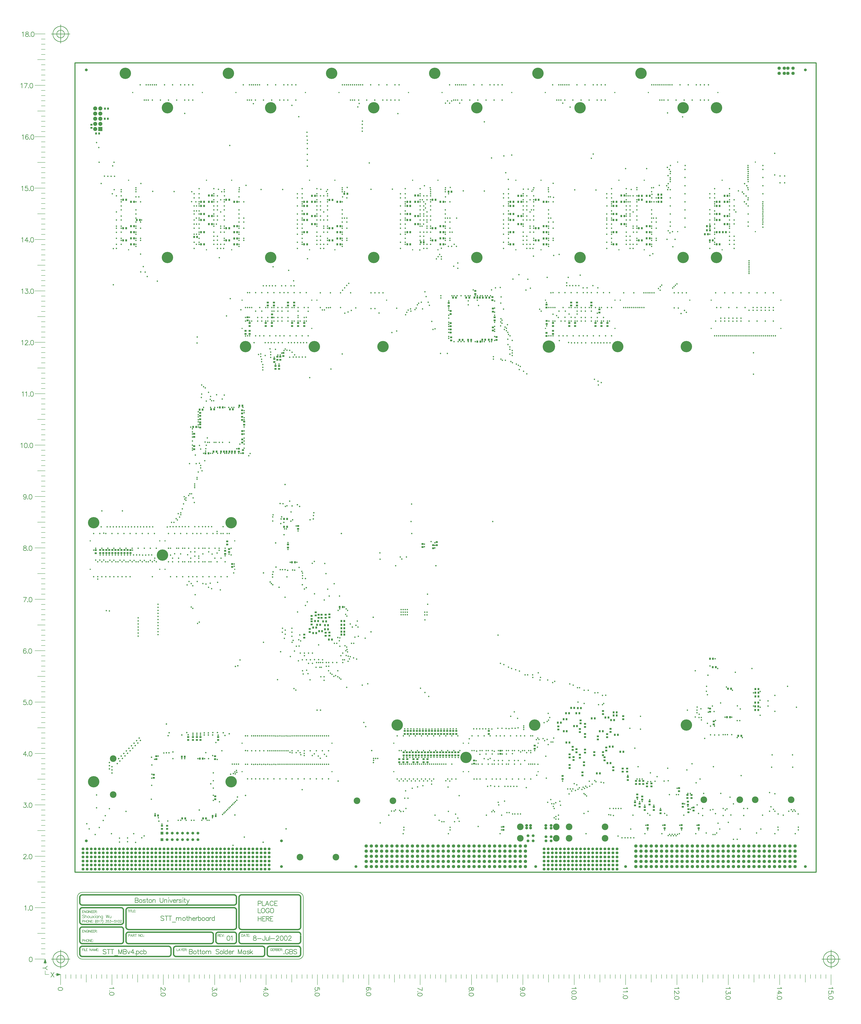
<source format=gbs>
%FSLAX24Y24*%
%MOIN*%
G70*
G01*
G75*
%ADD10C,0.0080*%
%ADD11C,0.0600*%
%ADD12R,0.1063X0.0236*%
%ADD13C,0.0270*%
%ADD14R,0.0157X0.0591*%
%ADD15R,0.0240X0.0800*%
%ADD16R,0.0118X0.0591*%
%ADD17R,0.0354X0.0315*%
%ADD18R,0.0315X0.0354*%
%ADD19R,0.0118X0.0591*%
%ADD20C,0.0280*%
%ADD21R,0.0591X0.0118*%
%ADD22R,0.0591X0.0118*%
%ADD23C,0.0280*%
%ADD24R,0.0787X0.0157*%
%ADD25R,0.0787X0.0157*%
%ADD26R,0.0800X0.0850*%
%ADD27R,0.0800X0.0240*%
%ADD28R,0.0512X0.0827*%
%ADD29R,0.0600X0.0600*%
%ADD30R,0.0600X0.0500*%
%ADD31R,0.2165X0.3150*%
%ADD32R,0.0157X0.0787*%
%ADD33R,0.0157X0.0787*%
%ADD34R,0.0236X0.0945*%
%ADD35R,0.0236X0.0945*%
%ADD36R,0.0236X0.1063*%
%ADD37R,0.1004X0.1063*%
%ADD38R,0.1063X0.1004*%
%ADD39R,0.0591X0.0157*%
%ADD40R,0.0591X0.0157*%
%ADD41R,0.0157X0.0591*%
%ADD42O,0.0800X0.0240*%
%ADD43O,0.0240X0.0800*%
%ADD44C,0.0394*%
%ADD45C,0.0157*%
%ADD46C,0.0060*%
%ADD47C,0.0120*%
%ADD48C,0.0240*%
%ADD49C,0.0100*%
%ADD50C,0.0200*%
%ADD51C,0.0500*%
%ADD52C,0.0150*%
%ADD53C,0.0090*%
%ADD54R,0.4500X0.2000*%
%ADD55R,0.4250X0.2000*%
%ADD56R,0.4250X0.2000*%
%ADD57R,0.4500X0.2000*%
%ADD58C,0.0250*%
%ADD59C,0.0050*%
%ADD60C,0.0200*%
%ADD61C,0.0500*%
%ADD62C,0.1250*%
%ADD63C,0.2165*%
%ADD64C,0.2165*%
%ADD65C,0.0750*%
%ADD66R,0.0750X0.0750*%
%ADD67C,0.2362*%
%ADD68R,0.0500X0.0500*%
%ADD69C,0.0240*%
%ADD70C,0.0230*%
%ADD71R,0.0689X0.1654*%
%ADD72R,0.0374X0.1713*%
%ADD73R,0.0394X0.1693*%
%ADD74R,0.0413X0.1732*%
%ADD75C,0.0079*%
%ADD76R,0.5000X0.2000*%
%ADD77R,0.7500X0.2000*%
%ADD78C,0.0240*%
%ADD79C,0.0240*%
%ADD80C,0.1400*%
%ADD81R,0.1103X0.0276*%
%ADD82C,0.0310*%
%ADD83R,0.0197X0.0631*%
%ADD84R,0.0280X0.0840*%
%ADD85R,0.0158X0.0631*%
%ADD86R,0.0394X0.0355*%
%ADD87R,0.0355X0.0394*%
%ADD88R,0.0158X0.0631*%
%ADD89R,0.0631X0.0158*%
%ADD90R,0.0631X0.0158*%
%ADD91R,0.0827X0.0197*%
%ADD92R,0.0827X0.0197*%
%ADD93R,0.0840X0.0890*%
%ADD94R,0.0840X0.0280*%
%ADD95R,0.0552X0.0867*%
%ADD96R,0.0640X0.0640*%
%ADD97R,0.0640X0.0540*%
%ADD98R,0.2205X0.3190*%
%ADD99R,0.0197X0.0827*%
%ADD100R,0.0197X0.0827*%
%ADD101R,0.0276X0.0985*%
%ADD102R,0.0276X0.0985*%
%ADD103R,0.0276X0.1103*%
%ADD104R,0.1044X0.1103*%
%ADD105R,0.1103X0.1044*%
%ADD106R,0.0631X0.0197*%
%ADD107R,0.0631X0.0197*%
%ADD108R,0.0197X0.0631*%
%ADD109O,0.0840X0.0280*%
%ADD110O,0.0280X0.0840*%
%ADD111C,0.0434*%
%ADD112C,0.0197*%
%ADD113C,0.0640*%
%ADD114C,0.0540*%
%ADD115C,0.1290*%
%ADD116C,0.2205*%
%ADD117C,0.2205*%
%ADD118C,0.0790*%
%ADD119R,0.0790X0.0790*%
%ADD120C,0.2402*%
%ADD121R,0.0540X0.0540*%
%ADD122C,0.0280*%
D10*
X25154Y127108D02*
X27154D01*
X26404Y126108D02*
X27154D01*
X26404Y125108D02*
X27154D01*
X26404Y124108D02*
X27154D01*
X26404Y123108D02*
X27154D01*
X25654Y122108D02*
X27154D01*
X26404Y121108D02*
X27154D01*
X26404Y120108D02*
X27154D01*
X26404Y119108D02*
X27154D01*
X26404Y118108D02*
X27154D01*
X25154Y117108D02*
X27154D01*
X26404Y116108D02*
X27154D01*
X26404Y115108D02*
X27154D01*
X26404Y114108D02*
X27154D01*
X26404Y113108D02*
X27154D01*
X25654Y112108D02*
X27154D01*
X26404Y111108D02*
X27154D01*
X26404Y110108D02*
X27154D01*
X26404Y109108D02*
X27154D01*
X26404Y108108D02*
X27154D01*
X25154Y107108D02*
X27154D01*
X26404Y106108D02*
X27154D01*
X26404Y105108D02*
X27154D01*
X26404Y104108D02*
X27154D01*
X26404Y103108D02*
X27154D01*
X25654Y102108D02*
X27154D01*
X26404Y101108D02*
X27154D01*
X26404Y100108D02*
X27154D01*
X26404Y99108D02*
X27154D01*
X26404Y98108D02*
X27154D01*
X25154Y97108D02*
X27154D01*
X26404Y96108D02*
X27154D01*
X26404Y95108D02*
X27154D01*
X26404Y94108D02*
X27154D01*
X26404Y93108D02*
X27154D01*
X25654Y92108D02*
X27154D01*
X26404Y91108D02*
X27154D01*
X26404Y90108D02*
X27154D01*
X26404Y89108D02*
X27154D01*
X26404Y88108D02*
X27154D01*
X25154Y87108D02*
X27154D01*
X26404Y86108D02*
X27154D01*
X26404Y85108D02*
X27154D01*
X26404Y84108D02*
X27154D01*
X26404Y83108D02*
X27154D01*
X25654Y82108D02*
X27154D01*
X26404Y81108D02*
X27154D01*
X26404Y80108D02*
X27154D01*
X26404Y79108D02*
X27154D01*
X26404Y78108D02*
X27154D01*
X25154Y77108D02*
X27154D01*
X26404Y76108D02*
X27154D01*
X26404Y75108D02*
X27154D01*
X26404Y74108D02*
X27154D01*
X26404Y73108D02*
X27154D01*
X25654Y72108D02*
X27154D01*
X26404Y71108D02*
X27154D01*
X26404Y70108D02*
X27154D01*
X26404Y69108D02*
X27154D01*
X26404Y68108D02*
X27154D01*
X25154Y67108D02*
X27154D01*
X26404Y66108D02*
X27154D01*
X26404Y65108D02*
X27154D01*
X26404Y64108D02*
X27154D01*
X26404Y63108D02*
X27154D01*
X25654Y62108D02*
X27154D01*
X26404Y61108D02*
X27154D01*
X26404Y60108D02*
X27154D01*
X26404Y59108D02*
X27154D01*
X26404Y58108D02*
X27154D01*
X25154Y57108D02*
X27154D01*
X26404Y56108D02*
X27154D01*
X26404Y55108D02*
X27154D01*
X26404Y54108D02*
X27154D01*
X26404Y53108D02*
X27154D01*
X25654Y52108D02*
X27154D01*
X26404Y51108D02*
X27154D01*
X26404Y50108D02*
X27154D01*
X26404Y49108D02*
X27154D01*
X26404Y48108D02*
X27154D01*
X25154Y47108D02*
X27154D01*
X26404Y46108D02*
X27154D01*
X26404Y45108D02*
X27154D01*
X26404Y44108D02*
X27154D01*
X26404Y43108D02*
X27154D01*
X25654Y42108D02*
X27154D01*
X26404Y41108D02*
X27154D01*
X26404Y40108D02*
X27154D01*
X26404Y39108D02*
X27154D01*
X26404Y38108D02*
X27154D01*
X25154Y37108D02*
X27154D01*
X26404Y36108D02*
X27154D01*
X26404Y35108D02*
X27154D01*
X26404Y34108D02*
X27154D01*
X26404Y33108D02*
X27154D01*
X25654Y32108D02*
X27154D01*
X26404Y31108D02*
X27154D01*
X26404Y30108D02*
X27154D01*
X26404Y29108D02*
X27154D01*
X26404Y28108D02*
X27154D01*
X25154Y27108D02*
X27154D01*
X26404Y26108D02*
X27154D01*
X26404Y25108D02*
X27154D01*
X26404Y24108D02*
X27154D01*
X26404Y23108D02*
X27154D01*
X25654Y22108D02*
X27154D01*
X26404Y21108D02*
X27154D01*
X26404Y20108D02*
X27154D01*
X26404Y19108D02*
X27154D01*
X26404Y18108D02*
X27154D01*
X25154Y17108D02*
X27154D01*
X29154Y14108D02*
X29404D01*
X27109Y16508D02*
X27199D01*
X26959Y16403D02*
X27349D01*
X27059Y16473D02*
X27249D01*
X27009Y16438D02*
X27299D01*
X26904Y16358D02*
X27404D01*
X27154Y14108D02*
X27904D01*
X180154Y12108D02*
Y14108D01*
X179154Y13358D02*
Y14108D01*
X178154Y13358D02*
Y14108D01*
X177154Y13358D02*
Y14108D01*
X176154Y13358D02*
Y14108D01*
X175154Y12608D02*
Y14108D01*
X174154Y13358D02*
Y14108D01*
X173154Y13358D02*
Y14108D01*
X172154Y13358D02*
Y14108D01*
X171154Y13358D02*
Y14108D01*
X170154Y12108D02*
Y14108D01*
X169154Y13358D02*
Y14108D01*
X168154Y13358D02*
Y14108D01*
X167154Y13358D02*
Y14108D01*
X166154Y13358D02*
Y14108D01*
X165154Y12608D02*
Y14108D01*
X164154Y13358D02*
Y14108D01*
X163154Y13358D02*
Y14108D01*
X162154Y13358D02*
Y14108D01*
X161154Y13358D02*
Y14108D01*
X160154Y12108D02*
Y14108D01*
X159154Y13358D02*
Y14108D01*
X158154Y13358D02*
Y14108D01*
X157154Y13358D02*
Y14108D01*
X156154Y13358D02*
Y14108D01*
X155154Y12608D02*
Y14108D01*
X154154Y13358D02*
Y14108D01*
X153154Y13358D02*
Y14108D01*
X152154Y13358D02*
Y14108D01*
X151154Y13358D02*
Y14108D01*
X150154Y12108D02*
Y14108D01*
X149154Y13358D02*
Y14108D01*
X148154Y13358D02*
Y14108D01*
X147154Y13358D02*
Y14108D01*
X146154Y13358D02*
Y14108D01*
X145154Y12608D02*
Y14108D01*
X144154Y13358D02*
Y14108D01*
X143154Y13358D02*
Y14108D01*
X142154Y13358D02*
Y14108D01*
X141154Y13358D02*
Y14108D01*
X140154Y12108D02*
Y14108D01*
X139154Y13358D02*
Y14108D01*
X138154Y13358D02*
Y14108D01*
X137154Y13358D02*
Y14108D01*
X136154Y13358D02*
Y14108D01*
X135154Y12608D02*
Y14108D01*
X134154Y13358D02*
Y14108D01*
X133154Y13358D02*
Y14108D01*
X132154Y13358D02*
Y14108D01*
X131154Y13358D02*
Y14108D01*
X130154Y12108D02*
Y14108D01*
X129154Y13358D02*
Y14108D01*
X128154Y13358D02*
Y14108D01*
X127154Y13358D02*
Y14108D01*
X126154Y13358D02*
Y14108D01*
X125154Y12608D02*
Y14108D01*
X124154Y13358D02*
Y14108D01*
X123154Y13358D02*
Y14108D01*
X122154Y13358D02*
Y14108D01*
X121154Y13358D02*
Y14108D01*
X120154Y12108D02*
Y14108D01*
X119154Y13358D02*
Y14108D01*
X118154Y13358D02*
Y14108D01*
X117154Y13358D02*
Y14108D01*
X116154Y13358D02*
Y14108D01*
X115154Y12608D02*
Y14108D01*
X114154Y13358D02*
Y14108D01*
X113154Y13358D02*
Y14108D01*
X112154Y13358D02*
Y14108D01*
X111154Y13358D02*
Y14108D01*
X110154Y12108D02*
Y14108D01*
X109154Y13358D02*
Y14108D01*
X108154Y13358D02*
Y14108D01*
X107154Y13358D02*
Y14108D01*
X106154Y13358D02*
Y14108D01*
X105154Y12608D02*
Y14108D01*
X104154Y13358D02*
Y14108D01*
X103154Y13358D02*
Y14108D01*
X102154Y13358D02*
Y14108D01*
X101154Y13358D02*
Y14108D01*
X100154Y12108D02*
Y14108D01*
X99154Y13358D02*
Y14108D01*
X98154Y13358D02*
Y14108D01*
X97154Y13358D02*
Y14108D01*
X96154Y13358D02*
Y14108D01*
X95154Y12608D02*
Y14108D01*
X94154Y13358D02*
Y14108D01*
X93154Y13358D02*
Y14108D01*
X92154Y13358D02*
Y14108D01*
X91154Y13358D02*
Y14108D01*
X90154Y12108D02*
Y14108D01*
X89154Y13358D02*
Y14108D01*
X88154Y13358D02*
Y14108D01*
X87154Y13358D02*
Y14108D01*
X86154Y13358D02*
Y14108D01*
X85154Y12608D02*
Y14108D01*
X84154Y13358D02*
Y14108D01*
X83154Y13358D02*
Y14108D01*
X82154Y13358D02*
Y14108D01*
X81154Y13358D02*
Y14108D01*
X80154Y12108D02*
Y14108D01*
X79154Y13358D02*
Y14108D01*
X78154Y13358D02*
Y14108D01*
X77154Y13358D02*
Y14108D01*
X76154Y13358D02*
Y14108D01*
X75154Y12608D02*
Y14108D01*
X74154Y13358D02*
Y14108D01*
X73154Y13358D02*
Y14108D01*
X72154Y13358D02*
Y14108D01*
X71154Y13358D02*
Y14108D01*
X70154Y12108D02*
Y14108D01*
X69154Y13358D02*
Y14108D01*
X68154Y13358D02*
Y14108D01*
X67154Y13358D02*
Y14108D01*
X66154Y13358D02*
Y14108D01*
X65154Y12608D02*
Y14108D01*
X64154Y13358D02*
Y14108D01*
X63154Y13358D02*
Y14108D01*
X62154Y13358D02*
Y14108D01*
X61154Y13358D02*
Y14108D01*
X60154Y12108D02*
Y14108D01*
X59154Y13358D02*
Y14108D01*
X58154Y13358D02*
Y14108D01*
X57154Y13358D02*
Y14108D01*
X56154Y13358D02*
Y14108D01*
X55154Y12608D02*
Y14108D01*
X54154Y13358D02*
Y14108D01*
X53154Y13358D02*
Y14108D01*
X52154Y13358D02*
Y14108D01*
X51154Y13358D02*
Y14108D01*
X50154Y12108D02*
Y14108D01*
X49154Y13358D02*
Y14108D01*
X48154Y13358D02*
Y14108D01*
X47154Y13358D02*
Y14108D01*
X46154Y13358D02*
Y14108D01*
X45154Y12608D02*
Y14108D01*
X44154Y13358D02*
Y14108D01*
X43154Y13358D02*
Y14108D01*
X42154Y13358D02*
Y14108D01*
X41154Y13358D02*
Y14108D01*
X40154Y12108D02*
Y14108D01*
X39154Y13358D02*
Y14108D01*
X38154Y13358D02*
Y14108D01*
X37154Y13358D02*
Y14108D01*
X36154Y13358D02*
Y14108D01*
X35154Y12608D02*
Y14108D01*
X34154Y13358D02*
Y14108D01*
X33154Y13358D02*
Y14108D01*
X32154Y13358D02*
Y14108D01*
X31154Y13358D02*
Y14108D01*
X30154Y12108D02*
Y14108D01*
X29554Y14063D02*
Y14153D01*
X29449Y13913D02*
Y14303D01*
X29519Y14013D02*
Y14203D01*
X27154Y16108D02*
Y16358D01*
X29484Y13963D02*
Y14253D01*
X29404Y13858D02*
Y14358D01*
X27154Y14108D02*
Y14858D01*
X29554Y14063D02*
X29684Y14108D01*
X29554Y14153D02*
X29684Y14108D01*
X29449Y13913D02*
X30029Y14108D01*
X29449Y14303D02*
X30029Y14108D01*
X29519Y14013D02*
X29799Y14108D01*
X29519Y14203D02*
X29799Y14108D01*
X27154Y16638D02*
X27199Y16508D01*
X27109D02*
X27154Y16638D01*
Y16983D02*
X27349Y16403D01*
X26959D02*
X27154Y16983D01*
Y16753D02*
X27249Y16473D01*
X27059D02*
X27154Y16753D01*
Y16868D02*
X27299Y16438D01*
X27009D02*
X27154Y16868D01*
X26904Y16358D02*
X27154Y17108D01*
X27404Y16358D01*
X29484Y13963D02*
X29914Y14108D01*
X29484Y14253D02*
X29914Y14108D01*
X29404Y14358D02*
X30154Y14108D01*
X29404Y13858D02*
X30154Y14108D01*
X25154Y197108D02*
X27154D01*
X26404Y196108D02*
X27154D01*
X26404Y195108D02*
X27154D01*
X26404Y194108D02*
X27154D01*
X26404Y193108D02*
X27154D01*
X25654Y192108D02*
X27154D01*
X26404Y191108D02*
X27154D01*
X26404Y190108D02*
X27154D01*
X26404Y189108D02*
X27154D01*
X26404Y188108D02*
X27154D01*
X25154Y187108D02*
X27154D01*
X26404Y186108D02*
X27154D01*
X26404Y185108D02*
X27154D01*
X26404Y184108D02*
X27154D01*
X26404Y183108D02*
X27154D01*
X25654Y182108D02*
X27154D01*
X26404Y181108D02*
X27154D01*
X26404Y180108D02*
X27154D01*
X26404Y179108D02*
X27154D01*
X26404Y178108D02*
X27154D01*
X25154Y177108D02*
X27154D01*
X26404Y176108D02*
X27154D01*
X26404Y175108D02*
X27154D01*
X26404Y174108D02*
X27154D01*
X26404Y173108D02*
X27154D01*
X25654Y172108D02*
X27154D01*
X26404Y171108D02*
X27154D01*
X26404Y170108D02*
X27154D01*
X26404Y169108D02*
X27154D01*
X26404Y168108D02*
X27154D01*
X25154Y167108D02*
X27154D01*
X26404Y166108D02*
X27154D01*
X26404Y165108D02*
X27154D01*
X26404Y164108D02*
X27154D01*
X26404Y163108D02*
X27154D01*
X25654Y162108D02*
X27154D01*
X26404Y161108D02*
X27154D01*
X26404Y160108D02*
X27154D01*
X26404Y159108D02*
X27154D01*
X26404Y158108D02*
X27154D01*
X25154Y157108D02*
X27154D01*
X26404Y156108D02*
X27154D01*
X26404Y155108D02*
X27154D01*
X26404Y154108D02*
X27154D01*
X26404Y153108D02*
X27154D01*
X25654Y152108D02*
X27154D01*
X26404Y151108D02*
X27154D01*
X26404Y150108D02*
X27154D01*
X26404Y149108D02*
X27154D01*
X26404Y148108D02*
X27154D01*
X25154Y147108D02*
X27154D01*
X26404Y146108D02*
X27154D01*
X26404Y145108D02*
X27154D01*
X26404Y144108D02*
X27154D01*
X26404Y143108D02*
X27154D01*
X25654Y142108D02*
X27154D01*
X26404Y141108D02*
X27154D01*
X26404Y140108D02*
X27154D01*
X26404Y139108D02*
X27154D01*
X26404Y138108D02*
X27154D01*
X25154Y137108D02*
X27154D01*
X26404Y136108D02*
X27154D01*
X26404Y135108D02*
X27154D01*
X26404Y134108D02*
X27154D01*
X26404Y133108D02*
X27154D01*
X25654Y132108D02*
X27154D01*
X26404Y131108D02*
X27154D01*
X26404Y130108D02*
X27154D01*
X26404Y129108D02*
X27154D01*
X26404Y128108D02*
X27154D01*
X25154Y127108D02*
X27154D01*
X34803Y25622D02*
X34746Y25679D01*
X34661Y25708D01*
X34546D01*
X34461Y25679D01*
X34404Y25622D01*
Y25565D01*
X34432Y25508D01*
X34461Y25479D01*
X34518Y25451D01*
X34689Y25394D01*
X34746Y25365D01*
X34775Y25337D01*
X34803Y25280D01*
Y25194D01*
X34746Y25137D01*
X34661Y25108D01*
X34546D01*
X34461Y25137D01*
X34404Y25194D01*
X34938Y25708D02*
Y25108D01*
Y25394D02*
X35023Y25479D01*
X35081Y25508D01*
X35166D01*
X35223Y25479D01*
X35252Y25394D01*
Y25108D01*
X35552Y25508D02*
X35495Y25479D01*
X35438Y25422D01*
X35409Y25337D01*
Y25280D01*
X35438Y25194D01*
X35495Y25137D01*
X35552Y25108D01*
X35638D01*
X35695Y25137D01*
X35752Y25194D01*
X35780Y25280D01*
Y25337D01*
X35752Y25422D01*
X35695Y25479D01*
X35638Y25508D01*
X35552D01*
X35912D02*
Y25222D01*
X35940Y25137D01*
X35997Y25108D01*
X36083D01*
X36140Y25137D01*
X36226Y25222D01*
Y25508D02*
Y25108D01*
X36383Y25508D02*
X36697Y25108D01*
Y25508D02*
X36383Y25108D01*
X36880Y25708D02*
X36909Y25679D01*
X36937Y25708D01*
X36909Y25737D01*
X36880Y25708D01*
X36909Y25508D02*
Y25108D01*
X37386Y25508D02*
Y25108D01*
Y25422D02*
X37329Y25479D01*
X37271Y25508D01*
X37186D01*
X37129Y25479D01*
X37072Y25422D01*
X37043Y25337D01*
Y25280D01*
X37072Y25194D01*
X37129Y25137D01*
X37186Y25108D01*
X37271D01*
X37329Y25137D01*
X37386Y25194D01*
X37546Y25508D02*
Y25108D01*
Y25394D02*
X37631Y25479D01*
X37689Y25508D01*
X37774D01*
X37831Y25479D01*
X37860Y25394D01*
Y25108D01*
X38360Y25508D02*
Y25051D01*
X38331Y24965D01*
X38303Y24937D01*
X38246Y24908D01*
X38160D01*
X38103Y24937D01*
X38360Y25422D02*
X38303Y25479D01*
X38246Y25508D01*
X38160D01*
X38103Y25479D01*
X38046Y25422D01*
X38017Y25337D01*
Y25280D01*
X38046Y25194D01*
X38103Y25137D01*
X38160Y25108D01*
X38246D01*
X38303Y25137D01*
X38360Y25194D01*
X38991Y25708D02*
X39134Y25108D01*
X39277Y25708D02*
X39134Y25108D01*
X39277Y25708D02*
X39420Y25108D01*
X39562Y25708D02*
X39420Y25108D01*
X39682Y25508D02*
Y25222D01*
X39711Y25137D01*
X39768Y25108D01*
X39854D01*
X39911Y25137D01*
X39997Y25222D01*
Y25508D02*
Y25108D01*
D13*
X37594Y175010D02*
D03*
X96492Y57667D02*
D03*
X60390Y59242D02*
D03*
X96177Y55029D02*
D03*
X105104Y165408D02*
D03*
X145254Y165208D02*
D03*
X54602Y44104D02*
D03*
X59898Y51801D02*
D03*
Y53336D02*
D03*
X58953Y56092D02*
D03*
X58441Y57273D02*
D03*
X53756Y56092D02*
D03*
X53579Y44104D02*
D03*
X55626D02*
D03*
X56138D02*
D03*
X57673D02*
D03*
X59051D02*
D03*
X58697D02*
D03*
X59740Y44596D02*
D03*
X60409Y45325D02*
D03*
X61098Y47707D02*
D03*
X59898Y47962D02*
D03*
Y48986D02*
D03*
Y50384D02*
D03*
X60654Y55958D02*
D03*
X59754Y56708D02*
D03*
X58185Y56092D02*
D03*
X56906D02*
D03*
X54346D02*
D03*
X52043D02*
D03*
X50252Y57214D02*
D03*
X49169Y56604D02*
D03*
X48461Y55974D02*
D03*
X47929Y54872D02*
D03*
Y53081D02*
D03*
X47909Y52313D02*
D03*
X47890Y50896D02*
D03*
X47850Y48218D02*
D03*
X48554Y45408D02*
D03*
X49204Y44608D02*
D03*
X53067Y44104D02*
D03*
X51020Y43966D02*
D03*
X154839Y65817D02*
D03*
X121689Y57667D02*
D03*
X45272Y80541D02*
D03*
X38579Y99990D02*
D03*
X82988Y72510D02*
D03*
X55114Y107313D02*
D03*
X79209Y74636D02*
D03*
X114130Y61884D02*
D03*
X55114Y101250D02*
D03*
X75193Y81486D02*
D03*
X119130Y63927D02*
D03*
X83933Y78533D02*
D03*
X76610Y78021D02*
D03*
X85114Y76644D02*
D03*
X110272Y57667D02*
D03*
X84720Y76132D02*
D03*
X62594Y99911D02*
D03*
X121689Y60541D02*
D03*
X55114Y94399D02*
D03*
X114209Y55029D02*
D03*
X53933Y94399D02*
D03*
X84524Y77982D02*
D03*
X53146Y97037D02*
D03*
X112240Y57667D02*
D03*
X118539D02*
D03*
X59051Y94399D02*
D03*
X58264Y97037D02*
D03*
X117358Y57667D02*
D03*
X57870Y94399D02*
D03*
X116965Y55029D02*
D03*
X76059Y77982D02*
D03*
X75232Y78730D02*
D03*
X80390Y78258D02*
D03*
X54327Y97037D02*
D03*
X113421Y57667D02*
D03*
X57201Y117037D02*
D03*
X86571Y75935D02*
D03*
X118146Y57077D02*
D03*
X78815Y75344D02*
D03*
X59012Y96329D02*
D03*
X57713Y112116D02*
D03*
X78343Y72628D02*
D03*
X116654Y50708D02*
D03*
X57870Y90187D02*
D03*
X78028Y75344D02*
D03*
X54248Y107077D02*
D03*
X77280Y73218D02*
D03*
X83382Y72116D02*
D03*
X83146Y74793D02*
D03*
X53579Y103927D02*
D03*
X53539Y95935D02*
D03*
X82319Y73218D02*
D03*
X113004Y57008D02*
D03*
X53854Y104714D02*
D03*
Y101250D02*
D03*
X80941Y73888D02*
D03*
X112949Y61919D02*
D03*
X118504Y65208D02*
D03*
X53067Y103770D02*
D03*
X77398Y72588D02*
D03*
X81886Y74084D02*
D03*
Y74793D02*
D03*
X113417Y55935D02*
D03*
X125404Y64108D02*
D03*
X53579Y103573D02*
D03*
X53146Y95108D02*
D03*
X85429Y75344D02*
D03*
X112634Y56108D02*
D03*
X125154Y63608D02*
D03*
X53343Y103100D02*
D03*
X53264Y101250D02*
D03*
X84130Y73218D02*
D03*
X83933Y74793D02*
D03*
X112358Y61915D02*
D03*
X124304Y63108D02*
D03*
X52673Y102825D02*
D03*
X52909Y102549D02*
D03*
X52673Y101250D02*
D03*
X82713Y72746D02*
D03*
X120350Y62486D02*
D03*
X111768Y61915D02*
D03*
X51768Y102077D02*
D03*
X52358Y95974D02*
D03*
X84130Y72037D02*
D03*
X111804Y56958D02*
D03*
X61059Y117628D02*
D03*
X85547Y78061D02*
D03*
X75193Y80699D02*
D03*
X120508Y57667D02*
D03*
X60626Y96092D02*
D03*
X60390Y117628D02*
D03*
X73894Y81092D02*
D03*
X119283Y55738D02*
D03*
X60193Y95108D02*
D03*
X52240Y102077D02*
D03*
X52083Y101250D02*
D03*
X83697Y72273D02*
D03*
X120350Y62132D02*
D03*
X111177Y61915D02*
D03*
X60075Y117628D02*
D03*
X73894Y80305D02*
D03*
X119004Y50708D02*
D03*
X60744Y90423D02*
D03*
X85862Y77825D02*
D03*
X75193Y79911D02*
D03*
X118654Y62008D02*
D03*
X59563Y101250D02*
D03*
X58736Y118494D02*
D03*
X59130Y117628D02*
D03*
X85941Y77352D02*
D03*
X59681Y95896D02*
D03*
X58815Y117628D02*
D03*
X78067Y73297D02*
D03*
X118404Y50708D02*
D03*
X59287Y90226D02*
D03*
X58299Y117703D02*
D03*
X85705Y77116D02*
D03*
X76846Y76644D02*
D03*
X118054Y62008D02*
D03*
X58972Y101250D02*
D03*
X61256Y88927D02*
D03*
X58539Y117077D02*
D03*
X118533Y55738D02*
D03*
X73382Y81486D02*
D03*
X58421Y116407D02*
D03*
X117804Y50708D02*
D03*
X73736Y79518D02*
D03*
X58972Y89439D02*
D03*
X57437Y116329D02*
D03*
X85783Y76171D02*
D03*
X117476Y61958D02*
D03*
X58382Y101250D02*
D03*
X77634Y76132D02*
D03*
X58417Y115931D02*
D03*
X86020Y76880D02*
D03*
X77634Y76644D02*
D03*
X56413Y115187D02*
D03*
X117254Y50708D02*
D03*
X73343Y80699D02*
D03*
X58461Y90069D02*
D03*
X50941Y101171D02*
D03*
X51571Y95699D02*
D03*
X84720Y71565D02*
D03*
X57201Y113573D02*
D03*
X86177Y76053D02*
D03*
X116886Y61990D02*
D03*
X57791Y101250D02*
D03*
X77240Y75344D02*
D03*
X57437Y113140D02*
D03*
X78736Y71447D02*
D03*
X78421Y76644D02*
D03*
X57437Y112667D02*
D03*
X87201Y75699D02*
D03*
X75705Y77037D02*
D03*
X116954Y57008D02*
D03*
X59563Y89163D02*
D03*
X57870Y95935D02*
D03*
X56965Y111880D02*
D03*
X79917Y73888D02*
D03*
X79602Y75384D02*
D03*
X116204Y55758D02*
D03*
X57083Y95108D02*
D03*
X113303Y50699D02*
D03*
X56217Y105935D02*
D03*
X54799Y89911D02*
D03*
X81453Y71329D02*
D03*
X81177Y75344D02*
D03*
X51492Y101250D02*
D03*
X84484Y71801D02*
D03*
X124904Y59858D02*
D03*
X120350Y61777D02*
D03*
X110587Y61915D02*
D03*
X126138Y165325D02*
D03*
X73933Y105187D02*
D03*
X36591Y96663D02*
D03*
X44169Y96683D02*
D03*
X164754Y73658D02*
D03*
X165054Y130908D02*
D03*
X61020Y96644D02*
D03*
X60625Y100306D02*
D03*
X65065Y117323D02*
D03*
X145311Y165896D02*
D03*
X148904Y171508D02*
D03*
X151754D02*
D03*
X166904D02*
D03*
X164004D02*
D03*
X85054Y165408D02*
D03*
X97254Y167008D02*
D03*
X100154D02*
D03*
X102201Y166010D02*
D03*
X102197Y166403D02*
D03*
X117354Y166908D02*
D03*
X120254D02*
D03*
X117319Y168809D02*
D03*
X116453Y173376D02*
D03*
X121846Y162864D02*
D03*
X90272Y171998D02*
D03*
X75587Y69754D02*
D03*
X75980Y69439D02*
D03*
X72398Y71486D02*
D03*
X101098Y68966D02*
D03*
X100232Y69793D02*
D03*
X101846Y68218D02*
D03*
X87476Y79754D02*
D03*
X79604Y88178D02*
D03*
X55508Y120620D02*
D03*
X61413Y95108D02*
D03*
X61807Y99911D02*
D03*
X62972Y95912D02*
D03*
X62204Y95583D02*
D03*
X156689Y62431D02*
D03*
X153736Y64203D02*
D03*
Y73218D02*
D03*
X94681Y139006D02*
D03*
X157398Y65266D02*
D03*
X102136Y167191D02*
D03*
X122286D02*
D03*
X142358Y167195D02*
D03*
X141004Y62008D02*
D03*
X134854Y128808D02*
D03*
X134104Y129908D02*
D03*
X134799Y129557D02*
D03*
X135429Y129281D02*
D03*
X127082Y141958D02*
D03*
X98539Y99911D02*
D03*
X154091Y66132D02*
D03*
X74760Y106210D02*
D03*
X74248Y105305D02*
D03*
X63854Y92234D02*
D03*
X155902Y69203D02*
D03*
X155941Y70187D02*
D03*
X96295Y95344D02*
D03*
X96610Y94951D02*
D03*
X125150Y166797D02*
D03*
X125547Y165423D02*
D03*
X133854Y173730D02*
D03*
X97516Y95344D02*
D03*
X133500Y172903D02*
D03*
X126177Y154006D02*
D03*
X140665Y165620D02*
D03*
X127243Y154206D02*
D03*
X121138Y149360D02*
D03*
X118224Y149399D02*
D03*
X140665Y164439D02*
D03*
X149642Y143809D02*
D03*
X150429Y143770D02*
D03*
X155508Y184242D02*
D03*
X101650Y86132D02*
D03*
X101610Y88100D02*
D03*
X97654Y85108D02*
D03*
X97254D02*
D03*
X96854D02*
D03*
X96454D02*
D03*
Y84108D02*
D03*
Y84608D02*
D03*
X96854Y84108D02*
D03*
Y84608D02*
D03*
X97254D02*
D03*
Y84108D02*
D03*
X97654D02*
D03*
Y84608D02*
D03*
X101492Y84084D02*
D03*
Y84596D02*
D03*
X101059D02*
D03*
Y84084D02*
D03*
X101098Y83100D02*
D03*
X162654Y52808D02*
D03*
X157254Y54558D02*
D03*
X161154Y47308D02*
D03*
X154104Y47108D02*
D03*
X158657Y66958D02*
D03*
X156256Y65935D02*
D03*
Y65147D02*
D03*
X157476Y62431D02*
D03*
X157673Y63533D02*
D03*
X160823Y64163D02*
D03*
X162404Y63508D02*
D03*
X161904D02*
D03*
X162904Y60208D02*
D03*
X161904D02*
D03*
X173441Y66092D02*
D03*
X171689Y70167D02*
D03*
X165075Y68907D02*
D03*
X166354Y69163D02*
D03*
Y66092D02*
D03*
X167909Y66329D02*
D03*
X169228Y65325D02*
D03*
X166354Y64557D02*
D03*
X165075Y66329D02*
D03*
X166335Y67490D02*
D03*
X167909Y67352D02*
D03*
X169228Y68396D02*
D03*
X66571Y52171D02*
D03*
X67358D02*
D03*
X68146D02*
D03*
X68933D02*
D03*
X69720D02*
D03*
X70508D02*
D03*
X71689D02*
D03*
X72870D02*
D03*
X74051D02*
D03*
X75232D02*
D03*
X76413D02*
D03*
X77594D02*
D03*
X78776D02*
D03*
X79957D02*
D03*
X81138D02*
D03*
X82319D02*
D03*
X66571Y55025D02*
D03*
X67358D02*
D03*
X68146D02*
D03*
X68933D02*
D03*
X69720D02*
D03*
X70508D02*
D03*
X71689D02*
D03*
X72870D02*
D03*
X74051D02*
D03*
X75232D02*
D03*
X76413D02*
D03*
X77594D02*
D03*
X78776D02*
D03*
X79957D02*
D03*
X81138D02*
D03*
X82319D02*
D03*
X66571Y60537D02*
D03*
X67358D02*
D03*
X68146D02*
D03*
X68933D02*
D03*
X69720D02*
D03*
X70508D02*
D03*
X71689D02*
D03*
X72870D02*
D03*
X74051D02*
D03*
X75232D02*
D03*
X76413D02*
D03*
X77594D02*
D03*
X78776D02*
D03*
X79957D02*
D03*
X81138D02*
D03*
X82319D02*
D03*
X66571Y57644D02*
D03*
X67358D02*
D03*
X68146D02*
D03*
X68933D02*
D03*
X69720D02*
D03*
X70508D02*
D03*
X71689D02*
D03*
X72870D02*
D03*
X74051D02*
D03*
X75232D02*
D03*
X76413D02*
D03*
X77594D02*
D03*
X78776D02*
D03*
X79957D02*
D03*
X81138D02*
D03*
X82319D02*
D03*
X113054Y45108D02*
D03*
X103054D02*
D03*
X94054D02*
D03*
X166846Y45104D02*
D03*
X170862D02*
D03*
X169839Y42781D02*
D03*
X169854Y42258D02*
D03*
X173815Y42781D02*
D03*
X173804Y42258D02*
D03*
X77988Y141959D02*
D03*
X56610Y156167D02*
D03*
X56650Y158136D02*
D03*
Y160104D02*
D03*
X80744Y143884D02*
D03*
Y146758D02*
D03*
X84681Y143884D02*
D03*
X82713D02*
D03*
Y146758D02*
D03*
X84681D02*
D03*
X86650D02*
D03*
X90587D02*
D03*
X91374D02*
D03*
X92161D02*
D03*
X92949D02*
D03*
X100114Y155065D02*
D03*
X100862Y158529D02*
D03*
X100547Y159710D02*
D03*
X101492Y160498D02*
D03*
X100823Y160104D02*
D03*
X100862Y162073D02*
D03*
X101492Y160892D02*
D03*
X101217Y164041D02*
D03*
X100862Y164435D02*
D03*
X101492Y165616D02*
D03*
X164209Y143333D02*
D03*
X164996D02*
D03*
X165783Y143884D02*
D03*
X165783Y143333D02*
D03*
X166571D02*
D03*
X167358Y143884D02*
D03*
X167358Y143333D02*
D03*
X168146D02*
D03*
X168933Y143884D02*
D03*
X168933Y143333D02*
D03*
X158697Y141797D02*
D03*
X162634D02*
D03*
X161846Y141246D02*
D03*
Y141797D02*
D03*
X161059D02*
D03*
X160272Y141246D02*
D03*
Y141797D02*
D03*
X159484D02*
D03*
X158697Y141246D02*
D03*
X108264Y187195D02*
D03*
X108657D02*
D03*
X128736D02*
D03*
X128343D02*
D03*
X148815D02*
D03*
X148421D02*
D03*
X145272D02*
D03*
X145665D02*
D03*
X146453D02*
D03*
X146846D02*
D03*
X64484Y116403D02*
D03*
X65272Y115498D02*
D03*
X62516D02*
D03*
X55823Y116525D02*
D03*
X57988Y124435D02*
D03*
X59366D02*
D03*
X60154D02*
D03*
X60744D02*
D03*
X62122D02*
D03*
X62909D02*
D03*
X63500D02*
D03*
X63894D02*
D03*
X64878D02*
D03*
X65665D02*
D03*
X65902Y123805D02*
D03*
Y123411D02*
D03*
Y122427D02*
D03*
Y122033D02*
D03*
Y120655D02*
D03*
Y119868D02*
D03*
Y119277D02*
D03*
Y118490D02*
D03*
Y117899D02*
D03*
Y117309D02*
D03*
Y116521D02*
D03*
X64878Y115498D02*
D03*
X64091D02*
D03*
X63500D02*
D03*
X62909D02*
D03*
X62122D02*
D03*
X61335D02*
D03*
X60744D02*
D03*
X59760D02*
D03*
X59366D02*
D03*
X57988D02*
D03*
X55823Y116128D02*
D03*
Y119671D02*
D03*
Y117116D02*
D03*
Y117899D02*
D03*
Y118687D02*
D03*
Y119277D02*
D03*
Y120266D02*
D03*
X56965Y120655D02*
D03*
Y123018D02*
D03*
Y121049D02*
D03*
Y121640D02*
D03*
Y122033D02*
D03*
Y122624D02*
D03*
Y123608D02*
D03*
X114681Y145144D02*
D03*
Y143766D02*
D03*
Y142978D02*
D03*
Y142388D02*
D03*
Y141010D02*
D03*
Y140222D02*
D03*
Y139632D02*
D03*
Y139238D02*
D03*
Y138254D02*
D03*
Y137466D02*
D03*
X114051Y137230D02*
D03*
X113657D02*
D03*
X112673D02*
D03*
X112280D02*
D03*
X110902D02*
D03*
X110114D02*
D03*
X109524D02*
D03*
X108736D02*
D03*
X108146D02*
D03*
X107555D02*
D03*
X106768D02*
D03*
X105744Y137860D02*
D03*
Y138254D02*
D03*
Y139041D02*
D03*
Y139632D02*
D03*
Y140222D02*
D03*
Y140616D02*
D03*
Y141010D02*
D03*
Y141797D02*
D03*
Y142388D02*
D03*
Y143372D02*
D03*
Y143766D02*
D03*
Y145144D02*
D03*
X106374Y146167D02*
D03*
X106768D02*
D03*
X107358D02*
D03*
X108146D02*
D03*
X108933D02*
D03*
X109524D02*
D03*
X109917D02*
D03*
X110508Y147309D02*
D03*
X110902Y146167D02*
D03*
X113264D02*
D03*
X111295D02*
D03*
X111886D02*
D03*
X112280D02*
D03*
X112870D02*
D03*
X113854D02*
D03*
X146177Y164435D02*
D03*
X168146Y138372D02*
D03*
X164996D02*
D03*
X166571D02*
D03*
X168933Y141246D02*
D03*
X167358D02*
D03*
X165783D02*
D03*
X163421Y138372D02*
D03*
X161846D02*
D03*
X164209Y141246D02*
D03*
X162634D02*
D03*
X160272Y138372D02*
D03*
X161059Y141207D02*
D03*
X159484Y141246D02*
D03*
X158697Y138372D02*
D03*
X157713Y141246D02*
D03*
X157909Y138372D02*
D03*
X164209Y146758D02*
D03*
X165783D02*
D03*
X167358D02*
D03*
X168933D02*
D03*
X168146Y143884D02*
D03*
X166571D02*
D03*
X164996D02*
D03*
X163421D02*
D03*
X158697D02*
D03*
X161846D02*
D03*
X162634Y146758D02*
D03*
X161059D02*
D03*
X160272Y143884D02*
D03*
X159484Y146758D02*
D03*
X157713D02*
D03*
X157909Y143884D02*
D03*
X139799D02*
D03*
Y146758D02*
D03*
X143736Y143884D02*
D03*
X141768D02*
D03*
Y146758D02*
D03*
X143736D02*
D03*
X145705D02*
D03*
X149642D02*
D03*
X150429D02*
D03*
X151217D02*
D03*
X152004D02*
D03*
X125232Y138372D02*
D03*
X126020Y143884D02*
D03*
X125626D02*
D03*
Y146758D02*
D03*
X136531Y163647D02*
D03*
X137437D02*
D03*
X156571Y162073D02*
D03*
X100587Y164829D02*
D03*
X100154Y164435D02*
D03*
X100862Y163647D02*
D03*
X56177Y163647D02*
D03*
X57122D02*
D03*
Y164435D02*
D03*
X56177Y165222D02*
D03*
Y166010D02*
D03*
X57122Y160892D02*
D03*
Y156167D02*
D03*
Y158529D02*
D03*
X56177Y155380D02*
D03*
Y156561D02*
D03*
Y158136D02*
D03*
Y159317D02*
D03*
Y160104D02*
D03*
Y160896D02*
D03*
Y162073D02*
D03*
X57122D02*
D03*
X61886Y155384D02*
D03*
X65823Y161285D02*
D03*
X64917Y156167D02*
D03*
X65823Y164435D02*
D03*
X64917Y157348D02*
D03*
X65823Y156955D02*
D03*
Y157348D02*
D03*
X64917Y158529D02*
D03*
Y164435D02*
D03*
Y159710D02*
D03*
X65823Y159317D02*
D03*
Y160498D02*
D03*
X141689Y158529D02*
D03*
X121571D02*
D03*
X81413D02*
D03*
X61335D02*
D03*
X59996Y161679D02*
D03*
X60705D02*
D03*
X59996Y165616D02*
D03*
X60705D02*
D03*
X61335Y164829D02*
D03*
X62043Y164829D02*
D03*
X60705Y164435D02*
D03*
X59996D02*
D03*
X80075Y161679D02*
D03*
X80783D02*
D03*
X80075Y165616D02*
D03*
X80783D02*
D03*
X81413D02*
D03*
X82122Y164829D02*
D03*
X80783Y164435D02*
D03*
X80075D02*
D03*
X100154Y161679D02*
D03*
X100862D02*
D03*
X100154Y165616D02*
D03*
X100862D02*
D03*
X102201Y164829D02*
D03*
X140311Y161679D02*
D03*
X141020D02*
D03*
X140311Y165616D02*
D03*
X141020D02*
D03*
X142358Y164829D02*
D03*
X141020Y164435D02*
D03*
X140311D02*
D03*
X120232Y161679D02*
D03*
X120941D02*
D03*
X120232Y165616D02*
D03*
X120941D02*
D03*
X122280Y164829D02*
D03*
X120941Y164435D02*
D03*
X120232D02*
D03*
X156295Y187195D02*
D03*
X154720D02*
D03*
X148028D02*
D03*
X147240D02*
D03*
X147634Y184242D02*
D03*
X147240D02*
D03*
X135429D02*
D03*
X136217Y187195D02*
D03*
X134642D02*
D03*
X127949D02*
D03*
X127161D02*
D03*
X127555Y184242D02*
D03*
X127161D02*
D03*
X116138Y187195D02*
D03*
X114563D02*
D03*
X107870D02*
D03*
X107083D02*
D03*
X107476Y184242D02*
D03*
X107083D02*
D03*
X156295D02*
D03*
X155508Y187195D02*
D03*
X153933D02*
D03*
X154720Y184242D02*
D03*
X153146D02*
D03*
X148421D02*
D03*
X149996D02*
D03*
X151571D02*
D03*
X152358Y187195D02*
D03*
X150783D02*
D03*
X149209D02*
D03*
X147634D02*
D03*
X146059D02*
D03*
X146846Y184242D02*
D03*
X136217D02*
D03*
X135429Y187195D02*
D03*
X133854D02*
D03*
X134642Y184242D02*
D03*
X133067D02*
D03*
X128343D02*
D03*
X129917D02*
D03*
X131492D02*
D03*
X132280Y187195D02*
D03*
X130705D02*
D03*
X129130D02*
D03*
X127555D02*
D03*
X125980D02*
D03*
X126768Y184242D02*
D03*
X116138D02*
D03*
X115350Y187195D02*
D03*
X113776D02*
D03*
X114563Y184242D02*
D03*
X112988D02*
D03*
X108264D02*
D03*
X109839D02*
D03*
X111413D02*
D03*
X112201Y187195D02*
D03*
X110626D02*
D03*
X109051D02*
D03*
X107476D02*
D03*
X105902D02*
D03*
X106689Y184242D02*
D03*
X85035Y187195D02*
D03*
X85429D02*
D03*
X86217D02*
D03*
X86610D02*
D03*
X93697Y184242D02*
D03*
X95272D02*
D03*
X96059Y187195D02*
D03*
X88579D02*
D03*
X88185D02*
D03*
X87791D02*
D03*
X87004D02*
D03*
X87398Y184242D02*
D03*
X87004D02*
D03*
X73618D02*
D03*
X75980Y187195D02*
D03*
X74406D02*
D03*
X68500D02*
D03*
X68106D02*
D03*
X67713D02*
D03*
X66925D02*
D03*
X67319Y184242D02*
D03*
X66925D02*
D03*
X55114D02*
D03*
X55902Y187195D02*
D03*
X54327D02*
D03*
X48421D02*
D03*
X48028D02*
D03*
X47634D02*
D03*
X46846D02*
D03*
X47240Y184242D02*
D03*
X46846D02*
D03*
X96059D02*
D03*
X95272Y187195D02*
D03*
X93697D02*
D03*
X94484Y184242D02*
D03*
X92909D02*
D03*
X88185D02*
D03*
X89760D02*
D03*
X91335D02*
D03*
X92122Y187195D02*
D03*
X90547D02*
D03*
X88972D02*
D03*
X87398D02*
D03*
X85823D02*
D03*
X86610Y184242D02*
D03*
X75980D02*
D03*
X75193Y187195D02*
D03*
X73618D02*
D03*
X74406Y184242D02*
D03*
X72831D02*
D03*
X68106D02*
D03*
X69681D02*
D03*
X71256D02*
D03*
X72043Y187195D02*
D03*
X70469D02*
D03*
X68894D02*
D03*
X67319D02*
D03*
X65744D02*
D03*
X66531Y184242D02*
D03*
X55902D02*
D03*
X55114Y187195D02*
D03*
X53539D02*
D03*
X54327Y184242D02*
D03*
X52752D02*
D03*
X48028D02*
D03*
X49602D02*
D03*
X51177D02*
D03*
X51965Y187195D02*
D03*
X50390D02*
D03*
X48815D02*
D03*
X47240D02*
D03*
X45665D02*
D03*
X46453Y184242D02*
D03*
X121571Y160896D02*
D03*
X101492Y161679D02*
D03*
X81413Y160896D02*
D03*
X97004Y42258D02*
D03*
Y42758D02*
D03*
X106004Y42258D02*
D03*
Y42758D02*
D03*
X116004Y42258D02*
D03*
Y42808D02*
D03*
X74839Y138376D02*
D03*
X68146Y146762D02*
D03*
X68933Y143888D02*
D03*
X70508Y146762D02*
D03*
X71295Y143888D02*
D03*
X72870Y146762D02*
D03*
X74051Y143888D02*
D03*
X75626Y146762D02*
D03*
X76413Y143888D02*
D03*
X77988Y146762D02*
D03*
X69720Y138376D02*
D03*
X72083D02*
D03*
X77201D02*
D03*
X140311Y156167D02*
D03*
Y160892D02*
D03*
Y158529D02*
D03*
Y166010D02*
D03*
Y163647D02*
D03*
X142358Y157348D02*
D03*
Y159710D02*
D03*
Y161679D02*
D03*
Y163647D02*
D03*
X120232Y156167D02*
D03*
Y160892D02*
D03*
Y158529D02*
D03*
Y166010D02*
D03*
Y163647D02*
D03*
X122280Y157348D02*
D03*
Y159710D02*
D03*
Y161679D02*
D03*
Y163647D02*
D03*
X100154Y156167D02*
D03*
Y160892D02*
D03*
Y158529D02*
D03*
Y166010D02*
D03*
Y163647D02*
D03*
X102201Y157348D02*
D03*
Y159710D02*
D03*
Y161679D02*
D03*
Y163647D02*
D03*
X80075Y156167D02*
D03*
Y160892D02*
D03*
Y158529D02*
D03*
Y166010D02*
D03*
Y163647D02*
D03*
X82122Y157348D02*
D03*
Y159710D02*
D03*
Y161679D02*
D03*
Y163647D02*
D03*
X59996Y156167D02*
D03*
X57122Y164041D02*
D03*
Y160104D02*
D03*
Y159317D02*
D03*
X59996Y160892D02*
D03*
X57122Y157348D02*
D03*
X59996Y158529D02*
D03*
X57122Y166010D02*
D03*
X59996D02*
D03*
Y163647D02*
D03*
X62043Y157348D02*
D03*
Y159710D02*
D03*
Y161679D02*
D03*
Y163647D02*
D03*
X64917Y160498D02*
D03*
Y158136D02*
D03*
Y155773D02*
D03*
X67358Y141250D02*
D03*
X140311Y166994D02*
D03*
X142358Y164435D02*
D03*
Y165616D02*
D03*
X122280Y164435D02*
D03*
Y165616D02*
D03*
X102201Y164435D02*
D03*
Y165616D02*
D03*
X80075Y166994D02*
D03*
X82122Y164435D02*
D03*
Y165616D02*
D03*
X57122Y166994D02*
D03*
X59996D02*
D03*
X64917Y165419D02*
D03*
X66571Y138376D02*
D03*
X66965Y146762D02*
D03*
X67358Y143888D02*
D03*
X69327Y146762D02*
D03*
X70114Y143888D02*
D03*
X71689Y146762D02*
D03*
X72476Y143888D02*
D03*
X73264D02*
D03*
X73657Y146762D02*
D03*
X75232Y143888D02*
D03*
X74445Y146762D02*
D03*
X76807D02*
D03*
X77594Y143888D02*
D03*
X78382D02*
D03*
X76807Y141250D02*
D03*
X74445D02*
D03*
X72476D02*
D03*
X70508D02*
D03*
X68539D02*
D03*
X68146Y138376D02*
D03*
X68933D02*
D03*
X70902D02*
D03*
X72870D02*
D03*
X73657D02*
D03*
X76020D02*
D03*
X78382D02*
D03*
X140311Y156955D02*
D03*
Y157742D02*
D03*
Y162860D02*
D03*
Y164829D02*
D03*
Y162073D02*
D03*
Y159710D02*
D03*
X142358Y156167D02*
D03*
Y158529D02*
D03*
Y162860D02*
D03*
Y160892D02*
D03*
X120232Y156955D02*
D03*
Y157742D02*
D03*
Y162860D02*
D03*
Y164829D02*
D03*
Y162073D02*
D03*
Y159710D02*
D03*
X122280Y156167D02*
D03*
Y158529D02*
D03*
Y162860D02*
D03*
Y160892D02*
D03*
X100154Y156955D02*
D03*
Y157742D02*
D03*
Y162860D02*
D03*
Y164829D02*
D03*
Y162073D02*
D03*
Y159710D02*
D03*
X102201Y156167D02*
D03*
Y158529D02*
D03*
Y162860D02*
D03*
Y160892D02*
D03*
X80075Y156955D02*
D03*
Y157742D02*
D03*
Y162860D02*
D03*
Y164829D02*
D03*
Y162073D02*
D03*
Y159710D02*
D03*
X82122Y156167D02*
D03*
Y158529D02*
D03*
Y162860D02*
D03*
Y160892D02*
D03*
X59996Y156955D02*
D03*
Y157742D02*
D03*
X57122Y162663D02*
D03*
Y161285D02*
D03*
X59996Y162860D02*
D03*
Y164829D02*
D03*
Y162073D02*
D03*
Y159710D02*
D03*
X57122Y158136D02*
D03*
Y156561D02*
D03*
Y165222D02*
D03*
X62043Y156167D02*
D03*
Y158529D02*
D03*
Y162860D02*
D03*
Y160892D02*
D03*
X64917Y166403D02*
D03*
Y162860D02*
D03*
Y162073D02*
D03*
Y161285D02*
D03*
Y159317D02*
D03*
Y156955D02*
D03*
X66177Y141250D02*
D03*
Y143888D02*
D03*
X102201Y166797D02*
D03*
X82122D02*
D03*
X62043D02*
D03*
X133894Y138376D02*
D03*
X127201Y146762D02*
D03*
X127988Y143888D02*
D03*
X129563Y146762D02*
D03*
X130350Y143888D02*
D03*
X131925Y146762D02*
D03*
X133106Y143888D02*
D03*
X134681Y146762D02*
D03*
X135469Y143888D02*
D03*
X137043Y146762D02*
D03*
X128776Y138376D02*
D03*
X131138D02*
D03*
X136256D02*
D03*
X137043Y141250D02*
D03*
X126413D02*
D03*
X125626Y138376D02*
D03*
X126020Y146762D02*
D03*
X126413Y143888D02*
D03*
X128382Y146762D02*
D03*
X129169Y143888D02*
D03*
X130744Y146762D02*
D03*
X131531Y143888D02*
D03*
X132319D02*
D03*
X132713Y146762D02*
D03*
X134287Y143888D02*
D03*
X133500Y146762D02*
D03*
X135862D02*
D03*
X136650Y143888D02*
D03*
X137437D02*
D03*
X135862Y141250D02*
D03*
X133500D02*
D03*
X131531D02*
D03*
X129563D02*
D03*
X127594D02*
D03*
X127201Y138376D02*
D03*
X127988D02*
D03*
X129957D02*
D03*
X131925D02*
D03*
X132713D02*
D03*
X135075D02*
D03*
X137437D02*
D03*
X125232Y141250D02*
D03*
X61413Y91525D02*
D03*
X60626Y94399D02*
D03*
X59051Y91525D02*
D03*
X58264Y94399D02*
D03*
X56689Y91525D02*
D03*
X55508Y94399D02*
D03*
X53933Y91525D02*
D03*
X53146Y94399D02*
D03*
X51571Y91525D02*
D03*
X62201Y97037D02*
D03*
X62988Y99911D02*
D03*
X62594Y91525D02*
D03*
X62201Y94399D02*
D03*
X60232Y91525D02*
D03*
X59445Y94399D02*
D03*
X57870Y91525D02*
D03*
X57083Y94399D02*
D03*
X56295D02*
D03*
X55902Y91525D02*
D03*
X54327Y94399D02*
D03*
X55114Y91525D02*
D03*
X52752D02*
D03*
X51965Y94399D02*
D03*
X51177D02*
D03*
X52752Y97037D02*
D03*
X55114D02*
D03*
X57083D02*
D03*
X59051D02*
D03*
X61020D02*
D03*
X61413Y99911D02*
D03*
X60626D02*
D03*
X58657D02*
D03*
X56689D02*
D03*
X55902D02*
D03*
X53539D02*
D03*
X51177D02*
D03*
X120508Y52155D02*
D03*
X119720Y55029D02*
D03*
X118146Y52155D02*
D03*
X117358Y55029D02*
D03*
X115783Y52155D02*
D03*
X114602Y55029D02*
D03*
X113028Y52155D02*
D03*
X112240Y55029D02*
D03*
X110665Y52155D02*
D03*
X115390Y57667D02*
D03*
X122083Y60541D02*
D03*
X121689Y52155D02*
D03*
X121295Y55029D02*
D03*
X119327Y52155D02*
D03*
X118539Y55029D02*
D03*
X116965Y52155D02*
D03*
X116177Y55029D02*
D03*
X115390D02*
D03*
X114996Y52155D02*
D03*
X113421Y55029D02*
D03*
X114209Y52155D02*
D03*
X111846D02*
D03*
X111059Y55029D02*
D03*
X110272D02*
D03*
X111846Y57667D02*
D03*
X114209D02*
D03*
X116177D02*
D03*
X118146D02*
D03*
X120114D02*
D03*
X120508Y60541D02*
D03*
X119720D02*
D03*
X117752D02*
D03*
X115783D02*
D03*
X114996D02*
D03*
X112634D02*
D03*
X110272D02*
D03*
X122476Y57667D02*
D03*
Y55029D02*
D03*
X36610Y99911D02*
D03*
X37004Y97037D02*
D03*
X38972Y99911D02*
D03*
X38185Y97037D02*
D03*
X39366D02*
D03*
X40547D02*
D03*
X40154Y99911D02*
D03*
X41728Y97037D02*
D03*
X42516Y99911D02*
D03*
X42909Y97037D02*
D03*
X43697Y99911D02*
D03*
X44091Y97037D02*
D03*
X45272D02*
D03*
X46059Y99911D02*
D03*
X46453Y97037D02*
D03*
X47634D02*
D03*
X48421Y99911D02*
D03*
X48815Y97037D02*
D03*
X36610Y91525D02*
D03*
X37398D02*
D03*
X38185D02*
D03*
X38972D02*
D03*
X39366Y94399D02*
D03*
X37398D02*
D03*
X39760Y91525D02*
D03*
X40547D02*
D03*
X41335Y94399D02*
D03*
Y91525D02*
D03*
X42122D02*
D03*
X43303Y94399D02*
D03*
X43697Y91525D02*
D03*
X45272Y94399D02*
D03*
X47240D02*
D03*
X48028Y91525D02*
D03*
X42909D02*
D03*
X95705Y60541D02*
D03*
X96098Y57667D02*
D03*
X96886Y60541D02*
D03*
X98067D02*
D03*
X97280Y57667D02*
D03*
X98461D02*
D03*
X99642D02*
D03*
X99248Y60541D02*
D03*
X100823Y57667D02*
D03*
X101610Y60541D02*
D03*
X102004Y57667D02*
D03*
X102791Y60541D02*
D03*
X103185Y57667D02*
D03*
X104366D02*
D03*
X105154Y60541D02*
D03*
X105547Y57667D02*
D03*
X106728D02*
D03*
X107516Y60541D02*
D03*
X107909Y57667D02*
D03*
X95705Y52155D02*
D03*
X96492D02*
D03*
X97280D02*
D03*
X98067D02*
D03*
X98461Y55029D02*
D03*
X96492D02*
D03*
X98854Y52155D02*
D03*
X99642D02*
D03*
X100429Y55029D02*
D03*
Y52155D02*
D03*
X101217D02*
D03*
X102398Y55029D02*
D03*
X102791Y52155D02*
D03*
X104366Y55029D02*
D03*
X106335D02*
D03*
X107122Y52155D02*
D03*
X102004D02*
D03*
X60705Y163651D02*
D03*
Y162864D02*
D03*
X61335Y162466D02*
D03*
X60705Y160896D02*
D03*
X61335Y159714D02*
D03*
Y159321D02*
D03*
X60705Y157742D02*
D03*
Y156959D02*
D03*
Y156171D02*
D03*
Y155384D02*
D03*
X61335D02*
D03*
Y156171D02*
D03*
X80783Y163651D02*
D03*
Y162864D02*
D03*
X81413Y162466D02*
D03*
X80783Y160896D02*
D03*
X81413Y159714D02*
D03*
Y159321D02*
D03*
X80783Y157742D02*
D03*
X80783Y156959D02*
D03*
Y156171D02*
D03*
Y155384D02*
D03*
X81413D02*
D03*
Y156171D02*
D03*
X101217Y163254D02*
D03*
X100862Y162864D02*
D03*
X101492Y162466D02*
D03*
X100862Y160896D02*
D03*
X101492Y159714D02*
D03*
Y159321D02*
D03*
X100862Y157742D02*
D03*
X100862Y156959D02*
D03*
Y156171D02*
D03*
Y155384D02*
D03*
X101492D02*
D03*
X101492Y156167D02*
D03*
X120941Y163651D02*
D03*
Y162864D02*
D03*
X121571Y162466D02*
D03*
X120941Y160892D02*
D03*
X121571Y159714D02*
D03*
Y159321D02*
D03*
X120941Y157742D02*
D03*
Y156959D02*
D03*
Y156171D02*
D03*
Y155384D02*
D03*
X121571D02*
D03*
Y156171D02*
D03*
X141020Y163651D02*
D03*
Y162864D02*
D03*
X141650Y162466D02*
D03*
X141020Y160896D02*
D03*
X141650Y159714D02*
D03*
Y159321D02*
D03*
X141020Y157742D02*
D03*
Y156959D02*
D03*
Y156171D02*
D03*
Y155384D02*
D03*
X141650D02*
D03*
Y156171D02*
D03*
X76256Y163647D02*
D03*
X77201D02*
D03*
Y164435D02*
D03*
X76256Y165222D02*
D03*
Y166010D02*
D03*
X77201Y160892D02*
D03*
Y156167D02*
D03*
Y158529D02*
D03*
X76256Y155380D02*
D03*
Y156561D02*
D03*
X76256Y158136D02*
D03*
X76256Y159317D02*
D03*
Y160104D02*
D03*
Y160896D02*
D03*
X76256Y162073D02*
D03*
X77201D02*
D03*
X85902Y161285D02*
D03*
X85429D02*
D03*
X84996Y156167D02*
D03*
X85902Y165222D02*
D03*
X84996Y157348D02*
D03*
X85902Y156955D02*
D03*
X85902Y157348D02*
D03*
X84996Y158529D02*
D03*
Y164435D02*
D03*
Y159710D02*
D03*
X85902Y159317D02*
D03*
Y160498D02*
D03*
X77201Y164041D02*
D03*
Y160104D02*
D03*
Y159317D02*
D03*
Y157348D02*
D03*
Y166010D02*
D03*
X84996Y160498D02*
D03*
Y158136D02*
D03*
Y155773D02*
D03*
X77201Y166994D02*
D03*
Y162663D02*
D03*
Y161285D02*
D03*
Y158136D02*
D03*
Y156561D02*
D03*
Y165222D02*
D03*
X84996Y166403D02*
D03*
Y162860D02*
D03*
Y162073D02*
D03*
Y161285D02*
D03*
Y159317D02*
D03*
Y156955D02*
D03*
X96335Y163647D02*
D03*
X97280D02*
D03*
Y164435D02*
D03*
X96335Y165222D02*
D03*
Y166010D02*
D03*
X97280Y160892D02*
D03*
Y156167D02*
D03*
Y158529D02*
D03*
X96335Y155380D02*
D03*
Y156561D02*
D03*
X96335Y158136D02*
D03*
X96335Y159317D02*
D03*
Y160104D02*
D03*
Y160896D02*
D03*
X96335Y162073D02*
D03*
X97280D02*
D03*
X105980Y161285D02*
D03*
X105508D02*
D03*
X105075Y156167D02*
D03*
Y157348D02*
D03*
X105980Y156955D02*
D03*
Y157348D02*
D03*
X105075Y158529D02*
D03*
Y164435D02*
D03*
Y159710D02*
D03*
X105980Y159317D02*
D03*
Y160498D02*
D03*
X97280Y164041D02*
D03*
Y160104D02*
D03*
Y159317D02*
D03*
Y157348D02*
D03*
Y166010D02*
D03*
X105075Y160498D02*
D03*
Y158136D02*
D03*
X104287Y155419D02*
D03*
X97280Y162663D02*
D03*
Y161285D02*
D03*
Y158136D02*
D03*
Y156561D02*
D03*
Y165222D02*
D03*
X105075Y166403D02*
D03*
Y162860D02*
D03*
Y162073D02*
D03*
Y161285D02*
D03*
Y159317D02*
D03*
Y156955D02*
D03*
X116413Y163647D02*
D03*
X117358D02*
D03*
Y164435D02*
D03*
X116413Y165222D02*
D03*
Y166010D02*
D03*
X117358Y160892D02*
D03*
Y156167D02*
D03*
Y158529D02*
D03*
X116413Y155380D02*
D03*
Y156561D02*
D03*
Y158136D02*
D03*
Y159317D02*
D03*
Y160104D02*
D03*
Y160896D02*
D03*
Y162073D02*
D03*
X117358D02*
D03*
X125587Y161285D02*
D03*
X125154Y156167D02*
D03*
Y157348D02*
D03*
X126059Y156955D02*
D03*
Y157348D02*
D03*
X125154Y158529D02*
D03*
Y164435D02*
D03*
Y159710D02*
D03*
X126059Y159317D02*
D03*
Y160498D02*
D03*
X117358Y164041D02*
D03*
Y160104D02*
D03*
Y159317D02*
D03*
Y157348D02*
D03*
Y166010D02*
D03*
X125154Y160498D02*
D03*
Y158136D02*
D03*
Y155773D02*
D03*
Y165419D02*
D03*
X117358Y162663D02*
D03*
Y161285D02*
D03*
Y158136D02*
D03*
Y156561D02*
D03*
Y165222D02*
D03*
X125154Y166403D02*
D03*
Y162860D02*
D03*
Y162073D02*
D03*
Y161285D02*
D03*
Y159317D02*
D03*
Y156955D02*
D03*
X137437Y164435D02*
D03*
X136492Y165222D02*
D03*
Y166010D02*
D03*
X137437Y160892D02*
D03*
Y156167D02*
D03*
Y158529D02*
D03*
X136492Y155380D02*
D03*
Y156561D02*
D03*
Y158136D02*
D03*
Y159317D02*
D03*
Y160104D02*
D03*
Y160896D02*
D03*
Y162073D02*
D03*
X137437D02*
D03*
X146138Y161285D02*
D03*
X145587Y161285D02*
D03*
X145232Y156167D02*
D03*
Y157348D02*
D03*
X146138Y156955D02*
D03*
Y157348D02*
D03*
X145232Y158529D02*
D03*
Y164435D02*
D03*
Y159710D02*
D03*
X146138Y159317D02*
D03*
Y160498D02*
D03*
X137437Y164041D02*
D03*
Y160104D02*
D03*
Y159317D02*
D03*
Y157348D02*
D03*
Y166010D02*
D03*
X145232Y160498D02*
D03*
Y158136D02*
D03*
Y155773D02*
D03*
X137437Y166994D02*
D03*
Y162663D02*
D03*
Y161285D02*
D03*
Y158136D02*
D03*
Y156561D02*
D03*
Y165222D02*
D03*
X145232Y166403D02*
D03*
Y162860D02*
D03*
Y162073D02*
D03*
Y161285D02*
D03*
Y159317D02*
D03*
Y156955D02*
D03*
Y167191D02*
D03*
X156571Y162903D02*
D03*
X157516Y163647D02*
D03*
Y164435D02*
D03*
X156571Y165222D02*
D03*
Y166010D02*
D03*
X157516Y160892D02*
D03*
Y156167D02*
D03*
Y158529D02*
D03*
X156571Y155380D02*
D03*
Y156561D02*
D03*
Y158136D02*
D03*
Y159317D02*
D03*
Y160104D02*
D03*
Y160896D02*
D03*
X157516Y162073D02*
D03*
Y164041D02*
D03*
Y160104D02*
D03*
Y159317D02*
D03*
Y157348D02*
D03*
Y166010D02*
D03*
Y166994D02*
D03*
Y162663D02*
D03*
Y161285D02*
D03*
Y158136D02*
D03*
Y156561D02*
D03*
Y165222D02*
D03*
X44839Y156167D02*
D03*
X45744Y164435D02*
D03*
X44839Y157348D02*
D03*
X45744Y156955D02*
D03*
Y157348D02*
D03*
X44839Y158529D02*
D03*
Y164435D02*
D03*
Y159710D02*
D03*
X45744Y159317D02*
D03*
Y160498D02*
D03*
X44839D02*
D03*
Y158136D02*
D03*
Y155773D02*
D03*
Y165419D02*
D03*
Y166403D02*
D03*
Y162860D02*
D03*
Y162073D02*
D03*
Y161285D02*
D03*
Y159317D02*
D03*
Y156955D02*
D03*
X41965Y164829D02*
D03*
Y157348D02*
D03*
Y159710D02*
D03*
Y161679D02*
D03*
Y163647D02*
D03*
Y164435D02*
D03*
Y165616D02*
D03*
Y156167D02*
D03*
Y158529D02*
D03*
Y162860D02*
D03*
Y160892D02*
D03*
Y166797D02*
D03*
X41020Y158525D02*
D03*
X41020Y165612D02*
D03*
X41020Y160892D02*
D03*
Y162466D02*
D03*
Y159710D02*
D03*
Y159317D02*
D03*
Y155380D02*
D03*
Y156167D02*
D03*
X160390Y161679D02*
D03*
Y165616D02*
D03*
Y164435D02*
D03*
X160390Y156167D02*
D03*
Y158529D02*
D03*
Y166010D02*
D03*
Y166994D02*
D03*
Y156955D02*
D03*
Y157742D02*
D03*
Y162860D02*
D03*
Y164829D02*
D03*
Y162073D02*
D03*
Y159710D02*
D03*
Y160892D02*
D03*
Y163647D02*
D03*
X161295Y160896D02*
D03*
Y164833D02*
D03*
Y163651D02*
D03*
Y162864D02*
D03*
X161650Y162470D02*
D03*
X161295Y160147D02*
D03*
Y157742D02*
D03*
Y156955D02*
D03*
Y156167D02*
D03*
Y155380D02*
D03*
X151738Y169159D02*
D03*
Y167584D02*
D03*
X148864Y168372D02*
D03*
Y166797D02*
D03*
X151738Y166010D02*
D03*
X148864Y165222D02*
D03*
X151738Y164435D02*
D03*
Y162860D02*
D03*
X148864Y163647D02*
D03*
Y162073D02*
D03*
X151738Y161285D02*
D03*
Y159514D02*
D03*
X148864Y160498D02*
D03*
Y159710D02*
D03*
X151738Y170734D02*
D03*
X148864Y169947D02*
D03*
X166895Y170734D02*
D03*
X164021Y169947D02*
D03*
X166895Y169159D02*
D03*
X164021Y168372D02*
D03*
Y166797D02*
D03*
X166895Y167584D02*
D03*
Y166010D02*
D03*
X164021Y165222D02*
D03*
X166895Y164435D02*
D03*
X164021Y163647D02*
D03*
X166895Y162860D02*
D03*
X164021Y162073D02*
D03*
Y160498D02*
D03*
Y159710D02*
D03*
X166895Y159514D02*
D03*
Y161285D02*
D03*
X122122Y155380D02*
D03*
X121571Y164829D02*
D03*
X146138Y165222D02*
D03*
X141650Y165616D02*
D03*
X105980Y164435D02*
D03*
X101492Y164829D02*
D03*
X126059Y164435D02*
D03*
X101492Y158529D02*
D03*
X127280Y137427D02*
D03*
X129051Y137073D02*
D03*
X129642Y136994D02*
D03*
X130232D02*
D03*
X130823D02*
D03*
X131610D02*
D03*
X132398D02*
D03*
X134169D02*
D03*
X134760D02*
D03*
X135350D02*
D03*
X135941D02*
D03*
X136531D02*
D03*
X137122D02*
D03*
X129563Y141959D02*
D03*
X128382D02*
D03*
X130744Y142624D02*
D03*
X131531Y141955D02*
D03*
X132319D02*
D03*
X133500D02*
D03*
X134681D02*
D03*
X135862D02*
D03*
X133500Y143175D02*
D03*
X132319D02*
D03*
X131531D02*
D03*
X130744D02*
D03*
X128421D02*
D03*
X127201D02*
D03*
X128697Y148136D02*
D03*
X129287D02*
D03*
X129878D02*
D03*
X130469D02*
D03*
X131059D02*
D03*
X131886Y147707D02*
D03*
X132673D02*
D03*
X133815Y148136D02*
D03*
X134760Y147707D02*
D03*
X149366Y155699D02*
D03*
X134681Y142785D02*
D03*
X135075Y143888D02*
D03*
X149799Y157155D02*
D03*
X148224Y157151D02*
D03*
X148461Y158805D02*
D03*
X148815Y158411D02*
D03*
X149305Y158651D02*
D03*
X145705Y164435D02*
D03*
X133579Y136994D02*
D03*
X136492Y161285D02*
D03*
X141020Y162073D02*
D03*
X78067Y137033D02*
D03*
X77476D02*
D03*
X76886D02*
D03*
X76295D02*
D03*
X75705D02*
D03*
X75114D02*
D03*
X74524D02*
D03*
X73343D02*
D03*
X72555D02*
D03*
X71768D02*
D03*
X71177D02*
D03*
X70587D02*
D03*
X69996D02*
D03*
X67831D02*
D03*
X66177Y141955D02*
D03*
X69327D02*
D03*
X70508D02*
D03*
X71689D02*
D03*
X72476D02*
D03*
X73264D02*
D03*
X74445D02*
D03*
Y143175D02*
D03*
X73264D02*
D03*
X72476D02*
D03*
X71689D02*
D03*
X69327D02*
D03*
X68146D02*
D03*
X69642Y148096D02*
D03*
X70232D02*
D03*
X70823D02*
D03*
X71413D02*
D03*
X72004D02*
D03*
X73185D02*
D03*
X73972D02*
D03*
X75035D02*
D03*
X75626D02*
D03*
X76413Y143175D02*
D03*
Y141955D02*
D03*
X77594D02*
D03*
X163154Y45058D02*
D03*
X159154D02*
D03*
Y46408D02*
D03*
X163154D02*
D03*
X155154Y45058D02*
D03*
Y46408D02*
D03*
X166504Y42408D02*
D03*
X162504D02*
D03*
X158504D02*
D03*
X154404Y42258D02*
D03*
X151054D02*
D03*
X151504Y45108D02*
D03*
X148204D02*
D03*
X147754Y42258D02*
D03*
X144904Y45108D02*
D03*
X144454Y42258D02*
D03*
X141604Y45108D02*
D03*
X141154Y42408D02*
D03*
X137804Y45058D02*
D03*
Y46408D02*
D03*
X144104Y43158D02*
D03*
X147404D02*
D03*
X150704D02*
D03*
X154054D02*
D03*
X127904Y51758D02*
D03*
X106335Y52155D02*
D03*
X105547D02*
D03*
X103041Y98108D02*
D03*
X100991Y97858D02*
D03*
X103041Y97108D02*
D03*
X102291Y98358D02*
D03*
X100991Y97358D02*
D03*
X103041Y97608D02*
D03*
X159523Y64163D02*
D03*
X160980Y69399D02*
D03*
X159799Y70029D02*
D03*
X92404Y43608D02*
D03*
X111454Y42908D02*
D03*
X119704Y45358D02*
D03*
X119204D02*
D03*
X118604D02*
D03*
X118154D02*
D03*
X127104Y45108D02*
D03*
X117504Y45608D02*
D03*
X117054D02*
D03*
X126604Y44858D02*
D03*
X126254Y44608D02*
D03*
X126604Y44358D02*
D03*
X127104D02*
D03*
X132854Y45858D02*
D03*
X132554Y48858D02*
D03*
X126104Y46808D02*
D03*
X127504Y47058D02*
D03*
X126204Y47308D02*
D03*
X126554Y47558D02*
D03*
X127354Y47808D02*
D03*
X125004Y47608D02*
D03*
X125804Y47358D02*
D03*
X129154Y49258D02*
D03*
X128904Y50208D02*
D03*
X129404D02*
D03*
X132054Y45458D02*
D03*
Y49308D02*
D03*
X132454Y41525D02*
D03*
X136904Y45208D02*
D03*
X130154Y51258D02*
D03*
X137254Y45158D02*
D03*
X130654Y51008D02*
D03*
X132304Y49108D02*
D03*
X131654Y50108D02*
D03*
X131904Y50558D02*
D03*
X132154Y50308D02*
D03*
X132654Y50508D02*
D03*
X132404Y50758D02*
D03*
X133104Y51708D02*
D03*
X76728Y80187D02*
D03*
X76886Y79006D02*
D03*
X76531Y79242D02*
D03*
X77831Y85896D02*
D03*
X78185Y86604D02*
D03*
X56256Y109557D02*
D03*
X54091Y105659D02*
D03*
X54563Y106368D02*
D03*
X54327Y106604D02*
D03*
X55980Y106840D02*
D03*
X55665Y107628D02*
D03*
X55350D02*
D03*
X56256Y108848D02*
D03*
X55587Y90187D02*
D03*
X56768Y90581D02*
D03*
X56256Y109163D02*
D03*
X56728Y110462D02*
D03*
X56728Y110817D02*
D03*
X58224Y114084D02*
D03*
X55587Y85620D02*
D03*
X55508Y95108D02*
D03*
X55902Y89754D02*
D03*
Y85344D02*
D03*
X51965Y95108D02*
D03*
X54917Y95777D02*
D03*
X69681Y78730D02*
D03*
X55154Y90581D02*
D03*
X56374Y88021D02*
D03*
X54445Y101250D02*
D03*
X116454Y74408D02*
D03*
X154051Y65029D02*
D03*
X157614Y75541D02*
D03*
X158104Y73658D02*
D03*
X156604Y74158D02*
D03*
X154504Y64758D02*
D03*
X122870Y52864D02*
D03*
X105587Y50581D02*
D03*
X97319Y49833D02*
D03*
X99248Y51762D02*
D03*
X98618Y50344D02*
D03*
X99681Y50620D02*
D03*
X100705Y50856D02*
D03*
X102398Y51132D02*
D03*
X80823Y72037D02*
D03*
X85862Y69990D02*
D03*
X85114Y74793D02*
D03*
X80626Y73888D02*
D03*
X88894Y70423D02*
D03*
X89957Y70659D02*
D03*
X74917Y75974D02*
D03*
X82358Y74084D02*
D03*
X86138Y75029D02*
D03*
X87791Y75462D02*
D03*
X85114Y75344D02*
D03*
X78421Y74636D02*
D03*
X79996Y74793D02*
D03*
X80783Y74793D02*
D03*
X82358Y74793D02*
D03*
X80390Y75384D02*
D03*
X79209Y76644D02*
D03*
X119248Y62116D02*
D03*
X119720Y57392D02*
D03*
X97161Y61916D02*
D03*
X126004Y59358D02*
D03*
X105429Y61883D02*
D03*
X104642Y56370D02*
D03*
X104839Y61873D02*
D03*
X104248Y61864D02*
D03*
X106413Y56368D02*
D03*
X104051Y56360D02*
D03*
X103657Y61862D02*
D03*
X106020Y61892D02*
D03*
X105232Y56379D02*
D03*
X103461Y56365D02*
D03*
X103067Y61871D02*
D03*
X105823Y56389D02*
D03*
X102870Y56392D02*
D03*
X102476Y61885D02*
D03*
X102280Y56384D02*
D03*
X101689Y56373D02*
D03*
X107604Y56358D02*
D03*
X101886Y61840D02*
D03*
X107201Y61911D02*
D03*
X106610Y61915D02*
D03*
X101295Y61866D02*
D03*
X97752Y61910D02*
D03*
X100705Y61859D02*
D03*
X100114Y61869D02*
D03*
X101098Y56363D02*
D03*
X100508Y56362D02*
D03*
X98736Y56391D02*
D03*
X99904Y56358D02*
D03*
X99554Y61908D02*
D03*
X96965Y56369D02*
D03*
X99327Y56385D02*
D03*
X98354Y61908D02*
D03*
X98933Y61879D02*
D03*
X98154Y56358D02*
D03*
X97555Y56360D02*
D03*
X113539Y61894D02*
D03*
X123303Y59833D02*
D03*
X115311Y62016D02*
D03*
X116104Y62008D02*
D03*
X111054Y55708D02*
D03*
X114604Y57558D02*
D03*
X105941Y51758D02*
D03*
X105154Y51797D02*
D03*
X70902Y60537D02*
D03*
X71295Y60537D02*
D03*
X72083Y60518D02*
D03*
X72476Y60518D02*
D03*
X73264Y60518D02*
D03*
X73657Y60518D02*
D03*
X40055Y41502D02*
D03*
X74445Y60518D02*
D03*
X74839Y60518D02*
D03*
X39661Y46364D02*
D03*
X73657Y57644D02*
D03*
X38874Y45025D02*
D03*
X73264Y57644D02*
D03*
X38480Y44061D02*
D03*
X72476Y57644D02*
D03*
X36906Y41344D02*
D03*
X37693Y42703D02*
D03*
X72083Y57644D02*
D03*
X71295Y57644D02*
D03*
X70902Y57644D02*
D03*
X105154Y55029D02*
D03*
X104760Y55029D02*
D03*
X103972Y55029D02*
D03*
X103579Y55029D02*
D03*
X103185Y55029D02*
D03*
X102791Y55029D02*
D03*
X102004Y55029D02*
D03*
X101610Y55029D02*
D03*
X101217Y55029D02*
D03*
X97161Y48415D02*
D03*
X100823Y55029D02*
D03*
X100035Y55029D02*
D03*
X99642Y55029D02*
D03*
X99248Y55029D02*
D03*
X98854Y55029D02*
D03*
X98067Y55029D02*
D03*
X97673Y55029D02*
D03*
X97280Y55029D02*
D03*
X96886Y55029D02*
D03*
X102398Y51762D02*
D03*
X101610Y51762D02*
D03*
X100823Y51762D02*
D03*
X100035Y51762D02*
D03*
X98461Y51762D02*
D03*
X97673Y51762D02*
D03*
X96886Y51762D02*
D03*
X96098Y51762D02*
D03*
X107004Y56358D02*
D03*
X114204Y57008D02*
D03*
X123054Y60108D02*
D03*
X115404Y55758D02*
D03*
X114604D02*
D03*
X120524Y55738D02*
D03*
X114654Y50708D02*
D03*
X115454D02*
D03*
X96871Y41525D02*
D03*
X105671D02*
D03*
X115721D02*
D03*
X143921D02*
D03*
X154354Y45458D02*
D03*
X147754D02*
D03*
X144454D02*
D03*
X116050Y45104D02*
D03*
X107754Y43908D02*
D03*
X104404Y43858D02*
D03*
X106854D02*
D03*
X107504Y44558D02*
D03*
X104804Y43858D02*
D03*
X103854Y44108D02*
D03*
X107054Y45308D02*
D03*
X107754Y48908D02*
D03*
X173754Y45358D02*
D03*
X169854D02*
D03*
X105665Y45846D02*
D03*
X96904Y45858D02*
D03*
X97404Y46408D02*
D03*
X126254D02*
D03*
X96404Y45808D02*
D03*
X96154Y46058D02*
D03*
X97804Y48408D02*
D03*
X95354Y46158D02*
D03*
X95104Y45908D02*
D03*
X94604D02*
D03*
X125604Y48158D02*
D03*
X168454Y46758D02*
D03*
X168972Y46239D02*
D03*
X168205Y45859D02*
D03*
Y49507D02*
D03*
X169228Y45883D02*
D03*
Y49283D02*
D03*
X171925Y45886D02*
D03*
X172437Y46175D02*
D03*
X172704Y45858D02*
D03*
X172954Y46158D02*
D03*
X173205Y45859D02*
D03*
X114642Y45770D02*
D03*
X114130Y45782D02*
D03*
X114386Y46040D02*
D03*
X115454Y47108D02*
D03*
X116604Y47858D02*
D03*
X115354Y47608D02*
D03*
X147220Y41525D02*
D03*
X150626D02*
D03*
X153835D02*
D03*
X169228D02*
D03*
X173205D02*
D03*
X59957Y125734D02*
D03*
X109524Y144396D02*
D03*
X59287Y126010D02*
D03*
X62043Y126836D02*
D03*
X57634Y128805D02*
D03*
X57988Y128490D02*
D03*
X63106Y175419D02*
D03*
X58343Y128254D02*
D03*
X92161Y142821D02*
D03*
X57555Y126364D02*
D03*
X58972Y127388D02*
D03*
X68539Y141955D02*
D03*
X59563Y125734D02*
D03*
X59366Y126561D02*
D03*
X60547Y126915D02*
D03*
X109524Y145183D02*
D03*
X61650Y126088D02*
D03*
X115783Y147781D02*
D03*
X114839Y147703D02*
D03*
X112673Y180025D02*
D03*
X114051Y172978D02*
D03*
X114051Y147309D02*
D03*
X120783Y147270D02*
D03*
X115941Y145931D02*
D03*
X86256Y148569D02*
D03*
X85862Y148175D02*
D03*
X85469Y147703D02*
D03*
X85075Y147230D02*
D03*
X76531Y181010D02*
D03*
X88933Y180144D02*
D03*
X88894Y179514D02*
D03*
X88894Y178805D02*
D03*
X67713Y183529D02*
D03*
X88894Y178175D02*
D03*
X88303Y183569D02*
D03*
X88028Y182899D02*
D03*
X81138Y143415D02*
D03*
X81531Y143411D02*
D03*
X81925Y143844D02*
D03*
X82319D02*
D03*
X68697Y134750D02*
D03*
X69130Y134829D02*
D03*
Y134356D02*
D03*
X69287Y133805D02*
D03*
Y133333D02*
D03*
X69524Y132781D02*
D03*
Y132230D02*
D03*
Y131758D02*
D03*
X69996Y134553D02*
D03*
X70941Y135852D02*
D03*
X71335Y143175D02*
D03*
X71059Y135222D02*
D03*
Y134710D02*
D03*
Y134159D02*
D03*
X72004Y135734D02*
D03*
X71768Y134199D02*
D03*
X72004Y132860D02*
D03*
X72476Y134632D02*
D03*
X72713Y132860D02*
D03*
X72949Y134632D02*
D03*
X73185Y135025D02*
D03*
X73657Y135498D02*
D03*
X73894Y135813D02*
D03*
X74248Y135577D02*
D03*
X74760Y135537D02*
D03*
Y134199D02*
D03*
X75232Y135183D02*
D03*
X75469Y134238D02*
D03*
X75744Y134671D02*
D03*
X76020Y134238D02*
D03*
X76610D02*
D03*
X77240D02*
D03*
X77831D02*
D03*
X140193Y143884D02*
D03*
X105114Y183647D02*
D03*
X140587Y143884D02*
D03*
X105508Y184081D02*
D03*
X140980Y143884D02*
D03*
X105902Y183647D02*
D03*
X141374Y143884D02*
D03*
X106295Y184081D02*
D03*
X151256Y180970D02*
D03*
X149327Y147663D02*
D03*
X149602Y147939D02*
D03*
X149878Y148214D02*
D03*
X148343Y181758D02*
D03*
X150154Y148490D02*
D03*
X143343Y143884D02*
D03*
X142949D02*
D03*
X142555Y143884D02*
D03*
X142161Y143884D02*
D03*
X129366Y182860D02*
D03*
X146886Y147230D02*
D03*
X146571Y147584D02*
D03*
X146925Y147939D02*
D03*
X127949Y183647D02*
D03*
X147201Y148254D02*
D03*
X145311Y146758D02*
D03*
X144917Y146758D02*
D03*
X144524D02*
D03*
X107870Y183647D02*
D03*
X144130Y146758D02*
D03*
X126020Y142584D02*
D03*
X126728Y142309D02*
D03*
X106413Y158529D02*
D03*
X105980D02*
D03*
X107516Y152545D02*
D03*
Y151521D02*
D03*
X107240Y155773D02*
D03*
X106807Y156167D02*
D03*
X106689Y151915D02*
D03*
X106295Y155773D02*
D03*
X105665D02*
D03*
X104287Y153766D02*
D03*
X103972Y154199D02*
D03*
X103657Y153766D02*
D03*
X103343Y153333D02*
D03*
X160390Y159321D02*
D03*
X120941Y130974D02*
D03*
X120311Y131486D02*
D03*
X119484Y131801D02*
D03*
X119681Y132392D02*
D03*
X119287Y132628D02*
D03*
X118894Y132864D02*
D03*
X118146Y133140D02*
D03*
X117831Y133376D02*
D03*
X116768Y133612D02*
D03*
X116177D02*
D03*
X115902Y133848D02*
D03*
X116965Y139829D02*
D03*
X116689Y140075D02*
D03*
X115823Y140301D02*
D03*
X117161Y140537D02*
D03*
X116098Y140813D02*
D03*
X115862Y141088D02*
D03*
X116098Y141403D02*
D03*
X115902Y141718D02*
D03*
X160390Y160104D02*
D03*
X41965Y156955D02*
D03*
Y159317D02*
D03*
X126020Y138376D02*
D03*
Y141250D02*
D03*
X130350D02*
D03*
X129169D02*
D03*
X129563Y143888D02*
D03*
X130744D02*
D03*
X133500D02*
D03*
X134287Y141250D02*
D03*
X135469D02*
D03*
X136650Y141250D02*
D03*
X66965Y138376D02*
D03*
Y141250D02*
D03*
X71295D02*
D03*
X70114D02*
D03*
X70508Y143888D02*
D03*
X71689D02*
D03*
X74445D02*
D03*
X75626D02*
D03*
X75232Y141250D02*
D03*
X76413D02*
D03*
X77594D02*
D03*
X122280Y156955D02*
D03*
X102201D02*
D03*
X142358D02*
D03*
X62043D02*
D03*
X82122D02*
D03*
X122280Y159317D02*
D03*
X102201D02*
D03*
X142358D02*
D03*
X62043D02*
D03*
X82122D02*
D03*
X140311Y160104D02*
D03*
X120232D02*
D03*
X59996D02*
D03*
X80075D02*
D03*
X100154D02*
D03*
X116571Y139596D02*
D03*
X116965Y139360D02*
D03*
X117240Y139045D02*
D03*
X117354Y138647D02*
D03*
X117673Y138376D02*
D03*
X117240Y137707D02*
D03*
X118106Y137470D02*
D03*
X117276Y136679D02*
D03*
X117634Y136210D02*
D03*
Y135738D02*
D03*
X118106Y135502D02*
D03*
Y135029D02*
D03*
X117634Y134793D02*
D03*
X118106Y134557D02*
D03*
X114445Y134321D02*
D03*
Y133848D02*
D03*
X144917Y154002D02*
D03*
X145469Y154356D02*
D03*
X130350Y141955D02*
D03*
X129169Y142624D02*
D03*
X131335Y150183D02*
D03*
X116413Y143569D02*
D03*
X164209Y152978D02*
D03*
X157516Y138372D02*
D03*
X164209Y152624D02*
D03*
X158303Y138372D02*
D03*
X164209Y152270D02*
D03*
X159091Y138372D02*
D03*
X164209Y151915D02*
D03*
X159484Y138372D02*
D03*
X164209Y151561D02*
D03*
X159878Y138372D02*
D03*
X164209Y151207D02*
D03*
X160665Y138372D02*
D03*
X164209Y150852D02*
D03*
X161059Y138372D02*
D03*
X164209Y150498D02*
D03*
X161453Y138372D02*
D03*
X162240D02*
D03*
X162634D02*
D03*
X163028Y138372D02*
D03*
X163815Y138372D02*
D03*
X164209D02*
D03*
X164602D02*
D03*
X165390D02*
D03*
X165783D02*
D03*
X166177D02*
D03*
X166965D02*
D03*
X167358D02*
D03*
X167752D02*
D03*
X168539D02*
D03*
X168933D02*
D03*
X169327D02*
D03*
X101098Y146955D02*
D03*
X101335Y146010D02*
D03*
X101728Y144907D02*
D03*
X101965Y144317D02*
D03*
X100390Y144907D02*
D03*
X99878Y144710D02*
D03*
X100626Y143608D02*
D03*
X99642Y144396D02*
D03*
X102437Y141167D02*
D03*
X99406Y143766D02*
D03*
X99169Y143490D02*
D03*
X102673Y139592D02*
D03*
X103067Y139750D02*
D03*
X98303Y143608D02*
D03*
X98382Y143175D02*
D03*
X97831Y143372D02*
D03*
X97555Y142939D02*
D03*
X97319Y142466D02*
D03*
X104209Y145734D02*
D03*
Y146167D02*
D03*
X104287Y153293D02*
D03*
X55705Y166403D02*
D03*
X78382Y143136D02*
D03*
X55665Y164474D02*
D03*
X56492Y164435D02*
D03*
X76413Y142309D02*
D03*
X56650Y163647D02*
D03*
Y162663D02*
D03*
X56177D02*
D03*
X56610Y161285D02*
D03*
X40429Y155340D02*
D03*
X45744Y154277D02*
D03*
X46256Y151836D02*
D03*
X41020Y157348D02*
D03*
X46650Y150773D02*
D03*
X47043Y149907D02*
D03*
X49012Y149002D02*
D03*
X107280Y161285D02*
D03*
X148480Y41131D02*
D03*
X148736Y41375D02*
D03*
X148992Y41120D02*
D03*
X149248Y41364D02*
D03*
X149504Y41108D02*
D03*
X149760Y41364D02*
D03*
X150016Y41096D02*
D03*
X150272Y41376D02*
D03*
X138704Y41058D02*
D03*
X139454Y40708D02*
D03*
X140054D02*
D03*
X140604D02*
D03*
X141154D02*
D03*
X141754D02*
D03*
X161904Y40408D02*
D03*
X161154D02*
D03*
X157554Y41358D02*
D03*
X157204D02*
D03*
X157904Y41658D02*
D03*
X155854D02*
D03*
X165654D02*
D03*
X156654Y46108D02*
D03*
X152804Y46258D02*
D03*
X137104Y46408D02*
D03*
X146954D02*
D03*
X129654Y49808D02*
D03*
X153054Y46558D02*
D03*
X129904Y50208D02*
D03*
X130404Y49908D02*
D03*
X143904Y47058D02*
D03*
X145654D02*
D03*
X131154Y50458D02*
D03*
X142904Y47708D02*
D03*
X143402Y47760D02*
D03*
X142454Y48208D02*
D03*
X142004Y47958D02*
D03*
X157154Y46208D02*
D03*
X151654Y47308D02*
D03*
X152304Y46808D02*
D03*
X159904Y46358D02*
D03*
X144854Y48108D02*
D03*
X133654Y51158D02*
D03*
X130904Y50158D02*
D03*
X163904Y46408D02*
D03*
X134404Y51608D02*
D03*
X148704Y49108D02*
D03*
X135404Y51508D02*
D03*
X150054Y49108D02*
D03*
X135904Y51408D02*
D03*
X150454Y49108D02*
D03*
X160504Y48608D02*
D03*
X152304Y49358D02*
D03*
X150204Y50358D02*
D03*
X152754Y49358D02*
D03*
X155354D02*
D03*
X144504Y51658D02*
D03*
X145054D02*
D03*
X142404Y52158D02*
D03*
X142904D02*
D03*
X143404D02*
D03*
X140604Y52858D02*
D03*
X145904Y51708D02*
D03*
X147654Y51758D02*
D03*
X134154Y51858D02*
D03*
X158704Y49358D02*
D03*
X148454Y51808D02*
D03*
X153904Y51408D02*
D03*
X145004Y53358D02*
D03*
X133154Y50758D02*
D03*
X146304Y52608D02*
D03*
X142604Y54558D02*
D03*
X152104Y53908D02*
D03*
X159604Y46108D02*
D03*
X160654Y45158D02*
D03*
X157654Y45408D02*
D03*
X158154Y43558D02*
D03*
X160154Y43708D02*
D03*
X153104Y55108D02*
D03*
X154654Y52158D02*
D03*
X148354Y54258D02*
D03*
X138254Y46408D02*
D03*
X138754D02*
D03*
X139254D02*
D03*
X116154Y57008D02*
D03*
X115354D02*
D03*
X46846Y94399D02*
D03*
X47634Y94675D02*
D03*
X48028Y94399D02*
D03*
X48421Y94675D02*
D03*
X48815Y94399D02*
D03*
X46453Y94675D02*
D03*
X46059Y94399D02*
D03*
X45665Y94675D02*
D03*
X44878Y94399D02*
D03*
X44484Y94675D02*
D03*
X44091Y94399D02*
D03*
X43697Y94675D02*
D03*
X42909Y94399D02*
D03*
X42516Y94714D02*
D03*
X42122Y94399D02*
D03*
X41728Y94714D02*
D03*
X40941Y94399D02*
D03*
X40547Y94714D02*
D03*
X40154Y94399D02*
D03*
X39760Y94714D02*
D03*
X38972Y94399D02*
D03*
X38579Y94754D02*
D03*
X38185Y94399D02*
D03*
X37791Y94754D02*
D03*
X37004D02*
D03*
X81925Y55025D02*
D03*
X81531Y55025D02*
D03*
X80744Y55025D02*
D03*
X80350Y55025D02*
D03*
X79563Y55025D02*
D03*
X79169Y55025D02*
D03*
X78382Y55025D02*
D03*
X77988Y55025D02*
D03*
X77201Y55025D02*
D03*
X76807Y55025D02*
D03*
X76020Y55025D02*
D03*
X75626D02*
D03*
X74839Y55025D02*
D03*
X74445Y55025D02*
D03*
X73657Y55025D02*
D03*
X73264Y55025D02*
D03*
X72496Y55006D02*
D03*
X72083Y54986D02*
D03*
X71295Y54986D02*
D03*
X70902Y54986D02*
D03*
X70114Y54986D02*
D03*
X69327Y54986D02*
D03*
X68539Y54986D02*
D03*
X67752Y54986D02*
D03*
X66177Y55025D02*
D03*
X81925Y56561D02*
D03*
Y60537D02*
D03*
X81531Y56955D02*
D03*
Y60537D02*
D03*
X80744Y56167D02*
D03*
X45961Y40695D02*
D03*
X80744Y60537D02*
D03*
X46433Y41069D02*
D03*
X80350Y56600D02*
D03*
X80350Y60537D02*
D03*
X79563Y57053D02*
D03*
Y60537D02*
D03*
X44780Y39809D02*
D03*
X79169Y56718D02*
D03*
X44386Y41521D02*
D03*
X79169Y60537D02*
D03*
X77594Y56718D02*
D03*
X78382Y60537D02*
D03*
X77594Y57132D02*
D03*
X43205Y40675D02*
D03*
X77988Y60537D02*
D03*
X43205Y39927D02*
D03*
X77201Y60537D02*
D03*
X76942Y56873D02*
D03*
X76807Y57270D02*
D03*
Y60537D02*
D03*
X76020Y57270D02*
D03*
X41630Y40636D02*
D03*
X76020Y60537D02*
D03*
X41630Y39888D02*
D03*
X75232Y57250D02*
D03*
X75626Y60537D02*
D03*
X74839Y57329D02*
D03*
X74445Y57644D02*
D03*
X160823Y60777D02*
D03*
X159996D02*
D03*
X159563Y60777D02*
D03*
X159169Y60777D02*
D03*
X158343Y60699D02*
D03*
X157516D02*
D03*
X156689Y60738D02*
D03*
X162516Y65777D02*
D03*
X161925Y66368D02*
D03*
X154484Y64104D02*
D03*
X154898Y64104D02*
D03*
X154937Y63632D02*
D03*
X156098Y62982D02*
D03*
X155567Y60049D02*
D03*
X124404Y59608D02*
D03*
X134904Y66608D02*
D03*
X132104Y66858D02*
D03*
X130904Y67108D02*
D03*
X135654Y66608D02*
D03*
X135904Y66858D02*
D03*
X135654Y68408D02*
D03*
X136308Y68454D02*
D03*
X134204Y68908D02*
D03*
X134754Y68958D02*
D03*
X132104Y69408D02*
D03*
X132904D02*
D03*
X130804Y69908D02*
D03*
X131204D02*
D03*
X129954Y70408D02*
D03*
X129304Y70658D02*
D03*
X125954Y70908D02*
D03*
X126354Y71158D02*
D03*
X123504Y71408D02*
D03*
X125004D02*
D03*
X122104Y71908D02*
D03*
X123604D02*
D03*
X121104Y72408D02*
D03*
X122054D02*
D03*
X123154Y72808D02*
D03*
X120604Y72408D02*
D03*
X119504Y73158D02*
D03*
X118754Y73408D02*
D03*
X117954Y73658D02*
D03*
X117354Y73908D02*
D03*
X126154Y60108D02*
D03*
X115804Y74658D02*
D03*
X113804Y56158D02*
D03*
X117804Y64358D02*
D03*
X124904Y63358D02*
D03*
X125104Y64908D02*
D03*
X45272Y79951D02*
D03*
Y81132D02*
D03*
X39248Y101210D02*
D03*
X45272Y81722D02*
D03*
X39839Y101210D02*
D03*
X45272Y82313D02*
D03*
X40429Y101210D02*
D03*
X38067D02*
D03*
X45272Y82903D02*
D03*
X41020Y101210D02*
D03*
X45272Y83494D02*
D03*
X41610Y101210D02*
D03*
X49130Y80226D02*
D03*
X42201Y101210D02*
D03*
X49130Y80817D02*
D03*
X42791Y101210D02*
D03*
X49130Y81407D02*
D03*
X43382Y101210D02*
D03*
X49130Y81998D02*
D03*
X43972Y101210D02*
D03*
X49130Y82588D02*
D03*
X44563Y101210D02*
D03*
X49130Y83179D02*
D03*
X45154Y101210D02*
D03*
X49130Y83770D02*
D03*
X45744Y101210D02*
D03*
X49130Y84360D02*
D03*
X46335Y101210D02*
D03*
X49130Y84951D02*
D03*
X46925Y101210D02*
D03*
X49130Y85541D02*
D03*
X47516Y101210D02*
D03*
X49130Y86132D02*
D03*
X48106Y101210D02*
D03*
X37870Y95738D02*
D03*
X38461D02*
D03*
X39051D02*
D03*
X39642D02*
D03*
X40232D02*
D03*
X40823D02*
D03*
X41413D02*
D03*
X42004D02*
D03*
X42594D02*
D03*
X43185D02*
D03*
X43776D02*
D03*
X44366D02*
D03*
X44957D02*
D03*
X45547D02*
D03*
X46138Y95699D02*
D03*
X46728D02*
D03*
X47319Y95738D02*
D03*
X47909D02*
D03*
X48500Y95108D02*
D03*
X109720Y59990D02*
D03*
X120902Y57273D02*
D03*
X154051Y65541D02*
D03*
X76453Y75147D02*
D03*
X57083Y101250D02*
D03*
Y95502D02*
D03*
X56295Y101230D02*
D03*
Y95502D02*
D03*
Y96329D02*
D03*
X80390Y74793D02*
D03*
X55508Y96329D02*
D03*
X81453Y72037D02*
D03*
X81217Y74793D02*
D03*
X65114Y75305D02*
D03*
X35724Y42451D02*
D03*
X56846Y82392D02*
D03*
X39051Y84911D02*
D03*
X39681Y84833D02*
D03*
X57161Y82667D02*
D03*
X115858Y144750D02*
D03*
X121650Y147628D02*
D03*
X111295Y145305D02*
D03*
X111531Y144281D02*
D03*
X115350Y80147D02*
D03*
X88146Y79911D02*
D03*
X89484Y79557D02*
D03*
X111453Y55029D02*
D03*
X122083D02*
D03*
X113894Y50836D02*
D03*
X120823Y50462D02*
D03*
X117476Y55738D02*
D03*
X121689Y55029D02*
D03*
X122791Y59793D02*
D03*
X125654Y59358D02*
D03*
X124104Y60008D02*
D03*
X86807Y78533D02*
D03*
X89563Y62352D02*
D03*
X89209Y63140D02*
D03*
X87240Y78533D02*
D03*
X83461D02*
D03*
X84445Y79045D02*
D03*
X125085Y58858D02*
D03*
X54563Y106840D02*
D03*
X95390Y93651D02*
D03*
X105709Y166010D02*
D03*
X85902Y83848D02*
D03*
X85665Y84163D02*
D03*
X105075Y166801D02*
D03*
X91374Y143691D02*
D03*
X82476Y87746D02*
D03*
X82161Y89084D02*
D03*
X90587Y143691D02*
D03*
X92358Y94911D02*
D03*
X92319Y96132D02*
D03*
X95823Y181604D02*
D03*
X95587Y143730D02*
D03*
Y139321D02*
D03*
X61689Y117628D02*
D03*
X79169Y94124D02*
D03*
X79563Y94478D02*
D03*
X41965Y166407D02*
D03*
X44835Y166801D02*
D03*
X87634Y143809D02*
D03*
X86768Y143297D02*
D03*
X86138Y143021D02*
D03*
X85508Y142785D02*
D03*
X84996Y134833D02*
D03*
X61059Y153573D02*
D03*
X60508Y160108D02*
D03*
X71531Y151801D02*
D03*
X74563Y151092D02*
D03*
X75547Y149084D02*
D03*
X62047Y166403D02*
D03*
X61531Y166407D02*
D03*
X152004Y142943D02*
D03*
X86020Y84951D02*
D03*
X85429Y166407D02*
D03*
X85783Y85226D02*
D03*
X84992Y166797D02*
D03*
X82126Y166010D02*
D03*
X81925Y166486D02*
D03*
X78146Y177982D02*
D03*
X78185Y175777D02*
D03*
Y174793D02*
D03*
Y173691D02*
D03*
Y172549D02*
D03*
Y171368D02*
D03*
Y176447D02*
D03*
X78146Y177195D02*
D03*
X75193Y183218D02*
D03*
X82791Y131915D02*
D03*
X84484Y87746D02*
D03*
X83421Y90147D02*
D03*
X81846Y92116D02*
D03*
X78224Y153376D02*
D03*
X81610Y94084D02*
D03*
X64921Y166797D02*
D03*
X66177Y138336D02*
D03*
X66571Y143888D02*
D03*
X66965Y143888D02*
D03*
X81492Y86959D02*
D03*
X66571Y146762D02*
D03*
X79406Y103415D02*
D03*
X58539Y125659D02*
D03*
X57634Y127037D02*
D03*
X45390Y165423D02*
D03*
X45945Y160892D02*
D03*
X56728Y136959D02*
D03*
X54327Y181644D02*
D03*
X56768Y138140D02*
D03*
X37398Y91053D02*
D03*
X63028Y117628D02*
D03*
X67083Y115462D02*
D03*
X66807Y115029D02*
D03*
X37654Y172158D02*
D03*
X40554D02*
D03*
X84204Y84958D02*
D03*
X38054Y168008D02*
D03*
X38704Y169458D02*
D03*
X114304Y102258D02*
D03*
X98404D02*
D03*
X39354Y169408D02*
D03*
X98504Y105658D02*
D03*
X40004Y169408D02*
D03*
X157083Y66329D02*
D03*
X86413Y75502D02*
D03*
X40665Y169399D02*
D03*
X78657Y130226D02*
D03*
X73461Y105699D02*
D03*
X40311Y171447D02*
D03*
X86571Y82313D02*
D03*
X84524Y79596D02*
D03*
X121925Y166525D02*
D03*
X116846Y170108D02*
D03*
X117988Y173533D02*
D03*
X162122Y166565D02*
D03*
X122165Y166797D02*
D03*
X45783Y150817D02*
D03*
X119406Y150266D02*
D03*
X123740Y143175D02*
D03*
X123425Y143533D02*
D03*
X122240Y153888D02*
D03*
X71531Y103533D02*
D03*
X152201Y65541D02*
D03*
X156098Y68533D02*
D03*
X63972Y93966D02*
D03*
X145587Y167195D02*
D03*
X37161Y175972D02*
D03*
X40228Y166010D02*
D03*
X40429Y148297D02*
D03*
X35273Y43453D02*
D03*
X121689Y57273D02*
D03*
X124642Y56565D02*
D03*
X124720Y52313D02*
D03*
X42204Y104308D02*
D03*
X143067Y61840D02*
D03*
X143054Y64358D02*
D03*
X161531Y72903D02*
D03*
X168604Y54458D02*
D03*
X172673Y56840D02*
D03*
X168697D02*
D03*
X172713Y54439D02*
D03*
X63204Y145608D02*
D03*
X62476Y142234D02*
D03*
X124917Y149754D02*
D03*
X129004Y149758D02*
D03*
X52254Y166458D02*
D03*
X48106Y166486D02*
D03*
X73404Y166858D02*
D03*
X69209Y166840D02*
D03*
X94754Y166908D02*
D03*
X90587Y166880D02*
D03*
X112654Y166558D02*
D03*
X108579Y166565D02*
D03*
X134404Y166758D02*
D03*
X130272Y166762D02*
D03*
X144254Y170908D02*
D03*
X140154Y170896D02*
D03*
X169209Y169675D02*
D03*
X169204Y173883D02*
D03*
X165054Y135084D02*
D03*
X76020Y101368D02*
D03*
X75035Y104124D02*
D03*
X71453Y103140D02*
D03*
X71453Y102352D02*
D03*
X42904Y45858D02*
D03*
X63736Y39242D02*
D03*
X65941Y40856D02*
D03*
X77201Y50069D02*
D03*
X134681Y141250D02*
D03*
X132319D02*
D03*
X128382D02*
D03*
X130744D02*
D03*
X69327D02*
D03*
X73264D02*
D03*
X71689D02*
D03*
X75626D02*
D03*
X77988D02*
D03*
X62047Y164435D02*
D03*
X62079Y165616D02*
D03*
X38203Y104303D02*
D03*
X37791Y99911D02*
D03*
X41335D02*
D03*
X44878D02*
D03*
X47240D02*
D03*
X60232Y97037D02*
D03*
X59839Y99911D02*
D03*
X57870Y97037D02*
D03*
X57476Y99911D02*
D03*
X54720D02*
D03*
X56295Y97037D02*
D03*
X53933D02*
D03*
X52358Y99911D02*
D03*
X51571Y97037D02*
D03*
X61807Y101250D02*
D03*
X106335Y60541D02*
D03*
X103972D02*
D03*
X100429D02*
D03*
X111453D02*
D03*
X113028Y57667D02*
D03*
X110665D02*
D03*
X113815Y60541D02*
D03*
X116571D02*
D03*
X116965Y57667D02*
D03*
X118933Y60541D02*
D03*
X119327Y57667D02*
D03*
X121295D02*
D03*
X142362Y166797D02*
D03*
X125232Y143888D02*
D03*
X63382Y97037D02*
D03*
X44835Y167191D02*
D03*
X64953D02*
D03*
X84992D02*
D03*
X105110Y167191D02*
D03*
X125150D02*
D03*
X111217Y52155D02*
D03*
X49917Y43372D02*
D03*
X37167Y49045D02*
D03*
Y46545D02*
D03*
X64804Y55058D02*
D03*
X64404D02*
D03*
X64004D02*
D03*
X63604D02*
D03*
X61554Y57658D02*
D03*
X73866Y87510D02*
D03*
X74248Y91486D02*
D03*
X74866Y94321D02*
D03*
X74445Y98140D02*
D03*
X77280Y92195D02*
D03*
Y91722D02*
D03*
X76616Y93297D02*
D03*
X77280Y91171D02*
D03*
X77122Y92549D02*
D03*
X76177Y94321D02*
D03*
X74130Y100817D02*
D03*
X73776D02*
D03*
X76295Y84636D02*
D03*
X76413Y100423D02*
D03*
X74445Y96801D02*
D03*
X171138Y168140D02*
D03*
Y169478D02*
D03*
X170232D02*
D03*
Y168140D02*
D03*
X146728Y167628D02*
D03*
X141256Y166840D02*
D03*
X126079Y168041D02*
D03*
X121197Y166900D02*
D03*
X101000Y167569D02*
D03*
X106039Y167254D02*
D03*
X80819Y166884D02*
D03*
X85960Y167254D02*
D03*
X60898Y166884D02*
D03*
X66256Y167627D02*
D03*
X40587Y166801D02*
D03*
X45803Y168002D02*
D03*
X124759Y144832D02*
D03*
X124799Y140305D02*
D03*
X104130Y134950D02*
D03*
X65272Y143454D02*
D03*
X66945Y141978D02*
D03*
X55272Y113494D02*
D03*
X63382Y95738D02*
D03*
X63972Y93533D02*
D03*
X122988Y58336D02*
D03*
X123086Y55009D02*
D03*
X141964Y58140D02*
D03*
X105468Y134950D02*
D03*
X56571Y113494D02*
D03*
X84504Y85246D02*
D03*
X85429Y85620D02*
D03*
X88067Y81722D02*
D03*
X87949Y82864D02*
D03*
D49*
X31654Y197108D02*
X31650Y197208D01*
X31640Y197308D01*
X31623Y197407D01*
X31600Y197504D01*
X31571Y197600D01*
X31535Y197694D01*
X31492Y197785D01*
X31444Y197873D01*
X31390Y197957D01*
X31331Y198038D01*
X31266Y198114D01*
X31196Y198186D01*
X31122Y198254D01*
X31043Y198316D01*
X30961Y198372D01*
X30874Y198424D01*
X30785Y198469D01*
X30693Y198508D01*
X30598Y198541D01*
X30501Y198567D01*
X30403Y198587D01*
X30304Y198601D01*
X30204Y198607D01*
X30103D01*
X30003Y198601D01*
X29904Y198587D01*
X29806Y198567D01*
X29709Y198541D01*
X29614Y198508D01*
X29522Y198469D01*
X29433Y198424D01*
X29346Y198372D01*
X29264Y198316D01*
X29185Y198254D01*
X29111Y198186D01*
X29041Y198114D01*
X28976Y198038D01*
X28917Y197957D01*
X28863Y197873D01*
X28815Y197785D01*
X28773Y197694D01*
X28737Y197600D01*
X28707Y197504D01*
X28684Y197407D01*
X28667Y197308D01*
X28657Y197208D01*
X28654Y197108D01*
X28657Y197008D01*
X28667Y196908D01*
X28684Y196809D01*
X28707Y196712D01*
X28737Y196616D01*
X28773Y196523D01*
X28815Y196432D01*
X28863Y196344D01*
X28917Y196259D01*
X28976Y196178D01*
X29041Y196102D01*
X29111Y196030D01*
X29185Y195963D01*
X29264Y195900D01*
X29346Y195844D01*
X29433Y195793D01*
X29522Y195747D01*
X29614Y195708D01*
X29709Y195675D01*
X29806Y195649D01*
X29904Y195629D01*
X30003Y195616D01*
X30103Y195609D01*
X30204D01*
X30304Y195616D01*
X30403Y195629D01*
X30501Y195649D01*
X30598Y195675D01*
X30693Y195708D01*
X30785Y195747D01*
X30874Y195793D01*
X30961Y195844D01*
X31043Y195900D01*
X31122Y195963D01*
X31196Y196030D01*
X31266Y196102D01*
X31331Y196178D01*
X31390Y196259D01*
X31444Y196344D01*
X31492Y196432D01*
X31535Y196523D01*
X31571Y196616D01*
X31600Y196712D01*
X31623Y196809D01*
X31640Y196908D01*
X31650Y197008D01*
X31654Y197108D01*
X30904Y197108D02*
X30897Y197208D01*
X30877Y197306D01*
X30844Y197401D01*
X30799Y197490D01*
X30742Y197573D01*
X30675Y197647D01*
X30598Y197712D01*
X30514Y197766D01*
X30423Y197808D01*
X30327Y197838D01*
X30229Y197854D01*
X30128Y197858D01*
X30029Y197848D01*
X29931Y197824D01*
X29838Y197788D01*
X29750Y197740D01*
X29669Y197681D01*
X29597Y197611D01*
X29535Y197533D01*
X29484Y197446D01*
X29445Y197354D01*
X29419Y197257D01*
X29405Y197158D01*
Y197058D01*
X29419Y196959D01*
X29445Y196862D01*
X29484Y196770D01*
X29535Y196684D01*
X29597Y196605D01*
X29669Y196535D01*
X29750Y196476D01*
X29838Y196428D01*
X29931Y196392D01*
X30029Y196369D01*
X30128Y196359D01*
X30229Y196362D01*
X30327Y196379D01*
X30423Y196408D01*
X30514Y196450D01*
X30598Y196504D01*
X30675Y196569D01*
X30742Y196643D01*
X30799Y196726D01*
X30844Y196815D01*
X30877Y196910D01*
X30897Y197008D01*
X30904Y197108D01*
X31654Y17108D02*
X31650Y17208D01*
X31640Y17308D01*
X31623Y17407D01*
X31600Y17504D01*
X31571Y17600D01*
X31535Y17694D01*
X31492Y17785D01*
X31444Y17873D01*
X31390Y17957D01*
X31331Y18038D01*
X31266Y18114D01*
X31196Y18186D01*
X31122Y18254D01*
X31043Y18316D01*
X30961Y18372D01*
X30874Y18424D01*
X30785Y18469D01*
X30693Y18508D01*
X30598Y18541D01*
X30501Y18567D01*
X30403Y18587D01*
X30304Y18601D01*
X30204Y18607D01*
X30103D01*
X30003Y18601D01*
X29904Y18587D01*
X29806Y18567D01*
X29709Y18541D01*
X29614Y18508D01*
X29522Y18469D01*
X29433Y18424D01*
X29346Y18372D01*
X29264Y18316D01*
X29185Y18254D01*
X29111Y18186D01*
X29041Y18114D01*
X28976Y18038D01*
X28917Y17957D01*
X28863Y17873D01*
X28815Y17785D01*
X28773Y17694D01*
X28737Y17600D01*
X28707Y17504D01*
X28684Y17407D01*
X28667Y17308D01*
X28657Y17208D01*
X28654Y17108D01*
X28657Y17008D01*
X28667Y16908D01*
X28684Y16809D01*
X28707Y16712D01*
X28737Y16616D01*
X28773Y16523D01*
X28815Y16432D01*
X28863Y16344D01*
X28917Y16259D01*
X28976Y16178D01*
X29041Y16102D01*
X29111Y16030D01*
X29185Y15963D01*
X29264Y15900D01*
X29346Y15844D01*
X29433Y15793D01*
X29522Y15747D01*
X29614Y15708D01*
X29709Y15675D01*
X29806Y15649D01*
X29904Y15629D01*
X30003Y15616D01*
X30103Y15609D01*
X30204D01*
X30304Y15616D01*
X30403Y15629D01*
X30501Y15649D01*
X30598Y15675D01*
X30693Y15708D01*
X30785Y15747D01*
X30874Y15793D01*
X30961Y15844D01*
X31043Y15900D01*
X31122Y15963D01*
X31196Y16030D01*
X31266Y16102D01*
X31331Y16178D01*
X31390Y16259D01*
X31444Y16344D01*
X31492Y16432D01*
X31535Y16523D01*
X31571Y16616D01*
X31600Y16712D01*
X31623Y16809D01*
X31640Y16908D01*
X31650Y17008D01*
X31654Y17108D01*
X30904Y17108D02*
X30897Y17208D01*
X30877Y17306D01*
X30844Y17401D01*
X30799Y17490D01*
X30742Y17573D01*
X30675Y17647D01*
X30598Y17712D01*
X30514Y17766D01*
X30423Y17808D01*
X30327Y17838D01*
X30229Y17854D01*
X30128Y17858D01*
X30029Y17848D01*
X29931Y17824D01*
X29838Y17788D01*
X29750Y17740D01*
X29669Y17681D01*
X29597Y17611D01*
X29535Y17533D01*
X29484Y17446D01*
X29445Y17354D01*
X29419Y17257D01*
X29405Y17158D01*
Y17058D01*
X29419Y16959D01*
X29445Y16862D01*
X29484Y16770D01*
X29535Y16684D01*
X29597Y16605D01*
X29669Y16535D01*
X29750Y16476D01*
X29838Y16428D01*
X29931Y16392D01*
X30029Y16369D01*
X30128Y16359D01*
X30229Y16362D01*
X30327Y16379D01*
X30423Y16408D01*
X30514Y16450D01*
X30598Y16504D01*
X30675Y16569D01*
X30742Y16643D01*
X30799Y16726D01*
X30844Y16815D01*
X30877Y16910D01*
X30897Y17008D01*
X30904Y17108D01*
X181654D02*
X181650Y17208D01*
X181640Y17308D01*
X181623Y17407D01*
X181600Y17504D01*
X181571Y17600D01*
X181535Y17694D01*
X181492Y17785D01*
X181444Y17873D01*
X181390Y17957D01*
X181331Y18038D01*
X181266Y18114D01*
X181196Y18186D01*
X181122Y18254D01*
X181043Y18316D01*
X180961Y18372D01*
X180874Y18424D01*
X180785Y18469D01*
X180693Y18508D01*
X180598Y18541D01*
X180501Y18567D01*
X180403Y18587D01*
X180304Y18601D01*
X180204Y18607D01*
X180103D01*
X180003Y18601D01*
X179904Y18587D01*
X179806Y18567D01*
X179709Y18541D01*
X179614Y18508D01*
X179522Y18469D01*
X179433Y18424D01*
X179346Y18372D01*
X179264Y18316D01*
X179185Y18254D01*
X179111Y18186D01*
X179041Y18114D01*
X178976Y18038D01*
X178917Y17957D01*
X178863Y17873D01*
X178815Y17785D01*
X178773Y17694D01*
X178737Y17600D01*
X178707Y17504D01*
X178684Y17407D01*
X178667Y17308D01*
X178657Y17208D01*
X178654Y17108D01*
X178657Y17008D01*
X178667Y16908D01*
X178684Y16809D01*
X178707Y16712D01*
X178737Y16616D01*
X178773Y16523D01*
X178815Y16432D01*
X178863Y16344D01*
X178917Y16259D01*
X178976Y16178D01*
X179041Y16102D01*
X179111Y16030D01*
X179185Y15963D01*
X179264Y15900D01*
X179346Y15844D01*
X179433Y15793D01*
X179522Y15747D01*
X179614Y15708D01*
X179709Y15675D01*
X179806Y15649D01*
X179904Y15629D01*
X180003Y15616D01*
X180103Y15609D01*
X180204D01*
X180304Y15616D01*
X180403Y15629D01*
X180501Y15649D01*
X180598Y15675D01*
X180693Y15708D01*
X180785Y15747D01*
X180874Y15793D01*
X180961Y15844D01*
X181043Y15900D01*
X181122Y15963D01*
X181196Y16030D01*
X181266Y16102D01*
X181331Y16178D01*
X181390Y16259D01*
X181444Y16344D01*
X181492Y16432D01*
X181535Y16523D01*
X181571Y16616D01*
X181600Y16712D01*
X181623Y16809D01*
X181640Y16908D01*
X181650Y17008D01*
X181654Y17108D01*
X180904Y17108D02*
X180897Y17208D01*
X180877Y17306D01*
X180844Y17401D01*
X180799Y17490D01*
X180742Y17573D01*
X180675Y17647D01*
X180598Y17712D01*
X180514Y17766D01*
X180423Y17808D01*
X180327Y17838D01*
X180229Y17854D01*
X180128Y17858D01*
X180029Y17848D01*
X179931Y17824D01*
X179838Y17788D01*
X179750Y17740D01*
X179669Y17681D01*
X179597Y17611D01*
X179535Y17533D01*
X179484Y17446D01*
X179445Y17354D01*
X179419Y17257D01*
X179405Y17158D01*
Y17058D01*
X179419Y16959D01*
X179445Y16862D01*
X179484Y16770D01*
X179535Y16684D01*
X179597Y16605D01*
X179669Y16535D01*
X179750Y16476D01*
X179838Y16428D01*
X179931Y16392D01*
X180029Y16369D01*
X180128Y16359D01*
X180229Y16362D01*
X180327Y16379D01*
X180423Y16408D01*
X180514Y16450D01*
X180598Y16504D01*
X180675Y16569D01*
X180742Y16643D01*
X180799Y16726D01*
X180844Y16815D01*
X180877Y16910D01*
X180897Y17008D01*
X180904Y17108D01*
X28354Y197108D02*
X31954D01*
X30154Y195308D02*
Y198908D01*
X28354Y17108D02*
X31954D01*
X30154Y15308D02*
Y18908D01*
X178354Y17108D02*
X181954D01*
X180154Y15308D02*
Y18908D01*
X34404Y30108D02*
X34306Y30103D01*
X34208Y30089D01*
X34113Y30065D01*
X34021Y30032D01*
X33932Y29990D01*
X33848Y29940D01*
X33769Y29881D01*
X33696Y29815D01*
X33631Y29743D01*
X33572Y29664D01*
X33522Y29580D01*
X33480Y29491D01*
X33447Y29398D01*
X33423Y29303D01*
X33408Y29206D01*
X33404Y29108D01*
Y18118D02*
X33408Y18020D01*
X33423Y17923D01*
X33446Y17828D01*
X33479Y17736D01*
X33520Y17647D01*
X33570Y17562D01*
X33628Y17483D01*
X33693Y17410D01*
X33765Y17344D01*
X33843Y17284D01*
X33927Y17233D01*
X34015Y17190D01*
X34107Y17156D01*
X34201Y17131D01*
X34298Y17115D01*
X34396Y17108D01*
X76404Y17108D02*
X76502Y17113D01*
X76599Y17127D01*
X76694Y17151D01*
X76786Y17184D01*
X76875Y17226D01*
X76959Y17277D01*
X77038Y17335D01*
X77111Y17401D01*
X77177Y17474D01*
X77235Y17553D01*
X77285Y17637D01*
X77327Y17725D01*
X77360Y17818D01*
X77384Y17913D01*
X77399Y18010D01*
X77404Y18108D01*
Y29108D02*
X77399Y29206D01*
X77384Y29303D01*
X77360Y29398D01*
X77327Y29491D01*
X77285Y29580D01*
X77235Y29664D01*
X77177Y29743D01*
X77111Y29815D01*
X77038Y29881D01*
X76959Y29940D01*
X76875Y29990D01*
X76786Y30032D01*
X76694Y30065D01*
X76599Y30089D01*
X76502Y30103D01*
X76404Y30108D01*
X34404Y17108D02*
X76404D01*
X34404Y30108D02*
X76404D01*
X77404Y18108D02*
Y29108D01*
X33404Y18108D02*
Y29108D01*
D50*
X32974Y34018D02*
X177274D01*
X32974Y191474D02*
X177274D01*
Y34018D02*
Y191474D01*
X32974Y34018D02*
Y191474D01*
D53*
X73646Y18194D02*
X73604Y18151D01*
X73646Y18108D01*
X73689Y18151D01*
X73646Y18194D01*
X74529Y18794D02*
X74486Y18879D01*
X74401Y18965D01*
X74315Y19008D01*
X74143D01*
X74058Y18965D01*
X73972Y18879D01*
X73929Y18794D01*
X73886Y18665D01*
Y18451D01*
X73929Y18322D01*
X73972Y18237D01*
X74058Y18151D01*
X74143Y18108D01*
X74315D01*
X74401Y18151D01*
X74486Y18237D01*
X74529Y18322D01*
Y18451D01*
X74315D02*
X74529D01*
X74735Y19008D02*
Y18108D01*
Y19008D02*
X75120D01*
X75249Y18965D01*
X75292Y18922D01*
X75335Y18837D01*
Y18751D01*
X75292Y18665D01*
X75249Y18622D01*
X75120Y18579D01*
X74735D02*
X75120D01*
X75249Y18537D01*
X75292Y18494D01*
X75335Y18408D01*
Y18280D01*
X75292Y18194D01*
X75249Y18151D01*
X75120Y18108D01*
X74735D01*
X76136Y18879D02*
X76050Y18965D01*
X75922Y19008D01*
X75750D01*
X75622Y18965D01*
X75536Y18879D01*
Y18794D01*
X75579Y18708D01*
X75622Y18665D01*
X75707Y18622D01*
X75964Y18537D01*
X76050Y18494D01*
X76093Y18451D01*
X76136Y18365D01*
Y18237D01*
X76050Y18151D01*
X75922Y18108D01*
X75750D01*
X75622Y18151D01*
X75536Y18237D01*
X27553Y15733D02*
X27125Y15390D01*
X26654D01*
X27553Y15048D02*
X27125Y15390D01*
X28279Y14508D02*
X28878Y13608D01*
Y14508D02*
X28279Y13608D01*
X170382Y11608D02*
X170425Y11522D01*
X170553Y11394D01*
X169654D01*
X170553Y10520D02*
X169953Y10948D01*
Y10306D01*
X170553Y10520D02*
X169654D01*
X169739Y10104D02*
X169696Y10147D01*
X169654Y10104D01*
X169696Y10061D01*
X169739Y10104D01*
X170553Y9607D02*
X170511Y9736D01*
X170382Y9821D01*
X170168Y9864D01*
X170039D01*
X169825Y9821D01*
X169696Y9736D01*
X169654Y9607D01*
Y9521D01*
X169696Y9393D01*
X169825Y9307D01*
X170039Y9264D01*
X170168D01*
X170382Y9307D01*
X170511Y9393D01*
X170553Y9521D01*
Y9607D01*
X150382Y11608D02*
X150425Y11522D01*
X150553Y11394D01*
X149654D01*
X150339Y10905D02*
X150382D01*
X150468Y10863D01*
X150511Y10820D01*
X150553Y10734D01*
Y10563D01*
X150511Y10477D01*
X150468Y10434D01*
X150382Y10391D01*
X150296D01*
X150211Y10434D01*
X150082Y10520D01*
X149654Y10948D01*
Y10348D01*
X149739Y10104D02*
X149696Y10147D01*
X149654Y10104D01*
X149696Y10061D01*
X149739Y10104D01*
X150553Y9607D02*
X150511Y9736D01*
X150382Y9821D01*
X150168Y9864D01*
X150039D01*
X149825Y9821D01*
X149696Y9736D01*
X149654Y9607D01*
Y9521D01*
X149696Y9393D01*
X149825Y9307D01*
X150039Y9264D01*
X150168D01*
X150382Y9307D01*
X150511Y9393D01*
X150553Y9521D01*
Y9607D01*
X130382Y11608D02*
X130425Y11522D01*
X130553Y11394D01*
X129654D01*
X130553Y10691D02*
X130511Y10820D01*
X130382Y10905D01*
X130168Y10948D01*
X130039D01*
X129825Y10905D01*
X129696Y10820D01*
X129654Y10691D01*
Y10605D01*
X129696Y10477D01*
X129825Y10391D01*
X130039Y10348D01*
X130168D01*
X130382Y10391D01*
X130511Y10477D01*
X130553Y10605D01*
Y10691D01*
X129739Y10104D02*
X129696Y10147D01*
X129654Y10104D01*
X129696Y10061D01*
X129739Y10104D01*
X130553Y9607D02*
X130511Y9736D01*
X130382Y9821D01*
X130168Y9864D01*
X130039D01*
X129825Y9821D01*
X129696Y9736D01*
X129654Y9607D01*
Y9521D01*
X129696Y9393D01*
X129825Y9307D01*
X130039Y9264D01*
X130168D01*
X130382Y9307D01*
X130511Y9393D01*
X130553Y9521D01*
Y9607D01*
X110553Y11394D02*
X110511Y11522D01*
X110425Y11565D01*
X110339D01*
X110253Y11522D01*
X110211Y11437D01*
X110168Y11265D01*
X110125Y11137D01*
X110039Y11051D01*
X109953Y11008D01*
X109825D01*
X109739Y11051D01*
X109696Y11094D01*
X109654Y11222D01*
Y11394D01*
X109696Y11522D01*
X109739Y11565D01*
X109825Y11608D01*
X109953D01*
X110039Y11565D01*
X110125Y11480D01*
X110168Y11351D01*
X110211Y11180D01*
X110253Y11094D01*
X110339Y11051D01*
X110425D01*
X110511Y11094D01*
X110553Y11222D01*
Y11394D01*
X109739Y10764D02*
X109696Y10807D01*
X109654Y10764D01*
X109696Y10721D01*
X109739Y10764D01*
X110553Y10267D02*
X110511Y10396D01*
X110382Y10481D01*
X110168Y10524D01*
X110039D01*
X109825Y10481D01*
X109696Y10396D01*
X109654Y10267D01*
Y10181D01*
X109696Y10053D01*
X109825Y9967D01*
X110039Y9924D01*
X110168D01*
X110382Y9967D01*
X110511Y10053D01*
X110553Y10181D01*
Y10267D01*
X90425Y11094D02*
X90511Y11137D01*
X90553Y11265D01*
Y11351D01*
X90511Y11480D01*
X90382Y11565D01*
X90168Y11608D01*
X89953D01*
X89782Y11565D01*
X89696Y11480D01*
X89654Y11351D01*
Y11308D01*
X89696Y11180D01*
X89782Y11094D01*
X89911Y11051D01*
X89953D01*
X90082Y11094D01*
X90168Y11180D01*
X90211Y11308D01*
Y11351D01*
X90168Y11480D01*
X90082Y11565D01*
X89953Y11608D01*
X89739Y10811D02*
X89696Y10854D01*
X89654Y10811D01*
X89696Y10768D01*
X89739Y10811D01*
X90553Y10314D02*
X90511Y10443D01*
X90382Y10528D01*
X90168Y10571D01*
X90039D01*
X89825Y10528D01*
X89696Y10443D01*
X89654Y10314D01*
Y10228D01*
X89696Y10100D01*
X89825Y10014D01*
X90039Y9971D01*
X90168D01*
X90382Y10014D01*
X90511Y10100D01*
X90553Y10228D01*
Y10314D01*
X70553Y11180D02*
X69953Y11608D01*
Y10965D01*
X70553Y11180D02*
X69654D01*
X69739Y10764D02*
X69696Y10807D01*
X69654Y10764D01*
X69696Y10721D01*
X69739Y10764D01*
X70553Y10267D02*
X70511Y10396D01*
X70382Y10481D01*
X70168Y10524D01*
X70039D01*
X69825Y10481D01*
X69696Y10396D01*
X69654Y10267D01*
Y10181D01*
X69696Y10053D01*
X69825Y9967D01*
X70039Y9924D01*
X70168D01*
X70382Y9967D01*
X70511Y10053D01*
X70553Y10181D01*
Y10267D01*
X50339Y11565D02*
X50382D01*
X50468Y11522D01*
X50511Y11480D01*
X50553Y11394D01*
Y11222D01*
X50511Y11137D01*
X50468Y11094D01*
X50382Y11051D01*
X50296D01*
X50211Y11094D01*
X50082Y11180D01*
X49654Y11608D01*
Y11008D01*
X49739Y10764D02*
X49696Y10807D01*
X49654Y10764D01*
X49696Y10721D01*
X49739Y10764D01*
X50553Y10267D02*
X50511Y10396D01*
X50382Y10481D01*
X50168Y10524D01*
X50039D01*
X49825Y10481D01*
X49696Y10396D01*
X49654Y10267D01*
Y10181D01*
X49696Y10053D01*
X49825Y9967D01*
X50039Y9924D01*
X50168D01*
X50382Y9967D01*
X50511Y10053D01*
X50553Y10181D01*
Y10267D01*
X30553Y11351D02*
X30510Y11480D01*
X30382Y11565D01*
X30168Y11608D01*
X30039D01*
X29825Y11565D01*
X29696Y11480D01*
X29654Y11351D01*
Y11265D01*
X29696Y11137D01*
X29825Y11051D01*
X30039Y11008D01*
X30168D01*
X30382Y11051D01*
X30510Y11137D01*
X30553Y11265D01*
Y11351D01*
X40382Y11608D02*
X40425Y11522D01*
X40553Y11394D01*
X39654D01*
X39739Y10905D02*
X39696Y10948D01*
X39654Y10905D01*
X39696Y10863D01*
X39739Y10905D01*
X40553Y10408D02*
X40511Y10537D01*
X40382Y10623D01*
X40168Y10665D01*
X40039D01*
X39825Y10623D01*
X39696Y10537D01*
X39654Y10408D01*
Y10323D01*
X39696Y10194D01*
X39825Y10108D01*
X40039Y10066D01*
X40168D01*
X40382Y10108D01*
X40511Y10194D01*
X40553Y10323D01*
Y10408D01*
X60553Y11522D02*
Y11051D01*
X60211Y11308D01*
Y11180D01*
X60168Y11094D01*
X60125Y11051D01*
X59996Y11008D01*
X59911D01*
X59782Y11051D01*
X59696Y11137D01*
X59654Y11265D01*
Y11394D01*
X59696Y11522D01*
X59739Y11565D01*
X59825Y11608D01*
X59739Y10764D02*
X59696Y10807D01*
X59654Y10764D01*
X59696Y10721D01*
X59739Y10764D01*
X60553Y10267D02*
X60511Y10396D01*
X60382Y10481D01*
X60168Y10524D01*
X60039D01*
X59825Y10481D01*
X59696Y10396D01*
X59654Y10267D01*
Y10181D01*
X59696Y10053D01*
X59825Y9967D01*
X60039Y9924D01*
X60168D01*
X60382Y9967D01*
X60511Y10053D01*
X60553Y10181D01*
Y10267D01*
X80553Y11094D02*
Y11522D01*
X80168Y11565D01*
X80211Y11522D01*
X80253Y11394D01*
Y11265D01*
X80211Y11137D01*
X80125Y11051D01*
X79996Y11008D01*
X79911D01*
X79782Y11051D01*
X79696Y11137D01*
X79654Y11265D01*
Y11394D01*
X79696Y11522D01*
X79739Y11565D01*
X79825Y11608D01*
X79739Y10764D02*
X79696Y10807D01*
X79654Y10764D01*
X79696Y10721D01*
X79739Y10764D01*
X80553Y10267D02*
X80511Y10396D01*
X80382Y10481D01*
X80168Y10524D01*
X80039D01*
X79825Y10481D01*
X79696Y10396D01*
X79654Y10267D01*
Y10181D01*
X79696Y10053D01*
X79825Y9967D01*
X80039Y9924D01*
X80168D01*
X80382Y9967D01*
X80511Y10053D01*
X80553Y10181D01*
Y10267D01*
X100553Y11008D02*
X99654Y11437D01*
X100553Y11608D02*
Y11008D01*
X99739Y10764D02*
X99696Y10807D01*
X99654Y10764D01*
X99696Y10721D01*
X99739Y10764D01*
X100553Y10267D02*
X100511Y10396D01*
X100382Y10481D01*
X100168Y10524D01*
X100039D01*
X99825Y10481D01*
X99696Y10396D01*
X99654Y10267D01*
Y10181D01*
X99696Y10053D01*
X99825Y9967D01*
X100039Y9924D01*
X100168D01*
X100382Y9967D01*
X100511Y10053D01*
X100553Y10181D01*
Y10267D01*
X120253Y11051D02*
X120125Y11094D01*
X120039Y11180D01*
X119996Y11308D01*
Y11351D01*
X120039Y11480D01*
X120125Y11565D01*
X120253Y11608D01*
X120296D01*
X120425Y11565D01*
X120511Y11480D01*
X120553Y11351D01*
Y11308D01*
X120511Y11180D01*
X120425Y11094D01*
X120253Y11051D01*
X120039D01*
X119825Y11094D01*
X119696Y11180D01*
X119654Y11308D01*
Y11394D01*
X119696Y11522D01*
X119782Y11565D01*
X119739Y10764D02*
X119696Y10807D01*
X119654Y10764D01*
X119696Y10721D01*
X119739Y10764D01*
X120553Y10267D02*
X120511Y10396D01*
X120382Y10481D01*
X120168Y10524D01*
X120039D01*
X119825Y10481D01*
X119696Y10396D01*
X119654Y10267D01*
Y10181D01*
X119696Y10053D01*
X119825Y9967D01*
X120039Y9924D01*
X120168D01*
X120382Y9967D01*
X120511Y10053D01*
X120553Y10181D01*
Y10267D01*
X140382Y11608D02*
X140425Y11522D01*
X140553Y11394D01*
X139654D01*
X140382Y10948D02*
X140425Y10863D01*
X140553Y10734D01*
X139654D01*
X139739Y10246D02*
X139696Y10288D01*
X139654Y10246D01*
X139696Y10203D01*
X139739Y10246D01*
X140553Y9749D02*
X140511Y9877D01*
X140382Y9963D01*
X140168Y10006D01*
X140039D01*
X139825Y9963D01*
X139696Y9877D01*
X139654Y9749D01*
Y9663D01*
X139696Y9534D01*
X139825Y9449D01*
X140039Y9406D01*
X140168D01*
X140382Y9449D01*
X140511Y9534D01*
X140553Y9663D01*
Y9749D01*
X160382Y11608D02*
X160425Y11522D01*
X160553Y11394D01*
X159654D01*
X160553Y10863D02*
Y10391D01*
X160211Y10648D01*
Y10520D01*
X160168Y10434D01*
X160125Y10391D01*
X159996Y10348D01*
X159911D01*
X159782Y10391D01*
X159696Y10477D01*
X159654Y10605D01*
Y10734D01*
X159696Y10863D01*
X159739Y10905D01*
X159825Y10948D01*
X159739Y10104D02*
X159696Y10147D01*
X159654Y10104D01*
X159696Y10061D01*
X159739Y10104D01*
X160553Y9607D02*
X160511Y9736D01*
X160382Y9821D01*
X160168Y9864D01*
X160039D01*
X159825Y9821D01*
X159696Y9736D01*
X159654Y9607D01*
Y9521D01*
X159696Y9393D01*
X159825Y9307D01*
X160039Y9264D01*
X160168D01*
X160382Y9307D01*
X160511Y9393D01*
X160553Y9521D01*
Y9607D01*
X180382Y11608D02*
X180425Y11522D01*
X180553Y11394D01*
X179654D01*
X180553Y10434D02*
Y10863D01*
X180168Y10905D01*
X180211Y10863D01*
X180253Y10734D01*
Y10605D01*
X180211Y10477D01*
X180125Y10391D01*
X179996Y10348D01*
X179911D01*
X179782Y10391D01*
X179696Y10477D01*
X179654Y10605D01*
Y10734D01*
X179696Y10863D01*
X179739Y10905D01*
X179825Y10948D01*
X179739Y10104D02*
X179696Y10147D01*
X179654Y10104D01*
X179696Y10061D01*
X179739Y10104D01*
X180553Y9607D02*
X180511Y9736D01*
X180382Y9821D01*
X180168Y9864D01*
X180039D01*
X179825Y9821D01*
X179696Y9736D01*
X179654Y9607D01*
Y9521D01*
X179696Y9393D01*
X179825Y9307D01*
X180039Y9264D01*
X180168D01*
X180382Y9307D01*
X180511Y9393D01*
X180553Y9521D01*
Y9607D01*
X22404Y117337D02*
X22489Y117379D01*
X22618Y117508D01*
Y116608D01*
X23320Y117508D02*
X23192Y117465D01*
X23106Y117337D01*
X23063Y117122D01*
Y116994D01*
X23106Y116779D01*
X23192Y116651D01*
X23320Y116608D01*
X23406D01*
X23535Y116651D01*
X23620Y116779D01*
X23663Y116994D01*
Y117122D01*
X23620Y117337D01*
X23535Y117465D01*
X23406Y117508D01*
X23320D01*
X23907Y116694D02*
X23865Y116651D01*
X23907Y116608D01*
X23950Y116651D01*
X23907Y116694D01*
X24405Y117508D02*
X24276Y117465D01*
X24190Y117337D01*
X24147Y117122D01*
Y116994D01*
X24190Y116779D01*
X24276Y116651D01*
X24405Y116608D01*
X24490D01*
X24619Y116651D01*
X24704Y116779D01*
X24747Y116994D01*
Y117122D01*
X24704Y117337D01*
X24619Y117465D01*
X24490Y117508D01*
X24405D01*
X23118Y97508D02*
X22989Y97465D01*
X22946Y97379D01*
Y97294D01*
X22989Y97208D01*
X23075Y97165D01*
X23246Y97122D01*
X23375Y97079D01*
X23461Y96994D01*
X23503Y96908D01*
Y96779D01*
X23461Y96694D01*
X23418Y96651D01*
X23289Y96608D01*
X23118D01*
X22989Y96651D01*
X22946Y96694D01*
X22904Y96779D01*
Y96908D01*
X22946Y96994D01*
X23032Y97079D01*
X23161Y97122D01*
X23332Y97165D01*
X23418Y97208D01*
X23461Y97294D01*
Y97379D01*
X23418Y97465D01*
X23289Y97508D01*
X23118D01*
X23748Y96694D02*
X23705Y96651D01*
X23748Y96608D01*
X23790Y96651D01*
X23748Y96694D01*
X24245Y97508D02*
X24116Y97465D01*
X24030Y97337D01*
X23988Y97122D01*
Y96994D01*
X24030Y96779D01*
X24116Y96651D01*
X24245Y96608D01*
X24330D01*
X24459Y96651D01*
X24545Y96779D01*
X24587Y96994D01*
Y97122D01*
X24545Y97337D01*
X24459Y97465D01*
X24330Y97508D01*
X24245D01*
X23418Y77379D02*
X23375Y77465D01*
X23246Y77508D01*
X23161D01*
X23032Y77465D01*
X22946Y77337D01*
X22904Y77122D01*
Y76908D01*
X22946Y76737D01*
X23032Y76651D01*
X23161Y76608D01*
X23203D01*
X23332Y76651D01*
X23418Y76737D01*
X23461Y76865D01*
Y76908D01*
X23418Y77037D01*
X23332Y77122D01*
X23203Y77165D01*
X23161D01*
X23032Y77122D01*
X22946Y77037D01*
X22904Y76908D01*
X23701Y76694D02*
X23658Y76651D01*
X23701Y76608D01*
X23743Y76651D01*
X23701Y76694D01*
X24198Y77508D02*
X24069Y77465D01*
X23983Y77337D01*
X23940Y77122D01*
Y76994D01*
X23983Y76779D01*
X24069Y76651D01*
X24198Y76608D01*
X24283D01*
X24412Y76651D01*
X24497Y76779D01*
X24540Y76994D01*
Y77122D01*
X24497Y77337D01*
X24412Y77465D01*
X24283Y77508D01*
X24198D01*
X23332Y57508D02*
X22904Y56908D01*
X23546D01*
X23332Y57508D02*
Y56608D01*
X23748Y56694D02*
X23705Y56651D01*
X23748Y56608D01*
X23790Y56651D01*
X23748Y56694D01*
X24245Y57508D02*
X24116Y57465D01*
X24030Y57337D01*
X23988Y57122D01*
Y56994D01*
X24030Y56779D01*
X24116Y56651D01*
X24245Y56608D01*
X24330D01*
X24459Y56651D01*
X24545Y56779D01*
X24587Y56994D01*
Y57122D01*
X24545Y57337D01*
X24459Y57465D01*
X24330Y57508D01*
X24245D01*
X22946Y37294D02*
Y37337D01*
X22989Y37422D01*
X23032Y37465D01*
X23118Y37508D01*
X23289D01*
X23375Y37465D01*
X23418Y37422D01*
X23461Y37337D01*
Y37251D01*
X23418Y37165D01*
X23332Y37037D01*
X22904Y36608D01*
X23503D01*
X23748Y36694D02*
X23705Y36651D01*
X23748Y36608D01*
X23790Y36651D01*
X23748Y36694D01*
X24245Y37508D02*
X24116Y37465D01*
X24030Y37337D01*
X23988Y37122D01*
Y36994D01*
X24030Y36779D01*
X24116Y36651D01*
X24245Y36608D01*
X24330D01*
X24459Y36651D01*
X24545Y36779D01*
X24587Y36994D01*
Y37122D01*
X24545Y37337D01*
X24459Y37465D01*
X24330Y37508D01*
X24245D01*
X24286Y17508D02*
X24157Y17465D01*
X24071Y17337D01*
X24029Y17122D01*
Y16994D01*
X24071Y16780D01*
X24157Y16651D01*
X24286Y16608D01*
X24371D01*
X24500Y16651D01*
X24586Y16780D01*
X24628Y16994D01*
Y17122D01*
X24586Y17337D01*
X24500Y17465D01*
X24371Y17508D01*
X24286D01*
X23154Y27337D02*
X23239Y27379D01*
X23368Y27508D01*
Y26608D01*
X23856Y26694D02*
X23813Y26651D01*
X23856Y26608D01*
X23899Y26651D01*
X23856Y26694D01*
X24353Y27508D02*
X24225Y27465D01*
X24139Y27337D01*
X24096Y27122D01*
Y26994D01*
X24139Y26779D01*
X24225Y26651D01*
X24353Y26608D01*
X24439D01*
X24568Y26651D01*
X24653Y26779D01*
X24696Y26994D01*
Y27122D01*
X24653Y27337D01*
X24568Y27465D01*
X24439Y27508D01*
X24353D01*
X22989Y47508D02*
X23461D01*
X23203Y47165D01*
X23332D01*
X23418Y47122D01*
X23461Y47079D01*
X23503Y46951D01*
Y46865D01*
X23461Y46737D01*
X23375Y46651D01*
X23246Y46608D01*
X23118D01*
X22989Y46651D01*
X22946Y46694D01*
X22904Y46779D01*
X23748Y46694D02*
X23705Y46651D01*
X23748Y46608D01*
X23790Y46651D01*
X23748Y46694D01*
X24245Y47508D02*
X24116Y47465D01*
X24030Y47337D01*
X23988Y47122D01*
Y46994D01*
X24030Y46779D01*
X24116Y46651D01*
X24245Y46608D01*
X24330D01*
X24459Y46651D01*
X24545Y46779D01*
X24587Y46994D01*
Y47122D01*
X24545Y47337D01*
X24459Y47465D01*
X24330Y47508D01*
X24245D01*
X23418Y67508D02*
X22989D01*
X22946Y67122D01*
X22989Y67165D01*
X23118Y67208D01*
X23246D01*
X23375Y67165D01*
X23461Y67079D01*
X23503Y66951D01*
Y66865D01*
X23461Y66737D01*
X23375Y66651D01*
X23246Y66608D01*
X23118D01*
X22989Y66651D01*
X22946Y66694D01*
X22904Y66779D01*
X23748Y66694D02*
X23705Y66651D01*
X23748Y66608D01*
X23790Y66651D01*
X23748Y66694D01*
X24245Y67508D02*
X24116Y67465D01*
X24030Y67337D01*
X23988Y67122D01*
Y66994D01*
X24030Y66779D01*
X24116Y66651D01*
X24245Y66608D01*
X24330D01*
X24459Y66651D01*
X24545Y66779D01*
X24587Y66994D01*
Y67122D01*
X24545Y67337D01*
X24459Y67465D01*
X24330Y67508D01*
X24245D01*
X23503Y87508D02*
X23075Y86608D01*
X22904Y87508D02*
X23503D01*
X23748Y86694D02*
X23705Y86651D01*
X23748Y86608D01*
X23790Y86651D01*
X23748Y86694D01*
X24245Y87508D02*
X24116Y87465D01*
X24030Y87337D01*
X23988Y87122D01*
Y86994D01*
X24030Y86779D01*
X24116Y86651D01*
X24245Y86608D01*
X24330D01*
X24459Y86651D01*
X24545Y86779D01*
X24587Y86994D01*
Y87122D01*
X24545Y87337D01*
X24459Y87465D01*
X24330Y87508D01*
X24245D01*
X23461Y107208D02*
X23418Y107079D01*
X23332Y106994D01*
X23203Y106951D01*
X23161D01*
X23032Y106994D01*
X22946Y107079D01*
X22904Y107208D01*
Y107251D01*
X22946Y107379D01*
X23032Y107465D01*
X23161Y107508D01*
X23203D01*
X23332Y107465D01*
X23418Y107379D01*
X23461Y107208D01*
Y106994D01*
X23418Y106779D01*
X23332Y106651D01*
X23203Y106608D01*
X23118D01*
X22989Y106651D01*
X22946Y106737D01*
X23748Y106694D02*
X23705Y106651D01*
X23748Y106608D01*
X23790Y106651D01*
X23748Y106694D01*
X24245Y107508D02*
X24116Y107465D01*
X24030Y107337D01*
X23988Y107122D01*
Y106994D01*
X24030Y106779D01*
X24116Y106651D01*
X24245Y106608D01*
X24330D01*
X24459Y106651D01*
X24545Y106779D01*
X24587Y106994D01*
Y107122D01*
X24545Y107337D01*
X24459Y107465D01*
X24330Y107508D01*
X24245D01*
X22654Y127337D02*
X22739Y127379D01*
X22868Y127508D01*
Y126608D01*
X23313Y127337D02*
X23399Y127379D01*
X23528Y127508D01*
Y126608D01*
X24016Y126694D02*
X23973Y126651D01*
X24016Y126608D01*
X24059Y126651D01*
X24016Y126694D01*
X24513Y127508D02*
X24385Y127465D01*
X24299Y127337D01*
X24256Y127122D01*
Y126994D01*
X24299Y126779D01*
X24385Y126651D01*
X24513Y126608D01*
X24599D01*
X24727Y126651D01*
X24813Y126779D01*
X24856Y126994D01*
Y127122D01*
X24813Y127337D01*
X24727Y127465D01*
X24599Y127508D01*
X24513D01*
X67868Y21633D02*
X67739Y21590D01*
X67696Y21504D01*
Y21419D01*
X67739Y21333D01*
X67825Y21290D01*
X67996Y21247D01*
X68125Y21204D01*
X68211Y21119D01*
X68253Y21033D01*
Y20905D01*
X68211Y20819D01*
X68168Y20776D01*
X68039Y20733D01*
X67868D01*
X67739Y20776D01*
X67696Y20819D01*
X67654Y20905D01*
Y21033D01*
X67696Y21119D01*
X67782Y21204D01*
X67911Y21247D01*
X68082Y21290D01*
X68168Y21333D01*
X68211Y21419D01*
Y21504D01*
X68168Y21590D01*
X68039Y21633D01*
X67868D01*
X68455Y21119D02*
X69226D01*
X69920Y21633D02*
Y20947D01*
X69877Y20819D01*
X69834Y20776D01*
X69749Y20733D01*
X69663D01*
X69577Y20776D01*
X69535Y20819D01*
X69492Y20947D01*
Y21033D01*
X70152Y21333D02*
Y20905D01*
X70194Y20776D01*
X70280Y20733D01*
X70409D01*
X70494Y20776D01*
X70623Y20905D01*
Y21333D02*
Y20733D01*
X70859Y21633D02*
Y20733D01*
X71047Y21119D02*
X71818D01*
X72127Y21419D02*
Y21462D01*
X72170Y21547D01*
X72213Y21590D01*
X72298Y21633D01*
X72470D01*
X72555Y21590D01*
X72598Y21547D01*
X72641Y21462D01*
Y21376D01*
X72598Y21290D01*
X72512Y21162D01*
X72084Y20733D01*
X72684D01*
X73142Y21633D02*
X73014Y21590D01*
X72928Y21462D01*
X72885Y21247D01*
Y21119D01*
X72928Y20905D01*
X73014Y20776D01*
X73142Y20733D01*
X73228D01*
X73357Y20776D01*
X73442Y20905D01*
X73485Y21119D01*
Y21247D01*
X73442Y21462D01*
X73357Y21590D01*
X73228Y21633D01*
X73142D01*
X73944D02*
X73815Y21590D01*
X73729Y21462D01*
X73687Y21247D01*
Y21119D01*
X73729Y20905D01*
X73815Y20776D01*
X73944Y20733D01*
X74029D01*
X74158Y20776D01*
X74244Y20905D01*
X74286Y21119D01*
Y21247D01*
X74244Y21462D01*
X74158Y21590D01*
X74029Y21633D01*
X73944D01*
X74531Y21419D02*
Y21462D01*
X74573Y21547D01*
X74616Y21590D01*
X74702Y21633D01*
X74873D01*
X74959Y21590D01*
X75002Y21547D01*
X75045Y21462D01*
Y21376D01*
X75002Y21290D01*
X74916Y21162D01*
X74488Y20733D01*
X75088D01*
X68604Y25408D02*
Y24508D01*
X69203Y25408D02*
Y24508D01*
X68604Y24979D02*
X69203D01*
X70009Y25408D02*
X69452D01*
Y24508D01*
X70009D01*
X69452Y24979D02*
X69795D01*
X70159Y25408D02*
Y24508D01*
Y25408D02*
X70545D01*
X70673Y25365D01*
X70716Y25322D01*
X70759Y25237D01*
Y25151D01*
X70716Y25065D01*
X70673Y25022D01*
X70545Y24979D01*
X70159D01*
X70459D02*
X70759Y24508D01*
X71517Y25408D02*
X70960D01*
Y24508D01*
X71517D01*
X70960Y24979D02*
X71303D01*
X68604Y27008D02*
Y26108D01*
X69118D01*
X69473Y27008D02*
X69388Y26965D01*
X69302Y26879D01*
X69259Y26794D01*
X69216Y26665D01*
Y26451D01*
X69259Y26322D01*
X69302Y26237D01*
X69388Y26151D01*
X69473Y26108D01*
X69645D01*
X69730Y26151D01*
X69816Y26237D01*
X69859Y26322D01*
X69902Y26451D01*
Y26665D01*
X69859Y26794D01*
X69816Y26879D01*
X69730Y26965D01*
X69645Y27008D01*
X69473D01*
X70754Y26794D02*
X70712Y26879D01*
X70626Y26965D01*
X70540Y27008D01*
X70369D01*
X70283Y26965D01*
X70197Y26879D01*
X70155Y26794D01*
X70112Y26665D01*
Y26451D01*
X70155Y26322D01*
X70197Y26237D01*
X70283Y26151D01*
X70369Y26108D01*
X70540D01*
X70626Y26151D01*
X70712Y26237D01*
X70754Y26322D01*
Y26451D01*
X70540D02*
X70754D01*
X71217Y27008D02*
X71132Y26965D01*
X71046Y26879D01*
X71003Y26794D01*
X70960Y26665D01*
Y26451D01*
X71003Y26322D01*
X71046Y26237D01*
X71132Y26151D01*
X71217Y26108D01*
X71389D01*
X71474Y26151D01*
X71560Y26237D01*
X71603Y26322D01*
X71646Y26451D01*
Y26665D01*
X71603Y26794D01*
X71560Y26879D01*
X71474Y26965D01*
X71389Y27008D01*
X71217D01*
X68604Y27937D02*
X68989D01*
X69118Y27979D01*
X69161Y28022D01*
X69203Y28108D01*
Y28237D01*
X69161Y28322D01*
X69118Y28365D01*
X68989Y28408D01*
X68604D01*
Y27508D01*
X69405Y28408D02*
Y27508D01*
X69919D01*
X70703D02*
X70360Y28408D01*
X70018Y27508D01*
X70146Y27808D02*
X70575D01*
X71556Y28194D02*
X71513Y28279D01*
X71427Y28365D01*
X71342Y28408D01*
X71170D01*
X71084Y28365D01*
X70999Y28279D01*
X70956Y28194D01*
X70913Y28065D01*
Y27851D01*
X70956Y27722D01*
X70999Y27637D01*
X71084Y27551D01*
X71170Y27508D01*
X71342D01*
X71427Y27551D01*
X71513Y27637D01*
X71556Y27722D01*
X72366Y28408D02*
X71809D01*
Y27508D01*
X72366D01*
X71809Y27979D02*
X72151D01*
X62786Y21633D02*
X62657Y21590D01*
X62571Y21462D01*
X62529Y21247D01*
Y21119D01*
X62571Y20905D01*
X62657Y20776D01*
X62786Y20733D01*
X62871D01*
X63000Y20776D01*
X63086Y20905D01*
X63128Y21119D01*
Y21247D01*
X63086Y21462D01*
X63000Y21590D01*
X62871Y21633D01*
X62786D01*
X63330Y21462D02*
X63415Y21504D01*
X63544Y21633D01*
Y20733D01*
X55204Y19008D02*
Y18108D01*
Y19008D02*
X55589D01*
X55718Y18965D01*
X55761Y18922D01*
X55803Y18837D01*
Y18751D01*
X55761Y18665D01*
X55718Y18622D01*
X55589Y18579D01*
X55204D02*
X55589D01*
X55718Y18537D01*
X55761Y18494D01*
X55803Y18408D01*
Y18280D01*
X55761Y18194D01*
X55718Y18151D01*
X55589Y18108D01*
X55204D01*
X56219Y18708D02*
X56133Y18665D01*
X56048Y18579D01*
X56005Y18451D01*
Y18365D01*
X56048Y18237D01*
X56133Y18151D01*
X56219Y18108D01*
X56348D01*
X56433Y18151D01*
X56519Y18237D01*
X56562Y18365D01*
Y18451D01*
X56519Y18579D01*
X56433Y18665D01*
X56348Y18708D01*
X56219D01*
X56887Y19008D02*
Y18280D01*
X56930Y18151D01*
X57016Y18108D01*
X57102D01*
X56759Y18708D02*
X57059D01*
X57359Y19008D02*
Y18280D01*
X57402Y18151D01*
X57487Y18108D01*
X57573D01*
X57230Y18708D02*
X57530D01*
X57916D02*
X57830Y18665D01*
X57744Y18579D01*
X57702Y18451D01*
Y18365D01*
X57744Y18237D01*
X57830Y18151D01*
X57916Y18108D01*
X58044D01*
X58130Y18151D01*
X58216Y18237D01*
X58259Y18365D01*
Y18451D01*
X58216Y18579D01*
X58130Y18665D01*
X58044Y18708D01*
X57916D01*
X58456D02*
Y18108D01*
Y18537D02*
X58584Y18665D01*
X58670Y18708D01*
X58798D01*
X58884Y18665D01*
X58927Y18537D01*
Y18108D01*
Y18537D02*
X59056Y18665D01*
X59141Y18708D01*
X59270D01*
X59356Y18665D01*
X59398Y18537D01*
Y18108D01*
X60988Y18879D02*
X60902Y18965D01*
X60774Y19008D01*
X60602D01*
X60474Y18965D01*
X60388Y18879D01*
Y18794D01*
X60431Y18708D01*
X60474Y18665D01*
X60560Y18622D01*
X60817Y18537D01*
X60902Y18494D01*
X60945Y18451D01*
X60988Y18365D01*
Y18237D01*
X60902Y18151D01*
X60774Y18108D01*
X60602D01*
X60474Y18151D01*
X60388Y18237D01*
X61404Y18708D02*
X61318Y18665D01*
X61232Y18579D01*
X61189Y18451D01*
Y18365D01*
X61232Y18237D01*
X61318Y18151D01*
X61404Y18108D01*
X61532D01*
X61618Y18151D01*
X61704Y18237D01*
X61746Y18365D01*
Y18451D01*
X61704Y18579D01*
X61618Y18665D01*
X61532Y18708D01*
X61404D01*
X61944Y19008D02*
Y18108D01*
X62646Y19008D02*
Y18108D01*
Y18579D02*
X62561Y18665D01*
X62475Y18708D01*
X62346D01*
X62261Y18665D01*
X62175Y18579D01*
X62132Y18451D01*
Y18365D01*
X62175Y18237D01*
X62261Y18151D01*
X62346Y18108D01*
X62475D01*
X62561Y18151D01*
X62646Y18237D01*
X62886Y18451D02*
X63400D01*
Y18537D01*
X63358Y18622D01*
X63315Y18665D01*
X63229Y18708D01*
X63100D01*
X63015Y18665D01*
X62929Y18579D01*
X62886Y18451D01*
Y18365D01*
X62929Y18237D01*
X63015Y18151D01*
X63100Y18108D01*
X63229D01*
X63315Y18151D01*
X63400Y18237D01*
X63593Y18708D02*
Y18108D01*
Y18451D02*
X63636Y18579D01*
X63722Y18665D01*
X63807Y18708D01*
X63936D01*
X64724Y19008D02*
Y18108D01*
Y19008D02*
X65067Y18108D01*
X65410Y19008D02*
X65067Y18108D01*
X65410Y19008D02*
Y18108D01*
X66181Y18708D02*
Y18108D01*
Y18579D02*
X66095Y18665D01*
X66010Y18708D01*
X65881D01*
X65796Y18665D01*
X65710Y18579D01*
X65667Y18451D01*
Y18365D01*
X65710Y18237D01*
X65796Y18151D01*
X65881Y18108D01*
X66010D01*
X66095Y18151D01*
X66181Y18237D01*
X66892Y18579D02*
X66850Y18665D01*
X66721Y18708D01*
X66593D01*
X66464Y18665D01*
X66421Y18579D01*
X66464Y18494D01*
X66550Y18451D01*
X66764Y18408D01*
X66850Y18365D01*
X66892Y18280D01*
Y18237D01*
X66850Y18151D01*
X66721Y18108D01*
X66593D01*
X66464Y18151D01*
X66421Y18237D01*
X67081Y19008D02*
Y18108D01*
X67509Y18708D02*
X67081Y18280D01*
X67252Y18451D02*
X67552Y18108D01*
X44654Y29008D02*
Y28108D01*
Y29008D02*
X45039D01*
X45168Y28965D01*
X45211Y28922D01*
X45253Y28837D01*
Y28751D01*
X45211Y28665D01*
X45168Y28622D01*
X45039Y28579D01*
X44654D02*
X45039D01*
X45168Y28537D01*
X45211Y28494D01*
X45253Y28408D01*
Y28280D01*
X45211Y28194D01*
X45168Y28151D01*
X45039Y28108D01*
X44654D01*
X45669Y28708D02*
X45583Y28665D01*
X45498Y28579D01*
X45455Y28451D01*
Y28365D01*
X45498Y28237D01*
X45583Y28151D01*
X45669Y28108D01*
X45798D01*
X45883Y28151D01*
X45969Y28237D01*
X46012Y28365D01*
Y28451D01*
X45969Y28579D01*
X45883Y28665D01*
X45798Y28708D01*
X45669D01*
X46680Y28579D02*
X46637Y28665D01*
X46509Y28708D01*
X46380D01*
X46252Y28665D01*
X46209Y28579D01*
X46252Y28494D01*
X46337Y28451D01*
X46552Y28408D01*
X46637Y28365D01*
X46680Y28280D01*
Y28237D01*
X46637Y28151D01*
X46509Y28108D01*
X46380D01*
X46252Y28151D01*
X46209Y28237D01*
X46997Y29008D02*
Y28280D01*
X47040Y28151D01*
X47126Y28108D01*
X47212D01*
X46869Y28708D02*
X47169D01*
X47554D02*
X47469Y28665D01*
X47383Y28579D01*
X47340Y28451D01*
Y28365D01*
X47383Y28237D01*
X47469Y28151D01*
X47554Y28108D01*
X47683D01*
X47769Y28151D01*
X47854Y28237D01*
X47897Y28365D01*
Y28451D01*
X47854Y28579D01*
X47769Y28665D01*
X47683Y28708D01*
X47554D01*
X48094D02*
Y28108D01*
Y28537D02*
X48223Y28665D01*
X48308Y28708D01*
X48437D01*
X48523Y28665D01*
X48566Y28537D01*
Y28108D01*
X49508Y29008D02*
Y28365D01*
X49551Y28237D01*
X49637Y28151D01*
X49765Y28108D01*
X49851D01*
X49980Y28151D01*
X50065Y28237D01*
X50108Y28365D01*
Y29008D01*
X50357Y28708D02*
Y28108D01*
Y28537D02*
X50485Y28665D01*
X50571Y28708D01*
X50699D01*
X50785Y28665D01*
X50828Y28537D01*
Y28108D01*
X51149Y29008D02*
X51192Y28965D01*
X51235Y29008D01*
X51192Y29051D01*
X51149Y29008D01*
X51192Y28708D02*
Y28108D01*
X51394Y28708D02*
X51651Y28108D01*
X51908Y28708D02*
X51651Y28108D01*
X52053Y28451D02*
X52568D01*
Y28537D01*
X52525Y28622D01*
X52482Y28665D01*
X52396Y28708D01*
X52268D01*
X52182Y28665D01*
X52096Y28579D01*
X52053Y28451D01*
Y28365D01*
X52096Y28237D01*
X52182Y28151D01*
X52268Y28108D01*
X52396D01*
X52482Y28151D01*
X52568Y28237D01*
X52760Y28708D02*
Y28108D01*
Y28451D02*
X52803Y28579D01*
X52889Y28665D01*
X52975Y28708D01*
X53103D01*
X53656Y28579D02*
X53613Y28665D01*
X53485Y28708D01*
X53356D01*
X53227Y28665D01*
X53185Y28579D01*
X53227Y28494D01*
X53313Y28451D01*
X53527Y28408D01*
X53613Y28365D01*
X53656Y28280D01*
Y28237D01*
X53613Y28151D01*
X53485Y28108D01*
X53356D01*
X53227Y28151D01*
X53185Y28237D01*
X53930Y29008D02*
X53973Y28965D01*
X54016Y29008D01*
X53973Y29051D01*
X53930Y29008D01*
X53973Y28708D02*
Y28108D01*
X54303Y29008D02*
Y28280D01*
X54346Y28151D01*
X54431Y28108D01*
X54517D01*
X54174Y28708D02*
X54474D01*
X54689D02*
X54946Y28108D01*
X55203Y28708D02*
X54946Y28108D01*
X54860Y27937D01*
X54774Y27851D01*
X54689Y27808D01*
X54646D01*
X39003Y18879D02*
X38918Y18965D01*
X38789Y19008D01*
X38618D01*
X38489Y18965D01*
X38404Y18879D01*
Y18794D01*
X38446Y18708D01*
X38489Y18665D01*
X38575Y18622D01*
X38832Y18537D01*
X38918Y18494D01*
X38961Y18451D01*
X39003Y18365D01*
Y18237D01*
X38918Y18151D01*
X38789Y18108D01*
X38618D01*
X38489Y18151D01*
X38404Y18237D01*
X39505Y19008D02*
Y18108D01*
X39205Y19008D02*
X39805D01*
X40212D02*
Y18108D01*
X39912Y19008D02*
X40512D01*
X40619Y17808D02*
X41304D01*
X41420Y19008D02*
Y18108D01*
Y19008D02*
X41763Y18108D01*
X42106Y19008D02*
X41763Y18108D01*
X42106Y19008D02*
Y18108D01*
X42363Y19008D02*
Y18108D01*
Y19008D02*
X42748D01*
X42877Y18965D01*
X42920Y18922D01*
X42963Y18837D01*
Y18751D01*
X42920Y18665D01*
X42877Y18622D01*
X42748Y18579D01*
X42363D02*
X42748D01*
X42877Y18537D01*
X42920Y18494D01*
X42963Y18408D01*
Y18280D01*
X42920Y18194D01*
X42877Y18151D01*
X42748Y18108D01*
X42363D01*
X43164Y18708D02*
X43421Y18108D01*
X43678Y18708D02*
X43421Y18108D01*
X44252Y19008D02*
X43824Y18408D01*
X44467D01*
X44252Y19008D02*
Y18108D01*
X44668Y18194D02*
X44625Y18151D01*
X44668Y18108D01*
X44711Y18151D01*
X44668Y18194D01*
X44908Y18708D02*
Y17808D01*
Y18579D02*
X44994Y18665D01*
X45079Y18708D01*
X45208D01*
X45293Y18665D01*
X45379Y18579D01*
X45422Y18451D01*
Y18365D01*
X45379Y18237D01*
X45293Y18151D01*
X45208Y18108D01*
X45079D01*
X44994Y18151D01*
X44908Y18237D01*
X46129Y18579D02*
X46043Y18665D01*
X45958Y18708D01*
X45829D01*
X45743Y18665D01*
X45658Y18579D01*
X45615Y18451D01*
Y18365D01*
X45658Y18237D01*
X45743Y18151D01*
X45829Y18108D01*
X45958D01*
X46043Y18151D01*
X46129Y18237D01*
X46322Y19008D02*
Y18108D01*
Y18579D02*
X46408Y18665D01*
X46493Y18708D01*
X46622D01*
X46707Y18665D01*
X46793Y18579D01*
X46836Y18451D01*
Y18365D01*
X46793Y18237D01*
X46707Y18151D01*
X46622Y18108D01*
X46493D01*
X46408Y18151D01*
X46322Y18237D01*
X50253Y25379D02*
X50168Y25465D01*
X50039Y25508D01*
X49868D01*
X49739Y25465D01*
X49654Y25379D01*
Y25294D01*
X49696Y25208D01*
X49739Y25165D01*
X49825Y25122D01*
X50082Y25037D01*
X50168Y24994D01*
X50211Y24951D01*
X50253Y24865D01*
Y24737D01*
X50168Y24651D01*
X50039Y24608D01*
X49868D01*
X49739Y24651D01*
X49654Y24737D01*
X50755Y25508D02*
Y24608D01*
X50455Y25508D02*
X51055D01*
X51462D02*
Y24608D01*
X51162Y25508D02*
X51762D01*
X51869Y24308D02*
X52554D01*
X52670Y25208D02*
Y24608D01*
Y25037D02*
X52799Y25165D01*
X52884Y25208D01*
X53013D01*
X53099Y25165D01*
X53141Y25037D01*
Y24608D01*
Y25037D02*
X53270Y25165D01*
X53356Y25208D01*
X53484D01*
X53570Y25165D01*
X53613Y25037D01*
Y24608D01*
X54110Y25208D02*
X54024Y25165D01*
X53938Y25079D01*
X53895Y24951D01*
Y24865D01*
X53938Y24737D01*
X54024Y24651D01*
X54110Y24608D01*
X54238D01*
X54324Y24651D01*
X54410Y24737D01*
X54453Y24865D01*
Y24951D01*
X54410Y25079D01*
X54324Y25165D01*
X54238Y25208D01*
X54110D01*
X54778Y25508D02*
Y24780D01*
X54821Y24651D01*
X54907Y24608D01*
X54992D01*
X54650Y25208D02*
X54950D01*
X55121Y25508D02*
Y24608D01*
Y25037D02*
X55249Y25165D01*
X55335Y25208D01*
X55464D01*
X55549Y25165D01*
X55592Y25037D01*
Y24608D01*
X55828Y24951D02*
X56342D01*
Y25037D01*
X56299Y25122D01*
X56256Y25165D01*
X56171Y25208D01*
X56042D01*
X55956Y25165D01*
X55871Y25079D01*
X55828Y24951D01*
Y24865D01*
X55871Y24737D01*
X55956Y24651D01*
X56042Y24608D01*
X56171D01*
X56256Y24651D01*
X56342Y24737D01*
X56535Y25208D02*
Y24608D01*
Y24951D02*
X56578Y25079D01*
X56663Y25165D01*
X56749Y25208D01*
X56878D01*
X56959Y25508D02*
Y24608D01*
Y25079D02*
X57045Y25165D01*
X57131Y25208D01*
X57259D01*
X57345Y25165D01*
X57430Y25079D01*
X57473Y24951D01*
Y24865D01*
X57430Y24737D01*
X57345Y24651D01*
X57259Y24608D01*
X57131D01*
X57045Y24651D01*
X56959Y24737D01*
X57880Y25208D02*
X57795Y25165D01*
X57709Y25079D01*
X57666Y24951D01*
Y24865D01*
X57709Y24737D01*
X57795Y24651D01*
X57880Y24608D01*
X58009D01*
X58095Y24651D01*
X58180Y24737D01*
X58223Y24865D01*
Y24951D01*
X58180Y25079D01*
X58095Y25165D01*
X58009Y25208D01*
X57880D01*
X58934D02*
Y24608D01*
Y25079D02*
X58849Y25165D01*
X58763Y25208D01*
X58634D01*
X58549Y25165D01*
X58463Y25079D01*
X58420Y24951D01*
Y24865D01*
X58463Y24737D01*
X58549Y24651D01*
X58634Y24608D01*
X58763D01*
X58849Y24651D01*
X58934Y24737D01*
X59174Y25208D02*
Y24608D01*
Y24951D02*
X59217Y25079D01*
X59303Y25165D01*
X59389Y25208D01*
X59517D01*
X60113Y25508D02*
Y24608D01*
Y25079D02*
X60027Y25165D01*
X59941Y25208D01*
X59813D01*
X59727Y25165D01*
X59641Y25079D01*
X59599Y24951D01*
Y24865D01*
X59641Y24737D01*
X59727Y24651D01*
X59813Y24608D01*
X59941D01*
X60027Y24651D01*
X60113Y24737D01*
X22404Y187337D02*
X22489Y187379D01*
X22618Y187508D01*
Y186608D01*
X23663Y187508D02*
X23235Y186608D01*
X23063Y187508D02*
X23663D01*
X23907Y186694D02*
X23865Y186651D01*
X23907Y186608D01*
X23950Y186651D01*
X23907Y186694D01*
X24405Y187508D02*
X24276Y187465D01*
X24190Y187337D01*
X24147Y187122D01*
Y186994D01*
X24190Y186779D01*
X24276Y186651D01*
X24405Y186608D01*
X24490D01*
X24619Y186651D01*
X24704Y186779D01*
X24747Y186994D01*
Y187122D01*
X24704Y187337D01*
X24619Y187465D01*
X24490Y187508D01*
X24405D01*
X22554Y167337D02*
X22639Y167379D01*
X22768Y167508D01*
Y166608D01*
X23728Y167508D02*
X23299D01*
X23256Y167122D01*
X23299Y167165D01*
X23428Y167208D01*
X23556D01*
X23685Y167165D01*
X23770Y167079D01*
X23813Y166951D01*
Y166865D01*
X23770Y166737D01*
X23685Y166651D01*
X23556Y166608D01*
X23428D01*
X23299Y166651D01*
X23256Y166694D01*
X23213Y166779D01*
X24058Y166694D02*
X24015Y166651D01*
X24058Y166608D01*
X24100Y166651D01*
X24058Y166694D01*
X24555Y167508D02*
X24426Y167465D01*
X24340Y167337D01*
X24297Y167122D01*
Y166994D01*
X24340Y166779D01*
X24426Y166651D01*
X24555Y166608D01*
X24640D01*
X24769Y166651D01*
X24854Y166779D01*
X24897Y166994D01*
Y167122D01*
X24854Y167337D01*
X24769Y167465D01*
X24640Y167508D01*
X24555D01*
X22554Y147337D02*
X22639Y147379D01*
X22768Y147508D01*
Y146608D01*
X23299Y147508D02*
X23770D01*
X23513Y147165D01*
X23642D01*
X23728Y147122D01*
X23770Y147079D01*
X23813Y146951D01*
Y146865D01*
X23770Y146737D01*
X23685Y146651D01*
X23556Y146608D01*
X23428D01*
X23299Y146651D01*
X23256Y146694D01*
X23213Y146779D01*
X24058Y146694D02*
X24015Y146651D01*
X24058Y146608D01*
X24100Y146651D01*
X24058Y146694D01*
X24555Y147508D02*
X24426Y147465D01*
X24340Y147337D01*
X24297Y147122D01*
Y146994D01*
X24340Y146779D01*
X24426Y146651D01*
X24555Y146608D01*
X24640D01*
X24769Y146651D01*
X24854Y146779D01*
X24897Y146994D01*
Y147122D01*
X24854Y147337D01*
X24769Y147465D01*
X24640Y147508D01*
X24555D01*
X22554Y137337D02*
X22639Y137379D01*
X22768Y137508D01*
Y136608D01*
X23256Y137294D02*
Y137337D01*
X23299Y137422D01*
X23342Y137465D01*
X23428Y137508D01*
X23599D01*
X23685Y137465D01*
X23728Y137422D01*
X23770Y137337D01*
Y137251D01*
X23728Y137165D01*
X23642Y137037D01*
X23213Y136608D01*
X23813D01*
X24058Y136694D02*
X24015Y136651D01*
X24058Y136608D01*
X24100Y136651D01*
X24058Y136694D01*
X24555Y137508D02*
X24426Y137465D01*
X24340Y137337D01*
X24297Y137122D01*
Y136994D01*
X24340Y136779D01*
X24426Y136651D01*
X24555Y136608D01*
X24640D01*
X24769Y136651D01*
X24854Y136779D01*
X24897Y136994D01*
Y137122D01*
X24854Y137337D01*
X24769Y137465D01*
X24640Y137508D01*
X24555D01*
X22554Y157337D02*
X22639Y157379D01*
X22768Y157508D01*
Y156608D01*
X23642Y157508D02*
X23213Y156908D01*
X23856D01*
X23642Y157508D02*
Y156608D01*
X24058Y156694D02*
X24015Y156651D01*
X24058Y156608D01*
X24100Y156651D01*
X24058Y156694D01*
X24555Y157508D02*
X24426Y157465D01*
X24340Y157337D01*
X24297Y157122D01*
Y156994D01*
X24340Y156779D01*
X24426Y156651D01*
X24555Y156608D01*
X24640D01*
X24769Y156651D01*
X24854Y156779D01*
X24897Y156994D01*
Y157122D01*
X24854Y157337D01*
X24769Y157465D01*
X24640Y157508D01*
X24555D01*
X22654Y177337D02*
X22739Y177379D01*
X22868Y177508D01*
Y176608D01*
X23828Y177379D02*
X23785Y177465D01*
X23656Y177508D01*
X23570D01*
X23442Y177465D01*
X23356Y177337D01*
X23313Y177122D01*
Y176908D01*
X23356Y176737D01*
X23442Y176651D01*
X23570Y176608D01*
X23613D01*
X23742Y176651D01*
X23828Y176737D01*
X23870Y176865D01*
Y176908D01*
X23828Y177037D01*
X23742Y177122D01*
X23613Y177165D01*
X23570D01*
X23442Y177122D01*
X23356Y177037D01*
X23313Y176908D01*
X24110Y176694D02*
X24068Y176651D01*
X24110Y176608D01*
X24153Y176651D01*
X24110Y176694D01*
X24607Y177508D02*
X24479Y177465D01*
X24393Y177337D01*
X24350Y177122D01*
Y176994D01*
X24393Y176779D01*
X24479Y176651D01*
X24607Y176608D01*
X24693D01*
X24822Y176651D01*
X24907Y176779D01*
X24950Y176994D01*
Y177122D01*
X24907Y177337D01*
X24822Y177465D01*
X24693Y177508D01*
X24607D01*
X22654Y197337D02*
X22739Y197379D01*
X22868Y197508D01*
Y196608D01*
X23528Y197508D02*
X23399Y197465D01*
X23356Y197379D01*
Y197294D01*
X23399Y197208D01*
X23485Y197165D01*
X23656Y197122D01*
X23785Y197079D01*
X23870Y196994D01*
X23913Y196908D01*
Y196779D01*
X23870Y196694D01*
X23828Y196651D01*
X23699Y196608D01*
X23528D01*
X23399Y196651D01*
X23356Y196694D01*
X23313Y196779D01*
Y196908D01*
X23356Y196994D01*
X23442Y197079D01*
X23570Y197122D01*
X23742Y197165D01*
X23828Y197208D01*
X23870Y197294D01*
Y197379D01*
X23828Y197465D01*
X23699Y197508D01*
X23528D01*
X24158Y196694D02*
X24115Y196651D01*
X24158Y196608D01*
X24200Y196651D01*
X24158Y196694D01*
X24655Y197508D02*
X24526Y197465D01*
X24440Y197337D01*
X24397Y197122D01*
Y196994D01*
X24440Y196779D01*
X24526Y196651D01*
X24655Y196608D01*
X24740D01*
X24869Y196651D01*
X24954Y196779D01*
X24997Y196994D01*
Y197122D01*
X24954Y197337D01*
X24869Y197465D01*
X24740Y197508D01*
X24655D01*
D58*
X76904Y21868D02*
X76894Y21964D01*
X76866Y22056D01*
X76821Y22140D01*
X76760Y22215D01*
X76686Y22276D01*
X76601Y22321D01*
X76509Y22349D01*
X76414Y22358D01*
X65404D02*
X65306Y22348D01*
X65212Y22320D01*
X65126Y22274D01*
X65050Y22212D01*
X64988Y22136D01*
X64942Y22049D01*
X64913Y21956D01*
X64904Y21858D01*
X76404Y22858D02*
X76501Y22868D01*
X76595Y22896D01*
X76681Y22942D01*
X76757Y23005D01*
X76819Y23080D01*
X76865Y23167D01*
X76894Y23261D01*
X76904Y23358D01*
X64904D02*
X64913Y23261D01*
X64942Y23167D01*
X64988Y23080D01*
X65050Y23005D01*
X65126Y22942D01*
X65212Y22896D01*
X65306Y22868D01*
X65404Y22858D01*
X76904Y29118D02*
X76894Y29216D01*
X76865Y29310D01*
X76817Y29396D01*
X76754Y29471D01*
X76677Y29531D01*
X76589Y29576D01*
X76494Y29601D01*
X76396Y29608D01*
X76404Y20108D02*
X76501Y20118D01*
X76595Y20146D01*
X76681Y20192D01*
X76757Y20255D01*
X76819Y20330D01*
X76865Y20417D01*
X76894Y20511D01*
X76904Y20608D01*
X76904Y19117D02*
X76892Y19213D01*
X76863Y19306D01*
X76816Y19390D01*
X76754Y19465D01*
X76679Y19526D01*
X76593Y19571D01*
X76500Y19599D01*
X76404Y19608D01*
Y17608D02*
X76501Y17618D01*
X76595Y17646D01*
X76681Y17692D01*
X76757Y17755D01*
X76819Y17830D01*
X76865Y17917D01*
X76894Y18011D01*
X76904Y18108D01*
X63904Y20108D02*
X64001Y20118D01*
X64095Y20146D01*
X64181Y20192D01*
X64257Y20255D01*
X64319Y20330D01*
X64365Y20417D01*
X64394Y20511D01*
X64404Y20608D01*
X64904Y20598D02*
X64913Y20501D01*
X64942Y20409D01*
X64988Y20323D01*
X65050Y20249D01*
X65126Y20188D01*
X65212Y20143D01*
X65305Y20116D01*
X65402Y20108D01*
X64404Y21868D02*
X64394Y21964D01*
X64366Y22056D01*
X64321Y22140D01*
X64260Y22215D01*
X64186Y22276D01*
X64101Y22321D01*
X64009Y22349D01*
X63914Y22358D01*
X33904Y18108D02*
X33913Y18012D01*
X33941Y17919D01*
X33986Y17833D01*
X34047Y17758D01*
X34121Y17695D01*
X34206Y17649D01*
X34299Y17619D01*
X34395Y17608D01*
X63912Y22858D02*
X64009Y22869D01*
X64101Y22899D01*
X64186Y22945D01*
X64260Y23008D01*
X64321Y23083D01*
X64366Y23169D01*
X64394Y23262D01*
X64404Y23358D01*
X34404Y19608D02*
X34306Y19598D01*
X34212Y19570D01*
X34126Y19524D01*
X34050Y19462D01*
X33988Y19386D01*
X33942Y19299D01*
X33913Y19206D01*
X33904Y19108D01*
X64404Y26608D02*
X64394Y26706D01*
X64365Y26799D01*
X64319Y26886D01*
X64257Y26962D01*
X64181Y27024D01*
X64095Y27070D01*
X64001Y27099D01*
X63904Y27108D01*
Y27608D02*
X64001Y27618D01*
X64095Y27646D01*
X64181Y27692D01*
X64257Y27755D01*
X64319Y27830D01*
X64365Y27917D01*
X64394Y28011D01*
X64404Y28108D01*
X65404Y29608D02*
X65306Y29599D01*
X65212Y29570D01*
X65126Y29524D01*
X65050Y29462D01*
X64988Y29386D01*
X64942Y29299D01*
X64913Y29206D01*
X64904Y29108D01*
X64404D02*
X64394Y29206D01*
X64365Y29299D01*
X64319Y29386D01*
X64257Y29462D01*
X64181Y29524D01*
X64095Y29570D01*
X64001Y29599D01*
X63904Y29608D01*
X34404D02*
X34306Y29599D01*
X34212Y29570D01*
X34126Y29524D01*
X34050Y29462D01*
X33988Y29386D01*
X33942Y29299D01*
X33913Y29206D01*
X33904Y29108D01*
Y28108D02*
X33913Y28011D01*
X33942Y27917D01*
X33988Y27830D01*
X34050Y27755D01*
X34126Y27692D01*
X34212Y27646D01*
X34306Y27618D01*
X34404Y27608D01*
Y27108D02*
X34306Y27099D01*
X34212Y27070D01*
X34126Y27024D01*
X34050Y26962D01*
X33988Y26886D01*
X33942Y26799D01*
X33913Y26706D01*
X33904Y26608D01*
Y24358D02*
X33913Y24261D01*
X33942Y24167D01*
X33988Y24080D01*
X34050Y24005D01*
X34126Y23942D01*
X34212Y23896D01*
X34306Y23868D01*
X34404Y23858D01*
Y23358D02*
X34306Y23349D01*
X34212Y23320D01*
X34126Y23274D01*
X34050Y23212D01*
X33988Y23136D01*
X33942Y23049D01*
X33913Y22956D01*
X33904Y22858D01*
Y20608D02*
X33913Y20512D01*
X33941Y20419D01*
X33986Y20333D01*
X34047Y20258D01*
X34121Y20195D01*
X34206Y20149D01*
X34299Y20119D01*
X34395Y20108D01*
X43404Y27108D02*
X43306Y27099D01*
X43212Y27070D01*
X43126Y27024D01*
X43050Y26962D01*
X42988Y26886D01*
X42942Y26799D01*
X42913Y26706D01*
X42904Y26608D01*
X43404Y22358D02*
X43306Y22348D01*
X43212Y22320D01*
X43126Y22274D01*
X43050Y22212D01*
X42988Y22136D01*
X42942Y22049D01*
X42913Y21956D01*
X42904Y21858D01*
X60884Y22358D02*
X60787Y22348D01*
X60694Y22319D01*
X60609Y22272D01*
X60535Y22209D01*
X60476Y22132D01*
X60433Y22044D01*
X60409Y21950D01*
X60404Y21853D01*
X60404Y20618D02*
X60413Y20520D01*
X60442Y20425D01*
X60488Y20338D01*
X60550Y20261D01*
X60626Y20197D01*
X60712Y20150D01*
X60806Y20119D01*
X60905Y20108D01*
X59414Y20108D02*
X59510Y20118D01*
X59603Y20146D01*
X59688Y20192D01*
X59763Y20255D01*
X59824Y20330D01*
X59869Y20417D01*
X59896Y20510D01*
X59903Y20607D01*
X59904Y21868D02*
X59894Y21964D01*
X59866Y22056D01*
X59821Y22140D01*
X59760Y22215D01*
X59686Y22276D01*
X59601Y22321D01*
X59509Y22349D01*
X59414Y22358D01*
X41914Y20108D02*
X42009Y20118D01*
X42101Y20145D01*
X42186Y20191D01*
X42260Y20252D01*
X42321Y20326D01*
X42366Y20411D01*
X42394Y20503D01*
X42404Y20598D01*
X42904D02*
X42913Y20503D01*
X42941Y20411D01*
X42986Y20326D01*
X43047Y20252D01*
X43121Y20191D01*
X43206Y20145D01*
X43298Y20118D01*
X43394Y20108D01*
X42904Y23348D02*
X42913Y23253D01*
X42941Y23161D01*
X42986Y23076D01*
X43047Y23002D01*
X43121Y22941D01*
X43206Y22895D01*
X43298Y22868D01*
X43394Y22858D01*
X42404Y22868D02*
X42394Y22966D01*
X42365Y23060D01*
X42317Y23146D01*
X42254Y23221D01*
X42177Y23281D01*
X42089Y23326D01*
X41994Y23351D01*
X41896Y23358D01*
X41924Y23858D02*
X42017Y23867D01*
X42107Y23895D01*
X42190Y23939D01*
X42263Y23999D01*
X42323Y24071D01*
X42367Y24154D01*
X42394Y24244D01*
X42404Y24338D01*
Y26618D02*
X42394Y26714D01*
X42366Y26806D01*
X42321Y26890D01*
X42260Y26965D01*
X42186Y27026D01*
X42101Y27071D01*
X42009Y27099D01*
X41914Y27108D01*
X70904Y19608D02*
X70806Y19598D01*
X70712Y19570D01*
X70626Y19524D01*
X70550Y19462D01*
X70488Y19386D01*
X70442Y19299D01*
X70413Y19206D01*
X70404Y19108D01*
Y18098D02*
X70413Y18001D01*
X70442Y17909D01*
X70488Y17823D01*
X70550Y17749D01*
X70626Y17688D01*
X70712Y17643D01*
X70805Y17616D01*
X70902Y17608D01*
X69415Y17608D02*
X69512Y17616D01*
X69605Y17644D01*
X69691Y17689D01*
X69766Y17752D01*
X69827Y17828D01*
X69871Y17914D01*
X69897Y18008D01*
X69903Y18105D01*
X69904Y19108D02*
X69894Y19206D01*
X69865Y19299D01*
X69819Y19386D01*
X69757Y19462D01*
X69681Y19524D01*
X69595Y19570D01*
X69501Y19598D01*
X69404Y19608D01*
X52154Y18108D02*
X52163Y18012D01*
X52191Y17919D01*
X52236Y17833D01*
X52297Y17758D01*
X52371Y17695D01*
X52456Y17649D01*
X52549Y17619D01*
X52645Y17608D01*
X52654Y19608D02*
X52556Y19598D01*
X52462Y19570D01*
X52376Y19524D01*
X52300Y19462D01*
X52238Y19386D01*
X52192Y19299D01*
X52163Y19206D01*
X52154Y19108D01*
X51165Y17608D02*
X51262Y17616D01*
X51355Y17644D01*
X51441Y17689D01*
X51516Y17752D01*
X51577Y17828D01*
X51621Y17914D01*
X51647Y18008D01*
X51653Y18105D01*
X51654Y19108D02*
X51644Y19206D01*
X51615Y19299D01*
X51569Y19386D01*
X51507Y19462D01*
X51431Y19524D01*
X51345Y19570D01*
X51251Y19598D01*
X51154Y19608D01*
X52654Y17608D02*
X69404D01*
X34404D02*
X51154D01*
X34404Y19608D02*
X51154D01*
X52654D02*
X69404D01*
X70904Y17608D02*
X76404D01*
X70904Y19608D02*
X76404D01*
X34404Y29608D02*
X63904D01*
X34404Y20108D02*
X41904D01*
X34404Y23358D02*
X41904D01*
X34404Y23858D02*
X41904D01*
X34404Y27108D02*
X41904D01*
X34404Y27608D02*
X63904D01*
X43404Y27108D02*
X63904D01*
X43404Y22358D02*
X59404D01*
X43404Y20108D02*
X59404D01*
X60904D02*
X63904D01*
X60904Y22358D02*
X63904D01*
X65404Y20108D02*
X76404D01*
X65404Y29608D02*
X76404D01*
X43404Y22858D02*
X63904D01*
X65404D02*
X76404D01*
X65404Y22358D02*
X76404D01*
X51654Y18108D02*
Y19108D01*
X52154Y18108D02*
Y19108D01*
X69904Y18108D02*
Y19108D01*
X70404Y18108D02*
Y19108D01*
X33904Y20608D02*
Y22858D01*
X42404Y20608D02*
Y22858D01*
X33904Y24358D02*
Y26608D01*
X42404Y24358D02*
Y26608D01*
X33904Y28108D02*
Y29108D01*
X64404Y28108D02*
Y29108D01*
Y23358D02*
Y26608D01*
X42904Y23358D02*
Y26608D01*
X59904Y20608D02*
Y21858D01*
X42904Y20608D02*
Y21858D01*
X60404Y20608D02*
Y21858D01*
X64404Y20608D02*
Y21858D01*
X76904Y18108D02*
Y19108D01*
Y20608D02*
Y21608D01*
X33904Y18108D02*
Y19108D01*
X64904Y23358D02*
Y29108D01*
X76904Y23358D02*
Y29108D01*
X64904Y20608D02*
Y21858D01*
D59*
X65404Y21933D02*
Y21483D01*
Y21933D02*
X65553D01*
X65618Y21912D01*
X65661Y21869D01*
X65682Y21826D01*
X65703Y21762D01*
Y21655D01*
X65682Y21590D01*
X65661Y21547D01*
X65618Y21505D01*
X65553Y21483D01*
X65404D01*
X66147D02*
X65976Y21933D01*
X65804Y21483D01*
X65868Y21633D02*
X66083D01*
X66402Y21933D02*
Y21483D01*
X66252Y21933D02*
X66552D01*
X66884D02*
X66605D01*
Y21483D01*
X66884D01*
X66605Y21719D02*
X66777D01*
X66980Y21783D02*
X66959Y21762D01*
X66980Y21740D01*
X67002Y21762D01*
X66980Y21783D01*
Y21526D02*
X66959Y21505D01*
X66980Y21483D01*
X67002Y21505D01*
X66980Y21526D01*
X60779Y21933D02*
Y21483D01*
Y21933D02*
X60971D01*
X61036Y21912D01*
X61057Y21890D01*
X61078Y21847D01*
Y21804D01*
X61057Y21762D01*
X61036Y21740D01*
X60971Y21719D01*
X60779D01*
X60929D02*
X61078Y21483D01*
X61458Y21933D02*
X61179D01*
Y21483D01*
X61458D01*
X61179Y21719D02*
X61351D01*
X61533Y21933D02*
X61704Y21483D01*
X61875Y21933D02*
X61704Y21483D01*
X61955Y21783D02*
X61933Y21762D01*
X61955Y21740D01*
X61976Y21762D01*
X61955Y21783D01*
Y21526D02*
X61933Y21505D01*
X61955Y21483D01*
X61976Y21505D01*
X61955Y21526D01*
X34404Y24447D02*
X34596D01*
X34661Y24469D01*
X34682Y24490D01*
X34703Y24533D01*
Y24597D01*
X34682Y24640D01*
X34661Y24662D01*
X34596Y24683D01*
X34404D01*
Y24233D01*
X34804Y24683D02*
Y24233D01*
X35104Y24683D02*
Y24233D01*
X34804Y24469D02*
X35104D01*
X35357Y24683D02*
X35314Y24662D01*
X35271Y24619D01*
X35250Y24576D01*
X35228Y24512D01*
Y24404D01*
X35250Y24340D01*
X35271Y24297D01*
X35314Y24255D01*
X35357Y24233D01*
X35443D01*
X35485Y24255D01*
X35528Y24297D01*
X35550Y24340D01*
X35571Y24404D01*
Y24512D01*
X35550Y24576D01*
X35528Y24619D01*
X35485Y24662D01*
X35443Y24683D01*
X35357D01*
X35676D02*
Y24233D01*
Y24683D02*
X35976Y24233D01*
Y24683D02*
Y24233D01*
X36379Y24683D02*
X36100D01*
Y24233D01*
X36379D01*
X36100Y24469D02*
X36272D01*
X36475Y24533D02*
X36454Y24512D01*
X36475Y24490D01*
X36497Y24512D01*
X36475Y24533D01*
Y24276D02*
X36454Y24255D01*
X36475Y24233D01*
X36497Y24255D01*
X36475Y24276D01*
X37099Y24769D02*
X37056Y24726D01*
X37013Y24662D01*
X36970Y24576D01*
X36949Y24469D01*
Y24383D01*
X36970Y24276D01*
X37013Y24190D01*
X37056Y24126D01*
X37099Y24083D01*
X37056Y24726D02*
X37013Y24640D01*
X36992Y24576D01*
X36970Y24469D01*
Y24383D01*
X36992Y24276D01*
X37013Y24212D01*
X37056Y24126D01*
X37441Y24619D02*
X37420Y24662D01*
X37356Y24683D01*
X37313D01*
X37249Y24662D01*
X37206Y24597D01*
X37184Y24490D01*
Y24383D01*
X37206Y24297D01*
X37249Y24255D01*
X37313Y24233D01*
X37334D01*
X37399Y24255D01*
X37441Y24297D01*
X37463Y24362D01*
Y24383D01*
X37441Y24447D01*
X37399Y24490D01*
X37334Y24512D01*
X37313D01*
X37249Y24490D01*
X37206Y24447D01*
X37184Y24383D01*
X37561Y24597D02*
X37604Y24619D01*
X37669Y24683D01*
Y24233D01*
X38191Y24683D02*
X37977Y24233D01*
X37891Y24683D02*
X38191D01*
X38292Y24769D02*
X38335Y24726D01*
X38378Y24662D01*
X38421Y24576D01*
X38442Y24469D01*
Y24383D01*
X38421Y24276D01*
X38378Y24190D01*
X38335Y24126D01*
X38292Y24083D01*
X38335Y24726D02*
X38378Y24640D01*
X38399Y24576D01*
X38421Y24469D01*
Y24383D01*
X38399Y24276D01*
X38378Y24212D01*
X38335Y24126D01*
X38948Y24683D02*
X39183D01*
X39055Y24512D01*
X39119D01*
X39162Y24490D01*
X39183Y24469D01*
X39205Y24404D01*
Y24362D01*
X39183Y24297D01*
X39140Y24255D01*
X39076Y24233D01*
X39012D01*
X38948Y24255D01*
X38926Y24276D01*
X38905Y24319D01*
X39562Y24683D02*
X39348D01*
X39327Y24490D01*
X39348Y24512D01*
X39412Y24533D01*
X39477D01*
X39541Y24512D01*
X39584Y24469D01*
X39605Y24404D01*
Y24362D01*
X39584Y24297D01*
X39541Y24255D01*
X39477Y24233D01*
X39412D01*
X39348Y24255D01*
X39327Y24276D01*
X39305Y24319D01*
X39749Y24683D02*
X39984D01*
X39856Y24512D01*
X39920D01*
X39963Y24490D01*
X39984Y24469D01*
X40006Y24404D01*
Y24362D01*
X39984Y24297D01*
X39942Y24255D01*
X39877Y24233D01*
X39813D01*
X39749Y24255D01*
X39727Y24276D01*
X39706Y24319D01*
X40107Y24426D02*
X40492D01*
X40882Y24683D02*
X40668D01*
X40646Y24490D01*
X40668Y24512D01*
X40732Y24533D01*
X40796D01*
X40861Y24512D01*
X40904Y24469D01*
X40925Y24404D01*
Y24362D01*
X40904Y24297D01*
X40861Y24255D01*
X40796Y24233D01*
X40732D01*
X40668Y24255D01*
X40646Y24276D01*
X40625Y24319D01*
X41026Y24597D02*
X41069Y24619D01*
X41133Y24683D01*
Y24233D01*
X41484Y24683D02*
X41420Y24662D01*
X41377Y24597D01*
X41356Y24490D01*
Y24426D01*
X41377Y24319D01*
X41420Y24255D01*
X41484Y24233D01*
X41527D01*
X41591Y24255D01*
X41634Y24319D01*
X41656Y24426D01*
Y24490D01*
X41634Y24597D01*
X41591Y24662D01*
X41527Y24683D01*
X41484D01*
X41778Y24576D02*
Y24597D01*
X41799Y24640D01*
X41821Y24662D01*
X41863Y24683D01*
X41949D01*
X41992Y24662D01*
X42013Y24640D01*
X42035Y24597D01*
Y24554D01*
X42013Y24512D01*
X41970Y24447D01*
X41756Y24233D01*
X42056D01*
X34404Y20697D02*
X34596D01*
X34661Y20719D01*
X34682Y20740D01*
X34703Y20783D01*
Y20847D01*
X34682Y20890D01*
X34661Y20912D01*
X34596Y20933D01*
X34404D01*
Y20483D01*
X34804Y20933D02*
Y20483D01*
X35104Y20933D02*
Y20483D01*
X34804Y20719D02*
X35104D01*
X35357Y20933D02*
X35314Y20912D01*
X35271Y20869D01*
X35250Y20826D01*
X35228Y20762D01*
Y20654D01*
X35250Y20590D01*
X35271Y20547D01*
X35314Y20505D01*
X35357Y20483D01*
X35443D01*
X35485Y20505D01*
X35528Y20547D01*
X35550Y20590D01*
X35571Y20654D01*
Y20762D01*
X35550Y20826D01*
X35528Y20869D01*
X35485Y20912D01*
X35443Y20933D01*
X35357D01*
X35676D02*
Y20483D01*
Y20933D02*
X35976Y20483D01*
Y20933D02*
Y20483D01*
X36379Y20933D02*
X36100D01*
Y20483D01*
X36379D01*
X36100Y20719D02*
X36272D01*
X36475Y20783D02*
X36454Y20762D01*
X36475Y20740D01*
X36497Y20762D01*
X36475Y20783D01*
Y20526D02*
X36454Y20505D01*
X36475Y20483D01*
X36497Y20505D01*
X36475Y20526D01*
X52804Y19158D02*
Y18708D01*
X53061D01*
X53453D02*
X53281Y19158D01*
X53110Y18708D01*
X53174Y18858D02*
X53388D01*
X53558Y19158D02*
X53729Y18944D01*
Y18708D01*
X53900Y19158D02*
X53729Y18944D01*
X54237Y19158D02*
X53958D01*
Y18708D01*
X54237D01*
X53958Y18944D02*
X54130D01*
X54312Y19158D02*
Y18708D01*
Y19158D02*
X54505D01*
X54569Y19137D01*
X54590Y19115D01*
X54612Y19072D01*
Y19029D01*
X54590Y18987D01*
X54569Y18965D01*
X54505Y18944D01*
X54312D01*
X54462D02*
X54612Y18708D01*
X54734Y19008D02*
X54712Y18987D01*
X54734Y18965D01*
X54755Y18987D01*
X54734Y19008D01*
Y18751D02*
X54712Y18730D01*
X54734Y18708D01*
X54755Y18730D01*
X54734Y18751D01*
X34682Y26558D02*
X34404D01*
Y26108D01*
X34682D01*
X34404Y26344D02*
X34575D01*
X34757Y26558D02*
Y26108D01*
Y26558D02*
X35057Y26108D01*
Y26558D02*
Y26108D01*
X35503Y26451D02*
X35481Y26494D01*
X35438Y26537D01*
X35395Y26558D01*
X35310D01*
X35267Y26537D01*
X35224Y26494D01*
X35203Y26451D01*
X35181Y26387D01*
Y26279D01*
X35203Y26215D01*
X35224Y26172D01*
X35267Y26130D01*
X35310Y26108D01*
X35395D01*
X35438Y26130D01*
X35481Y26172D01*
X35503Y26215D01*
Y26279D01*
X35395D02*
X35503D01*
X35605Y26558D02*
Y26108D01*
X35700Y26558D02*
Y26108D01*
Y26558D02*
X36000Y26108D01*
Y26558D02*
Y26108D01*
X36402Y26558D02*
X36124D01*
Y26108D01*
X36402D01*
X36124Y26344D02*
X36295D01*
X36756Y26558D02*
X36477D01*
Y26108D01*
X36756D01*
X36477Y26344D02*
X36649D01*
X36831Y26558D02*
Y26108D01*
Y26558D02*
X37024D01*
X37088Y26537D01*
X37109Y26515D01*
X37131Y26472D01*
Y26429D01*
X37109Y26387D01*
X37088Y26365D01*
X37024Y26344D01*
X36831D01*
X36981D02*
X37131Y26108D01*
X37253Y26408D02*
X37232Y26387D01*
X37253Y26365D01*
X37274Y26387D01*
X37253Y26408D01*
Y26151D02*
X37232Y26130D01*
X37253Y26108D01*
X37274Y26130D01*
X37253Y26151D01*
X43404Y21697D02*
X43596D01*
X43661Y21719D01*
X43682Y21740D01*
X43703Y21783D01*
Y21847D01*
X43682Y21890D01*
X43661Y21912D01*
X43596Y21933D01*
X43404D01*
Y21483D01*
X44147D02*
X43976Y21933D01*
X43804Y21483D01*
X43868Y21633D02*
X44083D01*
X44252Y21933D02*
Y21483D01*
Y21933D02*
X44445D01*
X44509Y21912D01*
X44530Y21890D01*
X44552Y21847D01*
Y21804D01*
X44530Y21762D01*
X44509Y21740D01*
X44445Y21719D01*
X44252D01*
X44402D02*
X44552Y21483D01*
X44803Y21933D02*
Y21483D01*
X44653Y21933D02*
X44952D01*
X45360D02*
Y21483D01*
Y21933D02*
X45659Y21483D01*
Y21933D02*
Y21483D01*
X45912Y21933D02*
X45869Y21912D01*
X45827Y21869D01*
X45805Y21826D01*
X45784Y21762D01*
Y21655D01*
X45805Y21590D01*
X45827Y21547D01*
X45869Y21505D01*
X45912Y21483D01*
X45998D01*
X46041Y21505D01*
X46084Y21547D01*
X46105Y21590D01*
X46127Y21655D01*
Y21762D01*
X46105Y21826D01*
X46084Y21869D01*
X46041Y21912D01*
X45998Y21933D01*
X45912D01*
X46253Y21526D02*
X46231Y21505D01*
X46253Y21483D01*
X46274Y21505D01*
X46253Y21526D01*
X46394Y21783D02*
X46373Y21762D01*
X46394Y21740D01*
X46416Y21762D01*
X46394Y21783D01*
Y21526D02*
X46373Y21505D01*
X46394Y21483D01*
X46416Y21505D01*
X46394Y21526D01*
X43429Y26683D02*
Y26233D01*
X43279Y26683D02*
X43578D01*
X43632D02*
Y26233D01*
X43876Y26683D02*
Y26233D01*
X43726Y26683D02*
X44026D01*
X44080D02*
Y26233D01*
X44337D01*
X44665Y26683D02*
X44386D01*
Y26233D01*
X44665D01*
X44386Y26469D02*
X44558D01*
X44761Y26533D02*
X44740Y26512D01*
X44761Y26490D01*
X44783Y26512D01*
X44761Y26533D01*
Y26276D02*
X44740Y26255D01*
X44761Y26233D01*
X44783Y26255D01*
X44761Y26276D01*
X34682Y22758D02*
X34404D01*
Y22308D01*
X34682D01*
X34404Y22544D02*
X34575D01*
X34757Y22758D02*
Y22308D01*
Y22758D02*
X35057Y22308D01*
Y22758D02*
Y22308D01*
X35503Y22651D02*
X35481Y22694D01*
X35438Y22737D01*
X35395Y22758D01*
X35310D01*
X35267Y22737D01*
X35224Y22694D01*
X35203Y22651D01*
X35181Y22587D01*
Y22480D01*
X35203Y22415D01*
X35224Y22372D01*
X35267Y22330D01*
X35310Y22308D01*
X35395D01*
X35438Y22330D01*
X35481Y22372D01*
X35503Y22415D01*
Y22480D01*
X35395D02*
X35503D01*
X35605Y22758D02*
Y22308D01*
X35700Y22758D02*
Y22308D01*
Y22758D02*
X36000Y22308D01*
Y22758D02*
Y22308D01*
X36402Y22758D02*
X36124D01*
Y22308D01*
X36402D01*
X36124Y22544D02*
X36295D01*
X36756Y22758D02*
X36477D01*
Y22308D01*
X36756D01*
X36477Y22544D02*
X36649D01*
X36831Y22758D02*
Y22308D01*
Y22758D02*
X37024D01*
X37088Y22737D01*
X37109Y22715D01*
X37131Y22672D01*
Y22629D01*
X37109Y22587D01*
X37088Y22565D01*
X37024Y22544D01*
X36831D01*
X36981D02*
X37131Y22308D01*
X37253Y22608D02*
X37232Y22587D01*
X37253Y22565D01*
X37274Y22587D01*
X37253Y22608D01*
Y22351D02*
X37232Y22330D01*
X37253Y22308D01*
X37274Y22330D01*
X37253Y22351D01*
X34404Y19158D02*
Y18708D01*
Y19158D02*
X34682D01*
X34404Y18944D02*
X34575D01*
X34733Y19158D02*
Y18708D01*
X34828Y19158D02*
Y18708D01*
X35085D01*
X35413Y19158D02*
X35134D01*
Y18708D01*
X35413D01*
X35134Y18944D02*
X35305D01*
X35841Y19158D02*
Y18708D01*
Y19158D02*
X36141Y18708D01*
Y19158D02*
Y18708D01*
X36608D02*
X36437Y19158D01*
X36265Y18708D01*
X36330Y18858D02*
X36544D01*
X36713Y19158D02*
Y18708D01*
Y19158D02*
X36884Y18708D01*
X37056Y19158D02*
X36884Y18708D01*
X37056Y19158D02*
Y18708D01*
X37463Y19158D02*
X37184D01*
Y18708D01*
X37463D01*
X37184Y18944D02*
X37356D01*
X37559Y19008D02*
X37538Y18987D01*
X37559Y18965D01*
X37581Y18987D01*
X37559Y19008D01*
Y18751D02*
X37538Y18730D01*
X37559Y18708D01*
X37581Y18730D01*
X37559Y18751D01*
X71325Y19051D02*
X71303Y19094D01*
X71261Y19137D01*
X71218Y19158D01*
X71132D01*
X71089Y19137D01*
X71046Y19094D01*
X71025Y19051D01*
X71004Y18987D01*
Y18879D01*
X71025Y18815D01*
X71046Y18772D01*
X71089Y18730D01*
X71132Y18708D01*
X71218D01*
X71261Y18730D01*
X71303Y18772D01*
X71325Y18815D01*
Y18879D01*
X71218D02*
X71325D01*
X71706Y19158D02*
X71428D01*
Y18708D01*
X71706D01*
X71428Y18944D02*
X71599D01*
X71781Y19158D02*
Y18708D01*
Y19158D02*
X71974D01*
X72038Y19137D01*
X72060Y19115D01*
X72081Y19072D01*
Y19029D01*
X72060Y18987D01*
X72038Y18965D01*
X71974Y18944D01*
X71781D01*
X71931D02*
X72081Y18708D01*
X72182Y19158D02*
Y18708D01*
Y19158D02*
X72375D01*
X72439Y19137D01*
X72460Y19115D01*
X72482Y19072D01*
Y19029D01*
X72460Y18987D01*
X72439Y18965D01*
X72375Y18944D01*
X72182D02*
X72375D01*
X72439Y18922D01*
X72460Y18901D01*
X72482Y18858D01*
Y18794D01*
X72460Y18751D01*
X72439Y18730D01*
X72375Y18708D01*
X72182D01*
X72861Y19158D02*
X72582D01*
Y18708D01*
X72861D01*
X72582Y18944D02*
X72754D01*
X72936Y19158D02*
Y18708D01*
Y19158D02*
X73129D01*
X73193Y19137D01*
X73214Y19115D01*
X73236Y19072D01*
Y19029D01*
X73214Y18987D01*
X73193Y18965D01*
X73129Y18944D01*
X72936D01*
X73086D02*
X73236Y18708D01*
X73358Y19008D02*
X73337Y18987D01*
X73358Y18965D01*
X73379Y18987D01*
X73358Y19008D01*
Y18751D02*
X73337Y18730D01*
X73358Y18708D01*
X73379Y18730D01*
X73358Y18751D01*
D69*
X150291Y158647D02*
D03*
Y172191D02*
D03*
X165449D02*
D03*
Y158647D02*
D03*
X82988Y53588D02*
D03*
X65508D02*
D03*
Y59100D02*
D03*
X82988D02*
D03*
X57752Y185695D02*
D03*
X44209D02*
D03*
X58559Y168647D02*
D03*
Y155104D02*
D03*
X43402D02*
D03*
Y168647D02*
D03*
X64287Y185695D02*
D03*
X77831D02*
D03*
X78638Y155104D02*
D03*
Y168647D02*
D03*
X63480D02*
D03*
Y155104D02*
D03*
X97909Y185695D02*
D03*
X84366D02*
D03*
X98717Y168647D02*
D03*
Y155104D02*
D03*
X83559D02*
D03*
Y168647D02*
D03*
X104445Y185695D02*
D03*
X117988D02*
D03*
X118795Y155104D02*
D03*
Y168647D02*
D03*
X103638D02*
D03*
Y155104D02*
D03*
X138067Y185695D02*
D03*
X124524D02*
D03*
X138874Y168647D02*
D03*
Y155104D02*
D03*
X123717D02*
D03*
Y168647D02*
D03*
X144602Y185695D02*
D03*
X158146D02*
D03*
X158953Y155104D02*
D03*
Y168647D02*
D03*
X143795D02*
D03*
Y155104D02*
D03*
X156846Y139809D02*
D03*
X170390D02*
D03*
Y145321D02*
D03*
X156846D02*
D03*
X93618Y145321D02*
D03*
X80075D02*
D03*
X65508D02*
D03*
X79051D02*
D03*
Y139809D02*
D03*
X65508D02*
D03*
X108579Y53588D02*
D03*
X95035D02*
D03*
Y59100D02*
D03*
X108579D02*
D03*
X123146Y53588D02*
D03*
X109602D02*
D03*
Y59100D02*
D03*
X123146D02*
D03*
X139130Y145321D02*
D03*
X152673D02*
D03*
X138106D02*
D03*
X124563D02*
D03*
Y139809D02*
D03*
X138106D02*
D03*
X50508Y98470D02*
D03*
X64051D02*
D03*
Y92958D02*
D03*
X50508D02*
D03*
X35941Y98470D02*
D03*
X49484D02*
D03*
Y92958D02*
D03*
X35941D02*
D03*
D86*
X60823Y59734D02*
D03*
Y60325D02*
D03*
X54996Y59734D02*
D03*
Y60325D02*
D03*
X57398Y59734D02*
D03*
Y60325D02*
D03*
X55941Y59734D02*
D03*
Y60325D02*
D03*
X96098Y55994D02*
D03*
Y55403D02*
D03*
X70488Y144262D02*
D03*
Y144852D02*
D03*
X129189Y140876D02*
D03*
Y140285D02*
D03*
X81768Y83514D02*
D03*
Y84104D02*
D03*
X80980Y83514D02*
D03*
Y84104D02*
D03*
X80390Y83514D02*
D03*
Y84104D02*
D03*
X79031Y82805D02*
D03*
Y82214D02*
D03*
Y83277D02*
D03*
Y83868D02*
D03*
X62972Y96296D02*
D03*
Y96887D02*
D03*
X62196Y95937D02*
D03*
Y96527D02*
D03*
X62604Y97788D02*
D03*
Y98379D02*
D03*
X124754Y138928D02*
D03*
Y138337D02*
D03*
X66177Y138750D02*
D03*
Y139340D02*
D03*
X107594Y57332D02*
D03*
Y56742D02*
D03*
X107201Y61506D02*
D03*
Y60915D02*
D03*
X107004Y57332D02*
D03*
Y56742D02*
D03*
X106610Y61506D02*
D03*
Y60915D02*
D03*
X106020D02*
D03*
Y61506D02*
D03*
X105823Y56742D02*
D03*
Y57332D02*
D03*
X105429Y60915D02*
D03*
Y61506D02*
D03*
X105232Y56742D02*
D03*
Y57332D02*
D03*
X104839Y60914D02*
D03*
Y61505D02*
D03*
X104642Y56742D02*
D03*
Y57332D02*
D03*
X104248Y60915D02*
D03*
Y61506D02*
D03*
X104051Y56742D02*
D03*
Y57332D02*
D03*
X106413D02*
D03*
Y56742D02*
D03*
X103657Y61506D02*
D03*
Y60915D02*
D03*
X103460Y57332D02*
D03*
Y56742D02*
D03*
X103067Y61505D02*
D03*
Y60914D02*
D03*
X102870Y57332D02*
D03*
Y56742D02*
D03*
X102476Y61506D02*
D03*
Y60915D02*
D03*
X102279Y57332D02*
D03*
Y56742D02*
D03*
X101886Y61506D02*
D03*
Y60915D02*
D03*
X101689Y57332D02*
D03*
Y56742D02*
D03*
X101285Y61502D02*
D03*
Y60912D02*
D03*
X101098Y57332D02*
D03*
Y56742D02*
D03*
X100705Y61506D02*
D03*
Y60915D02*
D03*
X100508Y57332D02*
D03*
Y56742D02*
D03*
X100114Y61506D02*
D03*
Y60915D02*
D03*
X99917Y57332D02*
D03*
Y56742D02*
D03*
X99523Y61506D02*
D03*
Y60915D02*
D03*
X99327Y57332D02*
D03*
Y56742D02*
D03*
X98933Y61506D02*
D03*
Y60915D02*
D03*
X98736Y57332D02*
D03*
Y56742D02*
D03*
X98342Y61506D02*
D03*
Y60915D02*
D03*
X98146Y57332D02*
D03*
Y56742D02*
D03*
X97752Y61506D02*
D03*
Y60915D02*
D03*
X97555Y57332D02*
D03*
Y56742D02*
D03*
X97161Y61506D02*
D03*
Y60915D02*
D03*
X96964Y57332D02*
D03*
Y56742D02*
D03*
X102691Y97038D02*
D03*
Y97629D02*
D03*
X103391Y97637D02*
D03*
Y98228D02*
D03*
X100641Y97878D02*
D03*
Y97287D02*
D03*
X82516Y80050D02*
D03*
Y80640D02*
D03*
X77591Y79642D02*
D03*
Y80232D02*
D03*
X78657Y80758D02*
D03*
Y81348D02*
D03*
X81768Y80601D02*
D03*
Y80010D02*
D03*
X136054Y55787D02*
D03*
Y56378D02*
D03*
X134054Y56788D02*
D03*
Y57379D02*
D03*
X127904Y52137D02*
D03*
Y52728D02*
D03*
X132254Y60312D02*
D03*
Y60903D02*
D03*
X129254Y56928D02*
D03*
Y56337D02*
D03*
Y54287D02*
D03*
Y54878D02*
D03*
X139704Y64378D02*
D03*
Y63787D02*
D03*
X131254Y61879D02*
D03*
Y61288D02*
D03*
X132083Y55403D02*
D03*
Y54813D02*
D03*
X137754Y54428D02*
D03*
Y53837D02*
D03*
X131754Y53429D02*
D03*
Y52838D02*
D03*
X136571Y60285D02*
D03*
Y60876D02*
D03*
X130604Y57337D02*
D03*
Y57928D02*
D03*
X131254Y56288D02*
D03*
Y56879D02*
D03*
X134754Y59837D02*
D03*
Y60428D02*
D03*
X127054Y62378D02*
D03*
Y61787D02*
D03*
X132254Y57879D02*
D03*
Y57288D02*
D03*
X130035Y56420D02*
D03*
Y55829D02*
D03*
X135754Y65378D02*
D03*
Y64787D02*
D03*
X132254Y62879D02*
D03*
Y62288D02*
D03*
X137240Y61899D02*
D03*
Y61309D02*
D03*
X135754Y57379D02*
D03*
Y56788D02*
D03*
X116354Y42829D02*
D03*
Y42238D02*
D03*
X144454Y42588D02*
D03*
Y43179D02*
D03*
X72713Y132525D02*
D03*
Y131935D02*
D03*
X72949Y133707D02*
D03*
Y134297D02*
D03*
X73539Y135045D02*
D03*
Y134455D02*
D03*
X72358Y133707D02*
D03*
Y134297D02*
D03*
X71768Y133273D02*
D03*
Y133864D02*
D03*
X72004Y132525D02*
D03*
Y131935D02*
D03*
X135075Y142923D02*
D03*
Y143514D02*
D03*
X126020Y140876D02*
D03*
Y140285D02*
D03*
Y139340D02*
D03*
Y138750D02*
D03*
X133500Y144262D02*
D03*
Y144852D02*
D03*
X129563Y144262D02*
D03*
Y144852D02*
D03*
X130350Y140285D02*
D03*
Y140876D02*
D03*
X130705Y144262D02*
D03*
Y144852D02*
D03*
X134287Y140285D02*
D03*
Y140876D02*
D03*
X135469D02*
D03*
Y140285D02*
D03*
X136650Y140281D02*
D03*
Y140872D02*
D03*
X50902Y42451D02*
D03*
Y43041D02*
D03*
X48303Y52372D02*
D03*
Y52962D02*
D03*
X60232Y56584D02*
D03*
Y55994D02*
D03*
X48815Y56584D02*
D03*
Y55994D02*
D03*
X151054Y43179D02*
D03*
Y42588D02*
D03*
X154404D02*
D03*
Y43179D02*
D03*
X147754D02*
D03*
Y42588D02*
D03*
X66965Y140285D02*
D03*
Y140876D02*
D03*
Y138750D02*
D03*
Y139340D02*
D03*
X74445Y144852D02*
D03*
Y144262D02*
D03*
X70114Y140876D02*
D03*
Y140285D02*
D03*
X71295Y140876D02*
D03*
Y140285D02*
D03*
X71689Y144852D02*
D03*
Y144262D02*
D03*
X75232Y140876D02*
D03*
Y140285D02*
D03*
X75626Y144852D02*
D03*
Y144262D02*
D03*
X76413Y140876D02*
D03*
Y140285D02*
D03*
X77594D02*
D03*
Y140876D02*
D03*
X106098Y143194D02*
D03*
Y142604D02*
D03*
X56177Y118710D02*
D03*
Y119301D02*
D03*
X57319Y121147D02*
D03*
Y120557D02*
D03*
X65508Y122013D02*
D03*
Y122604D02*
D03*
Y123864D02*
D03*
Y123273D02*
D03*
X106099Y140832D02*
D03*
Y140242D02*
D03*
X114326Y143077D02*
D03*
Y143667D02*
D03*
X106217Y137486D02*
D03*
Y138076D02*
D03*
X105744Y144179D02*
D03*
Y144769D02*
D03*
X114326Y140006D02*
D03*
Y139415D02*
D03*
X57319Y122801D02*
D03*
Y123391D02*
D03*
X65901Y121069D02*
D03*
Y121659D02*
D03*
X114681Y141383D02*
D03*
Y141974D02*
D03*
X115035Y137565D02*
D03*
Y138155D02*
D03*
X57319Y122132D02*
D03*
Y121541D02*
D03*
X110901Y146502D02*
D03*
Y147093D02*
D03*
X65665Y115557D02*
D03*
Y116147D02*
D03*
X56177Y116899D02*
D03*
Y116309D02*
D03*
X65547Y119257D02*
D03*
Y119848D02*
D03*
Y118195D02*
D03*
Y117604D02*
D03*
X114248Y145911D02*
D03*
Y145321D02*
D03*
X106098Y139612D02*
D03*
Y139021D02*
D03*
X64878Y115832D02*
D03*
Y116423D02*
D03*
X136404Y57687D02*
D03*
Y58278D02*
D03*
X129854Y58403D02*
D03*
Y57812D02*
D03*
X139607Y54169D02*
D03*
Y53578D02*
D03*
X153004Y48438D02*
D03*
Y49029D02*
D03*
X152204D02*
D03*
Y48438D02*
D03*
X153400Y46001D02*
D03*
Y46592D02*
D03*
X152404Y46279D02*
D03*
Y45688D02*
D03*
X152304Y47728D02*
D03*
Y47137D02*
D03*
X150554Y50379D02*
D03*
Y49788D02*
D03*
X151304Y46738D02*
D03*
Y47329D02*
D03*
X145190Y51287D02*
D03*
Y50697D02*
D03*
X146954Y45488D02*
D03*
Y46079D02*
D03*
X144346Y51287D02*
D03*
Y50697D02*
D03*
X142904Y51188D02*
D03*
Y51779D02*
D03*
X145659Y46705D02*
D03*
Y46114D02*
D03*
X143904Y46099D02*
D03*
Y46690D02*
D03*
X143404Y48137D02*
D03*
Y48728D02*
D03*
X142904Y46738D02*
D03*
Y47329D02*
D03*
X141994Y47604D02*
D03*
Y47014D02*
D03*
X143604Y51188D02*
D03*
Y51779D02*
D03*
X142204D02*
D03*
Y51188D02*
D03*
X144850Y47175D02*
D03*
Y47766D02*
D03*
X140454Y54179D02*
D03*
Y53588D02*
D03*
X140604Y51938D02*
D03*
Y52529D02*
D03*
X142447Y48555D02*
D03*
Y49145D02*
D03*
X157319Y63356D02*
D03*
Y62765D02*
D03*
X156610Y65246D02*
D03*
Y65836D02*
D03*
X76413Y100797D02*
D03*
Y101388D02*
D03*
X82516Y83592D02*
D03*
Y84183D02*
D03*
X79839Y84577D02*
D03*
Y83987D02*
D03*
X36154Y179428D02*
D03*
Y178837D02*
D03*
X110654Y55138D02*
D03*
Y55729D02*
D03*
X115804Y57037D02*
D03*
Y57628D02*
D03*
X101610Y55994D02*
D03*
Y55403D02*
D03*
X100823Y55994D02*
D03*
Y55403D02*
D03*
X99642Y55994D02*
D03*
Y55403D02*
D03*
X98854Y55994D02*
D03*
Y55403D02*
D03*
X43756Y96686D02*
D03*
Y96096D02*
D03*
X43185Y96112D02*
D03*
Y96703D02*
D03*
X42594D02*
D03*
Y96112D02*
D03*
X42004D02*
D03*
Y96703D02*
D03*
X41413D02*
D03*
Y96112D02*
D03*
X40823D02*
D03*
Y96703D02*
D03*
X40232D02*
D03*
Y96112D02*
D03*
X39642D02*
D03*
Y96703D02*
D03*
X97673Y55994D02*
D03*
Y55403D02*
D03*
X96886Y55994D02*
D03*
Y55403D02*
D03*
X39051Y96703D02*
D03*
Y96112D02*
D03*
X38461D02*
D03*
Y96703D02*
D03*
X37870D02*
D03*
Y96112D02*
D03*
X37004Y96073D02*
D03*
Y96663D02*
D03*
X131404Y62962D02*
D03*
Y63553D02*
D03*
X113539Y61506D02*
D03*
Y60915D02*
D03*
X71335Y141936D02*
D03*
Y142527D02*
D03*
X60272Y48789D02*
D03*
Y48199D02*
D03*
X49917Y42451D02*
D03*
Y43041D02*
D03*
X56689Y59734D02*
D03*
Y60325D02*
D03*
X74445Y97175D02*
D03*
Y97766D02*
D03*
X124759Y144458D02*
D03*
Y143868D02*
D03*
X63579Y93986D02*
D03*
Y93395D02*
D03*
X122476Y58041D02*
D03*
Y58632D02*
D03*
X66571Y141978D02*
D03*
Y141388D02*
D03*
X124799Y141269D02*
D03*
Y140679D02*
D03*
D87*
X80488Y80896D02*
D03*
X81079D02*
D03*
X39389Y182577D02*
D03*
X38798D02*
D03*
X60370Y44951D02*
D03*
X59780D02*
D03*
X157142Y156954D02*
D03*
X156551D02*
D03*
X83087Y164793D02*
D03*
X82496D02*
D03*
X124189Y157313D02*
D03*
X124780D02*
D03*
X59031Y165659D02*
D03*
X59622D02*
D03*
X64543Y157313D02*
D03*
X63953D02*
D03*
X84622D02*
D03*
X84031D02*
D03*
X139937Y165659D02*
D03*
X139346D02*
D03*
X99189D02*
D03*
X99780D02*
D03*
X79346Y81624D02*
D03*
X79937D02*
D03*
X82220Y81290D02*
D03*
X81630D02*
D03*
Y82077D02*
D03*
X82220D02*
D03*
X73677Y102746D02*
D03*
X74268D02*
D03*
X137923Y63608D02*
D03*
X137333D02*
D03*
X136233Y64108D02*
D03*
X136823D02*
D03*
X147142Y165222D02*
D03*
X146551D02*
D03*
X142733Y165608D02*
D03*
X143323D02*
D03*
X144873D02*
D03*
X144283D02*
D03*
X146551Y164435D02*
D03*
X147142D02*
D03*
X75213Y94321D02*
D03*
X75803D02*
D03*
X157133Y73908D02*
D03*
X157723D02*
D03*
X165409Y66289D02*
D03*
X166000D02*
D03*
X166039Y68927D02*
D03*
X165449D02*
D03*
Y69636D02*
D03*
X166039D02*
D03*
X166000Y65581D02*
D03*
X165409D02*
D03*
X165449Y68218D02*
D03*
X166039D02*
D03*
X156591Y75541D02*
D03*
X157181D02*
D03*
X81866Y82825D02*
D03*
X81276D02*
D03*
X80094Y82156D02*
D03*
X80685D02*
D03*
X137834Y64508D02*
D03*
X138424D02*
D03*
X135723Y61458D02*
D03*
X135133D02*
D03*
X128087Y63770D02*
D03*
X128677D02*
D03*
X128584Y64958D02*
D03*
X129174D02*
D03*
X137084Y58458D02*
D03*
X137674D02*
D03*
X137833Y65108D02*
D03*
X138423D02*
D03*
X135173Y53258D02*
D03*
X134583D02*
D03*
X131173Y64958D02*
D03*
X130583D02*
D03*
X133583Y63958D02*
D03*
X134173D02*
D03*
X139133Y57458D02*
D03*
X139723D02*
D03*
X138673Y60758D02*
D03*
X138083D02*
D03*
X130713Y62443D02*
D03*
X130122D02*
D03*
X128126Y61447D02*
D03*
X128716D02*
D03*
X136633Y55258D02*
D03*
X137223D02*
D03*
X129223Y59258D02*
D03*
X128633D02*
D03*
X56157Y157624D02*
D03*
X56748D02*
D03*
X100291Y156561D02*
D03*
X100882D02*
D03*
X97654Y158529D02*
D03*
X98244D02*
D03*
X84031Y164435D02*
D03*
X84622D02*
D03*
X97654Y156167D02*
D03*
X98244D02*
D03*
X84031Y159710D02*
D03*
X84622D02*
D03*
Y158529D02*
D03*
X84031D02*
D03*
X84622Y156167D02*
D03*
X84031D02*
D03*
X98244Y160892D02*
D03*
X97654D02*
D03*
Y162073D02*
D03*
X98244D02*
D03*
Y163647D02*
D03*
X97654D02*
D03*
Y164435D02*
D03*
X98244D02*
D03*
X78165Y158529D02*
D03*
X77575D02*
D03*
Y156167D02*
D03*
X78165D02*
D03*
Y160892D02*
D03*
X77575D02*
D03*
Y162073D02*
D03*
X78165D02*
D03*
Y163647D02*
D03*
X77575D02*
D03*
Y164435D02*
D03*
X78165D02*
D03*
X43874D02*
D03*
X44465D02*
D03*
X42339Y164829D02*
D03*
X42929D02*
D03*
X43874Y159710D02*
D03*
X44465D02*
D03*
X42339Y159317D02*
D03*
X42929D02*
D03*
X43874Y158529D02*
D03*
X44465D02*
D03*
Y157348D02*
D03*
X43874D02*
D03*
X42929Y156955D02*
D03*
X42339D02*
D03*
X44465Y156167D02*
D03*
X43874D02*
D03*
X158480Y158529D02*
D03*
X157890D02*
D03*
X160016Y160104D02*
D03*
X159425D02*
D03*
X144268Y164435D02*
D03*
X144858D02*
D03*
X157890Y156167D02*
D03*
X158480D02*
D03*
X144268Y159710D02*
D03*
X144858D02*
D03*
Y158529D02*
D03*
X144268D02*
D03*
Y157348D02*
D03*
X144858D02*
D03*
Y156167D02*
D03*
X144268D02*
D03*
X158480Y160892D02*
D03*
X157890D02*
D03*
X160016Y161679D02*
D03*
X159425D02*
D03*
X158480Y162073D02*
D03*
X157890D02*
D03*
Y163647D02*
D03*
X158480D02*
D03*
Y164435D02*
D03*
X157890D02*
D03*
X160016D02*
D03*
X159425D02*
D03*
Y165616D02*
D03*
X160016D02*
D03*
X117732Y158529D02*
D03*
X118323D02*
D03*
X104110Y164435D02*
D03*
X104701D02*
D03*
X117732Y156167D02*
D03*
X118323D02*
D03*
X104110Y159710D02*
D03*
X104701D02*
D03*
Y158529D02*
D03*
X104110D02*
D03*
Y157348D02*
D03*
X104701D02*
D03*
Y156167D02*
D03*
X104110D02*
D03*
X118323Y160892D02*
D03*
X117732D02*
D03*
Y162073D02*
D03*
X118323D02*
D03*
Y163647D02*
D03*
X117732D02*
D03*
Y164435D02*
D03*
X118323D02*
D03*
X138402Y158529D02*
D03*
X137811D02*
D03*
X124780Y164435D02*
D03*
X124189D02*
D03*
X138402Y156167D02*
D03*
X137811D02*
D03*
X124780Y159710D02*
D03*
X124189D02*
D03*
Y158529D02*
D03*
X124780D02*
D03*
X124189Y156167D02*
D03*
X124780D02*
D03*
X137811Y160892D02*
D03*
X138402D02*
D03*
Y162073D02*
D03*
X137811D02*
D03*
Y164435D02*
D03*
X138402D02*
D03*
X59622Y160104D02*
D03*
X59031D02*
D03*
X49150Y45029D02*
D03*
X48559D02*
D03*
X57890Y44478D02*
D03*
X58480D02*
D03*
X57260Y56092D02*
D03*
X57850D02*
D03*
X54346Y56486D02*
D03*
X53756D02*
D03*
X99189Y160104D02*
D03*
X99780D02*
D03*
X82496Y159317D02*
D03*
X83087D02*
D03*
Y156955D02*
D03*
X82496D02*
D03*
X79701Y160104D02*
D03*
X79110D02*
D03*
X63008Y159317D02*
D03*
X62417D02*
D03*
Y156955D02*
D03*
X63008D02*
D03*
X143323Y159317D02*
D03*
X142732D02*
D03*
Y156955D02*
D03*
X143323D02*
D03*
X119268Y160104D02*
D03*
X119858D02*
D03*
X102575Y159317D02*
D03*
X103165D02*
D03*
Y156955D02*
D03*
X102575D02*
D03*
X139937Y160104D02*
D03*
X139346D02*
D03*
X123244Y159317D02*
D03*
X122654D02*
D03*
Y156955D02*
D03*
X123244D02*
D03*
X99189Y161679D02*
D03*
X99780D02*
D03*
X63953Y164435D02*
D03*
X64543D02*
D03*
X62417Y164829D02*
D03*
X63008D02*
D03*
X63953Y159710D02*
D03*
X64543D02*
D03*
Y158529D02*
D03*
X63953D02*
D03*
X64543Y156167D02*
D03*
X63953D02*
D03*
X79110Y161679D02*
D03*
X79701D02*
D03*
Y164435D02*
D03*
X79110D02*
D03*
Y165616D02*
D03*
X79701D02*
D03*
X57496Y158529D02*
D03*
X58087D02*
D03*
Y156167D02*
D03*
X57496D02*
D03*
Y160892D02*
D03*
X58087D02*
D03*
X59031Y161679D02*
D03*
X59622D02*
D03*
X57496Y162073D02*
D03*
X58087D02*
D03*
Y163647D02*
D03*
X57496D02*
D03*
Y164435D02*
D03*
X58087D02*
D03*
X59031D02*
D03*
X59622D02*
D03*
X143323Y164829D02*
D03*
X142732D02*
D03*
X102575D02*
D03*
X103165D02*
D03*
X119268Y161679D02*
D03*
X119858D02*
D03*
Y164435D02*
D03*
X119268D02*
D03*
Y165616D02*
D03*
X119858D02*
D03*
X122654Y164829D02*
D03*
X123244D02*
D03*
X139346Y161679D02*
D03*
X139937D02*
D03*
Y164435D02*
D03*
X139346D02*
D03*
X138402Y163647D02*
D03*
X137811D02*
D03*
X99780Y164435D02*
D03*
X99189D02*
D03*
X159701Y158529D02*
D03*
X159110D02*
D03*
X156591Y158923D02*
D03*
X156000D02*
D03*
Y159710D02*
D03*
X156591D02*
D03*
X156197Y158135D02*
D03*
X155606D02*
D03*
X107850Y137584D02*
D03*
X108441D02*
D03*
X57220Y124002D02*
D03*
X57811D02*
D03*
X59937Y115852D02*
D03*
X60527D02*
D03*
X58362Y115498D02*
D03*
X58953D02*
D03*
X109740Y145813D02*
D03*
X109149D02*
D03*
X62457Y115852D02*
D03*
X63047D02*
D03*
X114110Y137624D02*
D03*
X113519D02*
D03*
X111315Y137230D02*
D03*
X111905D02*
D03*
X63520Y115852D02*
D03*
X64110D02*
D03*
X61984D02*
D03*
X61394D02*
D03*
X109504Y137584D02*
D03*
X110094D02*
D03*
X64976Y124789D02*
D03*
X65567D02*
D03*
X63126Y124080D02*
D03*
X63716D02*
D03*
X60055D02*
D03*
X59464D02*
D03*
X61748Y124435D02*
D03*
X61157D02*
D03*
X111315Y145813D02*
D03*
X110724D02*
D03*
X113638D02*
D03*
X113047D02*
D03*
X106551D02*
D03*
X107142D02*
D03*
X111787D02*
D03*
X112378D02*
D03*
X112850Y137624D02*
D03*
X112260D02*
D03*
X55984Y120658D02*
D03*
X56574D02*
D03*
X73677Y101210D02*
D03*
X74268D02*
D03*
X162693Y60541D02*
D03*
X162102D02*
D03*
X160685Y69714D02*
D03*
X160094D02*
D03*
X160488Y64163D02*
D03*
X159897D02*
D03*
X80291Y82865D02*
D03*
X79701D02*
D03*
X79346Y80541D02*
D03*
X79937D02*
D03*
X166000Y66998D02*
D03*
X165409D02*
D03*
X130883Y65958D02*
D03*
X131473D02*
D03*
X129583Y65974D02*
D03*
X130173D02*
D03*
X127574Y63108D02*
D03*
X126984D02*
D03*
X84819Y80817D02*
D03*
X85409D02*
D03*
Y80226D02*
D03*
X84819D02*
D03*
Y81486D02*
D03*
X85409D02*
D03*
X83008Y79281D02*
D03*
X82417D02*
D03*
X84820Y82155D02*
D03*
X85411D02*
D03*
X85409Y82864D02*
D03*
X84819D02*
D03*
X45606Y160896D02*
D03*
X45016D02*
D03*
X39373Y180608D02*
D03*
X38783D02*
D03*
X37674Y177758D02*
D03*
X37084D02*
D03*
X147141Y165856D02*
D03*
X146550D02*
D03*
X105685Y166407D02*
D03*
X106276D02*
D03*
X86000Y166014D02*
D03*
X85409D02*
D03*
X53835Y44478D02*
D03*
X54425D02*
D03*
X84504Y85620D02*
D03*
X85094D02*
D03*
D113*
X171768Y189447D02*
D03*
Y190447D02*
D03*
X172768Y189447D02*
D03*
Y190447D02*
D03*
X171067D02*
D03*
Y189447D02*
D03*
X170067Y190447D02*
D03*
Y189447D02*
D03*
X119654Y36108D02*
D03*
X118654D02*
D03*
X117654D02*
D03*
X116654D02*
D03*
X115654D02*
D03*
X114654D02*
D03*
X113654D02*
D03*
X112654D02*
D03*
X111654D02*
D03*
X110654D02*
D03*
X109654D02*
D03*
X108654D02*
D03*
X107654D02*
D03*
X106654D02*
D03*
X105654D02*
D03*
X104654D02*
D03*
X103654D02*
D03*
X102654D02*
D03*
X101654D02*
D03*
X100654D02*
D03*
X99654D02*
D03*
X98654D02*
D03*
X97654D02*
D03*
X96654D02*
D03*
X95654D02*
D03*
X94654D02*
D03*
X93654D02*
D03*
X92654D02*
D03*
X91654D02*
D03*
X90654D02*
D03*
X89654D02*
D03*
Y38108D02*
D03*
X90654D02*
D03*
X91654D02*
D03*
X92654D02*
D03*
X95654D02*
D03*
X94654D02*
D03*
X93654D02*
D03*
X120654Y36108D02*
D03*
X118654Y37108D02*
D03*
X119654Y38108D02*
D03*
X118654D02*
D03*
X117654D02*
D03*
X116654D02*
D03*
X115654D02*
D03*
X114654D02*
D03*
X113654D02*
D03*
X112654D02*
D03*
X111654D02*
D03*
X110654D02*
D03*
X109654D02*
D03*
X108654D02*
D03*
X107654D02*
D03*
X106654D02*
D03*
X105654D02*
D03*
X104654D02*
D03*
X103654D02*
D03*
X102654D02*
D03*
X101654D02*
D03*
X100654D02*
D03*
X99654D02*
D03*
X98654D02*
D03*
X97654D02*
D03*
X96654D02*
D03*
X120654D02*
D03*
Y39108D02*
D03*
X119654D02*
D03*
X118654D02*
D03*
X117654D02*
D03*
X116654D02*
D03*
X115654D02*
D03*
X114654D02*
D03*
X113654D02*
D03*
X112654D02*
D03*
X111654D02*
D03*
X110654D02*
D03*
X109654D02*
D03*
X108654D02*
D03*
X107654D02*
D03*
X106654D02*
D03*
X105654D02*
D03*
X104654D02*
D03*
X103654D02*
D03*
X102654D02*
D03*
X101654D02*
D03*
X100654D02*
D03*
X99654D02*
D03*
X98654D02*
D03*
X97654D02*
D03*
X96654D02*
D03*
X95654D02*
D03*
X94654D02*
D03*
X93654D02*
D03*
X92654D02*
D03*
X91654D02*
D03*
X90654D02*
D03*
X89654D02*
D03*
X120654Y35108D02*
D03*
X118654D02*
D03*
X116654D02*
D03*
X114654D02*
D03*
X112654D02*
D03*
X110654D02*
D03*
X108654D02*
D03*
X106654D02*
D03*
X104654D02*
D03*
X102654D02*
D03*
X100654D02*
D03*
X98654D02*
D03*
X96654D02*
D03*
X94654D02*
D03*
X92654D02*
D03*
X90654D02*
D03*
X143154D02*
D03*
X145154D02*
D03*
X147154D02*
D03*
X149154D02*
D03*
X151154D02*
D03*
X153154D02*
D03*
X155154D02*
D03*
X157154D02*
D03*
X159154D02*
D03*
X161154D02*
D03*
X163154D02*
D03*
X165154D02*
D03*
X167154D02*
D03*
X169154D02*
D03*
X171154D02*
D03*
X173154D02*
D03*
X142154Y39108D02*
D03*
X145154D02*
D03*
X147154D02*
D03*
X149154D02*
D03*
X151154D02*
D03*
X153154D02*
D03*
X155154D02*
D03*
X166154D02*
D03*
X167154D02*
D03*
X168154D02*
D03*
X169154D02*
D03*
X170154D02*
D03*
X171154D02*
D03*
X173154D02*
D03*
X152154Y37108D02*
D03*
X153154D02*
D03*
X159154D02*
D03*
X160154D02*
D03*
X161154D02*
D03*
X162154D02*
D03*
X172154D02*
D03*
X173154D02*
D03*
X143154D02*
D03*
X163154Y36108D02*
D03*
X159154D02*
D03*
X157154D02*
D03*
X155154D02*
D03*
X165154D02*
D03*
X154154Y37108D02*
D03*
X151154D02*
D03*
X165154Y38108D02*
D03*
X172154Y39108D02*
D03*
X143154D02*
D03*
X164154Y35108D02*
D03*
X162154D02*
D03*
X160154D02*
D03*
X158154D02*
D03*
X156154D02*
D03*
X172154D02*
D03*
X154154D02*
D03*
X152154D02*
D03*
X150154D02*
D03*
X148154D02*
D03*
X146154D02*
D03*
X144154D02*
D03*
X142154D02*
D03*
X170154D02*
D03*
X168154D02*
D03*
X166154D02*
D03*
X109654Y37108D02*
D03*
X119654D02*
D03*
X99654D02*
D03*
X90654D02*
D03*
X111654Y35108D02*
D03*
X109654D02*
D03*
X107654D02*
D03*
X105654D02*
D03*
X103654D02*
D03*
X119654D02*
D03*
X101654D02*
D03*
X99654D02*
D03*
X97654D02*
D03*
X95654D02*
D03*
X93654D02*
D03*
X91654D02*
D03*
X89654D02*
D03*
X117654D02*
D03*
X115654D02*
D03*
X113654D02*
D03*
X158154Y36108D02*
D03*
X164154Y39108D02*
D03*
X163154D02*
D03*
X161154D02*
D03*
X159154D02*
D03*
X157154D02*
D03*
X165154D02*
D03*
X164154Y38108D02*
D03*
X142154Y36108D02*
D03*
Y37108D02*
D03*
Y38108D02*
D03*
X120654Y37108D02*
D03*
X108654D02*
D03*
X89654D02*
D03*
X143154Y38108D02*
D03*
Y36108D02*
D03*
X161154Y38108D02*
D03*
X146154D02*
D03*
X147154D02*
D03*
X148154D02*
D03*
X149154D02*
D03*
X150154D02*
D03*
X151154D02*
D03*
X152154D02*
D03*
X153154D02*
D03*
X154154D02*
D03*
X155154D02*
D03*
X144154Y36108D02*
D03*
X156154Y38108D02*
D03*
X157154D02*
D03*
X158154D02*
D03*
X159154D02*
D03*
X117654Y37108D02*
D03*
X116654D02*
D03*
X115654D02*
D03*
X114654D02*
D03*
X113654D02*
D03*
X112654D02*
D03*
X145154Y36108D02*
D03*
X111654Y37108D02*
D03*
X110654D02*
D03*
X146154Y36108D02*
D03*
X147154D02*
D03*
X148154D02*
D03*
X149154D02*
D03*
X150154D02*
D03*
X144154Y38108D02*
D03*
X145154D02*
D03*
X171154Y37108D02*
D03*
X158154D02*
D03*
X157154D02*
D03*
X156154D02*
D03*
X155154D02*
D03*
X151154Y36108D02*
D03*
X160154Y38108D02*
D03*
X156154Y36108D02*
D03*
X163154Y38108D02*
D03*
X173154Y36108D02*
D03*
X171154Y38108D02*
D03*
X170154D02*
D03*
X169154D02*
D03*
X168154D02*
D03*
X167154D02*
D03*
X166154D02*
D03*
X107654Y37108D02*
D03*
X106654D02*
D03*
X105654D02*
D03*
X104654D02*
D03*
X172154Y36108D02*
D03*
X103654Y37108D02*
D03*
X102654D02*
D03*
X101654D02*
D03*
X100654D02*
D03*
X98654D02*
D03*
X97654D02*
D03*
X96654D02*
D03*
X95654D02*
D03*
X94654D02*
D03*
X93654D02*
D03*
X171154Y36108D02*
D03*
X92654Y37108D02*
D03*
X91654D02*
D03*
X170154Y36108D02*
D03*
X169154D02*
D03*
X168154D02*
D03*
X167154D02*
D03*
X166154D02*
D03*
X173154Y38108D02*
D03*
X172154D02*
D03*
X161154Y36108D02*
D03*
X162154D02*
D03*
X153154D02*
D03*
X154154D02*
D03*
X152154D02*
D03*
X144154Y37108D02*
D03*
X145154D02*
D03*
X146154D02*
D03*
X147154D02*
D03*
X148154D02*
D03*
X149154D02*
D03*
X150154D02*
D03*
X164154Y36108D02*
D03*
X162154Y38108D02*
D03*
X160154Y36108D02*
D03*
X162154Y39108D02*
D03*
X160154D02*
D03*
X158154D02*
D03*
X156154D02*
D03*
X154154D02*
D03*
X152154D02*
D03*
X150154D02*
D03*
X148154D02*
D03*
X146154D02*
D03*
X144154D02*
D03*
X170154Y37108D02*
D03*
X169154D02*
D03*
X168154D02*
D03*
X167154D02*
D03*
X166154D02*
D03*
X165154D02*
D03*
X164154D02*
D03*
X163154D02*
D03*
D114*
X52654Y36187D02*
D03*
X51866D02*
D03*
X87654Y35108D02*
D03*
X122654D02*
D03*
X45567Y36187D02*
D03*
X44780D02*
D03*
X43992D02*
D03*
X39268D02*
D03*
X34543D02*
D03*
X46354D02*
D03*
X53441D02*
D03*
X36906D02*
D03*
X53441Y34612D02*
D03*
X44780D02*
D03*
X41630D02*
D03*
X52654D02*
D03*
X38480D02*
D03*
X35331D02*
D03*
X51866D02*
D03*
X49504D02*
D03*
X47142D02*
D03*
X53441Y35399D02*
D03*
X46354D02*
D03*
X43205D02*
D03*
X40055D02*
D03*
X52654D02*
D03*
X36906D02*
D03*
X51866D02*
D03*
X51079D02*
D03*
X48717D02*
D03*
X43205Y36187D02*
D03*
X42417D02*
D03*
X41630D02*
D03*
X40843D02*
D03*
X40055D02*
D03*
X51079D02*
D03*
X50291D02*
D03*
X49504D02*
D03*
X48717D02*
D03*
X47929D02*
D03*
X47142D02*
D03*
X53441Y36974D02*
D03*
X46354D02*
D03*
X43205D02*
D03*
X40055D02*
D03*
X52654D02*
D03*
X36906D02*
D03*
X51866D02*
D03*
X51079D02*
D03*
X48717D02*
D03*
X53441Y37762D02*
D03*
X44780D02*
D03*
X41630D02*
D03*
X52654D02*
D03*
X38480D02*
D03*
X35331D02*
D03*
X51866D02*
D03*
X49504D02*
D03*
X47142D02*
D03*
X53441Y38549D02*
D03*
X46354D02*
D03*
X45567D02*
D03*
X44780D02*
D03*
X43992D02*
D03*
X43205D02*
D03*
X42417D02*
D03*
X41630D02*
D03*
X40843D02*
D03*
X40055D02*
D03*
X39268D02*
D03*
X52654D02*
D03*
X38480D02*
D03*
X37693D02*
D03*
X36906D02*
D03*
X36118D02*
D03*
X35331D02*
D03*
X34543D02*
D03*
X51866D02*
D03*
X51079D02*
D03*
X50291D02*
D03*
X49504D02*
D03*
X48717D02*
D03*
X47929D02*
D03*
X47142D02*
D03*
X51079Y34612D02*
D03*
X46354D02*
D03*
X45567D02*
D03*
Y35399D02*
D03*
X44780D02*
D03*
X43992D02*
D03*
Y34612D02*
D03*
X43205D02*
D03*
X42417D02*
D03*
Y35399D02*
D03*
X41630D02*
D03*
X40843D02*
D03*
Y34612D02*
D03*
X40055D02*
D03*
X39268D02*
D03*
Y35399D02*
D03*
X38480D02*
D03*
X37693Y34612D02*
D03*
Y35399D02*
D03*
X36906Y34612D02*
D03*
X36118D02*
D03*
Y35399D02*
D03*
X35331D02*
D03*
X34543Y34612D02*
D03*
Y35399D02*
D03*
X50291Y34612D02*
D03*
X47929Y35399D02*
D03*
X47142D02*
D03*
X50291D02*
D03*
X49504D02*
D03*
X47929Y34612D02*
D03*
X48717D02*
D03*
X51079Y37762D02*
D03*
X46354D02*
D03*
X45567D02*
D03*
Y36974D02*
D03*
X44780D02*
D03*
X43992D02*
D03*
Y37762D02*
D03*
X43205D02*
D03*
X42417D02*
D03*
Y36974D02*
D03*
X41630D02*
D03*
X40843D02*
D03*
Y37762D02*
D03*
X40055D02*
D03*
X39268D02*
D03*
Y36974D02*
D03*
X38480D02*
D03*
X37693D02*
D03*
Y37762D02*
D03*
X36906D02*
D03*
X36118D02*
D03*
Y36974D02*
D03*
X35331D02*
D03*
X34543D02*
D03*
Y37762D02*
D03*
X50291D02*
D03*
X47929Y36974D02*
D03*
X47142D02*
D03*
X50291D02*
D03*
X49504D02*
D03*
X47929Y37762D02*
D03*
X48717D02*
D03*
X35331Y36187D02*
D03*
X37693D02*
D03*
X36118D02*
D03*
X38480D02*
D03*
X64465D02*
D03*
X63677D02*
D03*
X62890D02*
D03*
X62102D02*
D03*
X70764D02*
D03*
X69976D02*
D03*
X69189D02*
D03*
X68402D02*
D03*
X67614D02*
D03*
X66827D02*
D03*
X66039D02*
D03*
X65252D02*
D03*
X60528D02*
D03*
X59740D02*
D03*
X58953D02*
D03*
X58165D02*
D03*
X57378D02*
D03*
X56591D02*
D03*
X55803D02*
D03*
X55016D02*
D03*
X54228D02*
D03*
X61315D02*
D03*
X62890Y34612D02*
D03*
X59740D02*
D03*
X56591D02*
D03*
X54228D02*
D03*
X69189D02*
D03*
X66039D02*
D03*
X70764Y35399D02*
D03*
X61315D02*
D03*
X58165D02*
D03*
X55803D02*
D03*
X67614D02*
D03*
X64465D02*
D03*
X70764Y36974D02*
D03*
X61315D02*
D03*
X58165D02*
D03*
X55803D02*
D03*
X67614D02*
D03*
X64465D02*
D03*
X62890Y37762D02*
D03*
X59740D02*
D03*
X56591D02*
D03*
X54228D02*
D03*
X69189D02*
D03*
X66039D02*
D03*
X70764Y38549D02*
D03*
X63677D02*
D03*
X62890D02*
D03*
X62102D02*
D03*
X61315D02*
D03*
X60528D02*
D03*
X59740D02*
D03*
X58953D02*
D03*
X58165D02*
D03*
X57378D02*
D03*
X56591D02*
D03*
X69976D02*
D03*
X55803D02*
D03*
X55016D02*
D03*
X54228D02*
D03*
X69189D02*
D03*
X68402D02*
D03*
X67614D02*
D03*
X66827D02*
D03*
X66039D02*
D03*
X65252D02*
D03*
X64465D02*
D03*
X58165Y34612D02*
D03*
X70764D02*
D03*
X69976D02*
D03*
Y35399D02*
D03*
X69189D02*
D03*
X68402D02*
D03*
Y34612D02*
D03*
X67614D02*
D03*
X66827D02*
D03*
Y35399D02*
D03*
X66039D02*
D03*
X65252D02*
D03*
Y34612D02*
D03*
X64465D02*
D03*
X63677D02*
D03*
Y35399D02*
D03*
X62890D02*
D03*
X62102Y34612D02*
D03*
Y35399D02*
D03*
X61315Y34612D02*
D03*
X60528D02*
D03*
Y35399D02*
D03*
X59740D02*
D03*
X58953Y34612D02*
D03*
Y35399D02*
D03*
X57378Y34612D02*
D03*
X55016Y35399D02*
D03*
X54228D02*
D03*
X57378D02*
D03*
X56591D02*
D03*
X55016Y34612D02*
D03*
X55803D02*
D03*
X58165Y37762D02*
D03*
X70764D02*
D03*
X69976D02*
D03*
Y36974D02*
D03*
X69189D02*
D03*
X68402D02*
D03*
Y37762D02*
D03*
X67614D02*
D03*
X66827D02*
D03*
Y36974D02*
D03*
X66039D02*
D03*
X65252D02*
D03*
Y37762D02*
D03*
X64465D02*
D03*
X63677D02*
D03*
Y36974D02*
D03*
X62890D02*
D03*
X62102D02*
D03*
Y37762D02*
D03*
X61315D02*
D03*
X60528D02*
D03*
Y36974D02*
D03*
X59740D02*
D03*
X58953D02*
D03*
Y37762D02*
D03*
X57378D02*
D03*
X55016Y36974D02*
D03*
X54228D02*
D03*
X57378D02*
D03*
X56591D02*
D03*
X55016Y37762D02*
D03*
X55803D02*
D03*
X132191Y38549D02*
D03*
X132978D02*
D03*
X133766D02*
D03*
X134553D02*
D03*
X135341D02*
D03*
X136128D02*
D03*
X136915D02*
D03*
X137703D02*
D03*
X124317D02*
D03*
X125104D02*
D03*
X125892D02*
D03*
X126679D02*
D03*
X127467D02*
D03*
X128254D02*
D03*
X129041D02*
D03*
X129829D02*
D03*
X130616D02*
D03*
X131404D02*
D03*
X138490D02*
D03*
Y37762D02*
D03*
Y36974D02*
D03*
X137703Y36187D02*
D03*
X138490D02*
D03*
Y35399D02*
D03*
Y34612D02*
D03*
X124317Y37762D02*
D03*
X125104D02*
D03*
X125892D02*
D03*
X126679D02*
D03*
X127467D02*
D03*
X128254D02*
D03*
X129041D02*
D03*
X129829D02*
D03*
X130616D02*
D03*
X131404D02*
D03*
X132191D02*
D03*
X132978D02*
D03*
X133766D02*
D03*
X134553D02*
D03*
X135341D02*
D03*
X136128D02*
D03*
X136915D02*
D03*
X137703D02*
D03*
X124317Y36974D02*
D03*
X125104D02*
D03*
X125892D02*
D03*
X126679D02*
D03*
X127467D02*
D03*
X128254D02*
D03*
X129041D02*
D03*
X129829D02*
D03*
X130616D02*
D03*
X131404D02*
D03*
X132191D02*
D03*
X132978D02*
D03*
X133766D02*
D03*
X134553D02*
D03*
X135341D02*
D03*
X136128D02*
D03*
X136915D02*
D03*
X137703D02*
D03*
X124317Y36187D02*
D03*
X125104D02*
D03*
X125892D02*
D03*
X126679D02*
D03*
X127467D02*
D03*
X128254D02*
D03*
X129041D02*
D03*
X129829D02*
D03*
X130616D02*
D03*
X131404D02*
D03*
X132191D02*
D03*
X132978D02*
D03*
X133766D02*
D03*
X134553D02*
D03*
X135341D02*
D03*
X136128D02*
D03*
X136915D02*
D03*
X124317Y35399D02*
D03*
X125104D02*
D03*
X125892D02*
D03*
X126679D02*
D03*
X127467D02*
D03*
X128254D02*
D03*
X129041D02*
D03*
X129829D02*
D03*
X130616D02*
D03*
X131404D02*
D03*
X132191D02*
D03*
X132978D02*
D03*
X133766D02*
D03*
X134553D02*
D03*
X135341D02*
D03*
X136128D02*
D03*
X136915D02*
D03*
X137703D02*
D03*
X137703Y34612D02*
D03*
X136915D02*
D03*
X136128D02*
D03*
X135341D02*
D03*
X134553D02*
D03*
X133766D02*
D03*
X132978D02*
D03*
X132191D02*
D03*
X131404D02*
D03*
X130616D02*
D03*
X129829D02*
D03*
X129041D02*
D03*
X128254D02*
D03*
X127467D02*
D03*
X126679D02*
D03*
X125892D02*
D03*
X125104D02*
D03*
X124317D02*
D03*
X175154Y190108D02*
D03*
X35154D02*
D03*
X175154Y35108D02*
D03*
X140154D02*
D03*
X124654Y40908D02*
D03*
X125654D02*
D03*
X124654Y40108D02*
D03*
X125654D02*
D03*
X120904Y43108D02*
D03*
X121654D02*
D03*
Y42608D02*
D03*
X120904D02*
D03*
X121154Y41108D02*
D03*
X122154D02*
D03*
Y40108D02*
D03*
X121154D02*
D03*
X124642Y42588D02*
D03*
X125665D02*
D03*
X124642Y43100D02*
D03*
X125665D02*
D03*
X35154Y40108D02*
D03*
X73154D02*
D03*
Y35108D02*
D03*
X52904Y40358D02*
D03*
X53904D02*
D03*
X54904D02*
D03*
X55904D02*
D03*
X56904D02*
D03*
X51904D02*
D03*
X50904D02*
D03*
X51904Y41608D02*
D03*
X56904D02*
D03*
X55904D02*
D03*
X54904D02*
D03*
X53904D02*
D03*
X52904D02*
D03*
X50904D02*
D03*
D115*
X165404Y48108D02*
D03*
X172404D02*
D03*
X129154Y42858D02*
D03*
X136154D02*
D03*
X129154Y40608D02*
D03*
X136154D02*
D03*
X119654Y42858D02*
D03*
X126654Y40608D02*
D03*
X119654D02*
D03*
X94854Y47908D02*
D03*
X83754Y36958D02*
D03*
X76754D02*
D03*
X87854Y47908D02*
D03*
X40404Y49108D02*
D03*
Y56108D02*
D03*
X126654Y42858D02*
D03*
X162404Y48108D02*
D03*
X155404D02*
D03*
D116*
X82929Y189435D02*
D03*
X143165D02*
D03*
X123087D02*
D03*
X103008D02*
D03*
X62850D02*
D03*
X42772D02*
D03*
X49996Y95714D02*
D03*
X138618Y136266D02*
D03*
X79563D02*
D03*
X63382Y51620D02*
D03*
X50980Y182742D02*
D03*
X92949Y136266D02*
D03*
X36610Y51620D02*
D03*
Y102014D02*
D03*
X152004Y136266D02*
D03*
X66177D02*
D03*
X152004Y62644D02*
D03*
X122476D02*
D03*
X95705D02*
D03*
X63382Y102014D02*
D03*
X157870Y153608D02*
D03*
Y182742D02*
D03*
X91138Y153608D02*
D03*
X151374D02*
D03*
Y182742D02*
D03*
X131295Y153608D02*
D03*
Y182742D02*
D03*
X111217Y153608D02*
D03*
Y182742D02*
D03*
X91138D02*
D03*
X71059Y153608D02*
D03*
Y182742D02*
D03*
X50980Y153608D02*
D03*
D117*
X109091Y56344D02*
D03*
D118*
X37904Y181608D02*
D03*
X36904D02*
D03*
Y182608D02*
D03*
Y178608D02*
D03*
X37904Y182608D02*
D03*
Y179608D02*
D03*
Y180608D02*
D03*
X36904Y179608D02*
D03*
Y180608D02*
D03*
D119*
X37904Y178608D02*
D03*
D120*
X125232Y136266D02*
D03*
D121*
X49904Y40358D02*
D03*
Y41608D02*
D03*
D122*
X91020Y83612D02*
D03*
X87673Y82037D02*
D03*
X86979Y81708D02*
D03*
X151650Y143297D02*
D03*
X150980Y142707D02*
D03*
X45704Y59658D02*
D03*
X45454Y60108D02*
D03*
X47870Y56368D02*
D03*
X51098Y60581D02*
D03*
X64681Y74163D02*
D03*
X51295Y61132D02*
D03*
X64209Y74045D02*
D03*
X50764Y57254D02*
D03*
Y62844D02*
D03*
X54720Y61171D02*
D03*
X53776Y60699D02*
D03*
X51276Y57254D02*
D03*
X80783Y65541D02*
D03*
X52043Y57392D02*
D03*
X80114Y65541D02*
D03*
X54996Y60738D02*
D03*
X55941Y61053D02*
D03*
Y60699D02*
D03*
X56689Y61053D02*
D03*
Y60699D02*
D03*
X57398Y61053D02*
D03*
Y60699D02*
D03*
X58146Y61092D02*
D03*
X90744Y57667D02*
D03*
X58146Y60699D02*
D03*
X91886Y56132D02*
D03*
X58933Y61092D02*
D03*
X91492Y56132D02*
D03*
X58933Y60699D02*
D03*
X91098Y56132D02*
D03*
X59799Y61171D02*
D03*
X91098Y55777D02*
D03*
X59760Y60699D02*
D03*
X91073Y55358D02*
D03*
X62988Y60935D02*
D03*
X60705Y61171D02*
D03*
X60823Y60659D02*
D03*
X61846Y61132D02*
D03*
X45204Y59158D02*
D03*
X44954Y59608D02*
D03*
X44704Y58658D02*
D03*
X44454Y59108D02*
D03*
X44204Y58158D02*
D03*
X43954Y58608D02*
D03*
X43704Y57658D02*
D03*
X43454Y58108D02*
D03*
X43204Y57158D02*
D03*
X42954Y57608D02*
D03*
X42704Y56658D02*
D03*
X42454Y57108D02*
D03*
X42204Y56158D02*
D03*
X41954Y56608D02*
D03*
X41704Y55658D02*
D03*
X41454Y56108D02*
D03*
X41204Y55158D02*
D03*
X39654Y55358D02*
D03*
X40154Y54558D02*
D03*
X39654Y54758D02*
D03*
X40154Y53908D02*
D03*
X39654Y54108D02*
D03*
X40154Y53308D02*
D03*
X64604Y48658D02*
D03*
X64454Y48008D02*
D03*
X64204Y47758D02*
D03*
X63954Y47508D02*
D03*
X63704Y47258D02*
D03*
X63454Y47008D02*
D03*
X63204Y46758D02*
D03*
X62954Y46508D02*
D03*
X62704Y46258D02*
D03*
X62454Y46008D02*
D03*
X62204Y45758D02*
D03*
X61954Y45508D02*
D03*
X61704Y45258D02*
D03*
X84134Y79688D02*
D03*
X156204Y72358D02*
D03*
X73004Y76908D02*
D03*
X75438Y79124D02*
D03*
X69602Y39857D02*
D03*
X64091Y45145D02*
D03*
X66177Y48932D02*
D03*
X128693Y148687D02*
D03*
X51177Y97037D02*
D03*
X111177Y57588D02*
D03*
X63804Y53208D02*
D03*
X64154Y53158D02*
D03*
X64104Y53508D02*
D03*
X64454Y53458D02*
D03*
X64404Y53808D02*
D03*
X66177Y60541D02*
D03*
X67752Y60541D02*
D03*
X68539D02*
D03*
X69327D02*
D03*
X70114Y60541D02*
D03*
X66177Y57667D02*
D03*
X59406Y51210D02*
D03*
X49304Y43958D02*
D03*
X63276Y53081D02*
D03*
X84204Y51758D02*
D03*
X74054Y42458D02*
D03*
X57154Y46108D02*
D03*
X62161Y60620D02*
D03*
X72703Y89429D02*
D03*
X71470Y89929D02*
D03*
X71217Y90187D02*
D03*
X70980Y90462D02*
D03*
X71435Y91429D02*
D03*
X71423Y91929D02*
D03*
X71530Y92429D02*
D03*
X72116Y93376D02*
D03*
X77988Y89360D02*
D03*
X77831Y91132D02*
D03*
X77634Y89124D02*
D03*
X77218Y89929D02*
D03*
X72949Y92864D02*
D03*
X73366Y92880D02*
D03*
X73866Y92876D02*
D03*
X74366Y92746D02*
D03*
X75350Y92825D02*
D03*
X75744Y92785D02*
D03*
X73028Y101840D02*
D03*
X73645Y102064D02*
D03*
X74996Y102313D02*
D03*
X75350Y102588D02*
D03*
X72043Y98061D02*
D03*
X73657Y99675D02*
D03*
X69681Y92234D02*
D03*
X73185Y103140D02*
D03*
X73106Y102746D02*
D03*
X73854Y109439D02*
D03*
X72911Y105738D02*
D03*
X75232Y105266D02*
D03*
X79366Y102746D02*
D03*
X79484Y103927D02*
D03*
X78736Y102588D02*
D03*
X76689Y105187D02*
D03*
X76256Y105502D02*
D03*
X84839Y99911D02*
D03*
X148354Y166808D02*
D03*
X148500Y167195D02*
D03*
X148181Y167584D02*
D03*
X148461Y167982D02*
D03*
X148858Y168766D02*
D03*
X148854Y169124D02*
D03*
X148425Y169553D02*
D03*
X148894Y170344D02*
D03*
X148693Y170734D02*
D03*
X148303Y171132D02*
D03*
X163661Y164041D02*
D03*
X163299Y164435D02*
D03*
X164008Y164829D02*
D03*
X163618Y165581D02*
D03*
X163181Y166010D02*
D03*
X162909Y166329D02*
D03*
X163976Y167191D02*
D03*
X163776Y167588D02*
D03*
X163339Y167978D02*
D03*
X164012Y168770D02*
D03*
X164016Y169159D02*
D03*
X164012Y169557D02*
D03*
X164047Y170340D02*
D03*
X164012Y170738D02*
D03*
X164008Y171128D02*
D03*
X166882Y160104D02*
D03*
X166886Y160502D02*
D03*
X166882Y160892D02*
D03*
X166890Y161679D02*
D03*
X166882Y162073D02*
D03*
X166890Y162466D02*
D03*
X166882Y163254D02*
D03*
X166890Y163647D02*
D03*
X166882Y164041D02*
D03*
X90587Y80777D02*
D03*
X103224Y93651D02*
D03*
M02*

</source>
